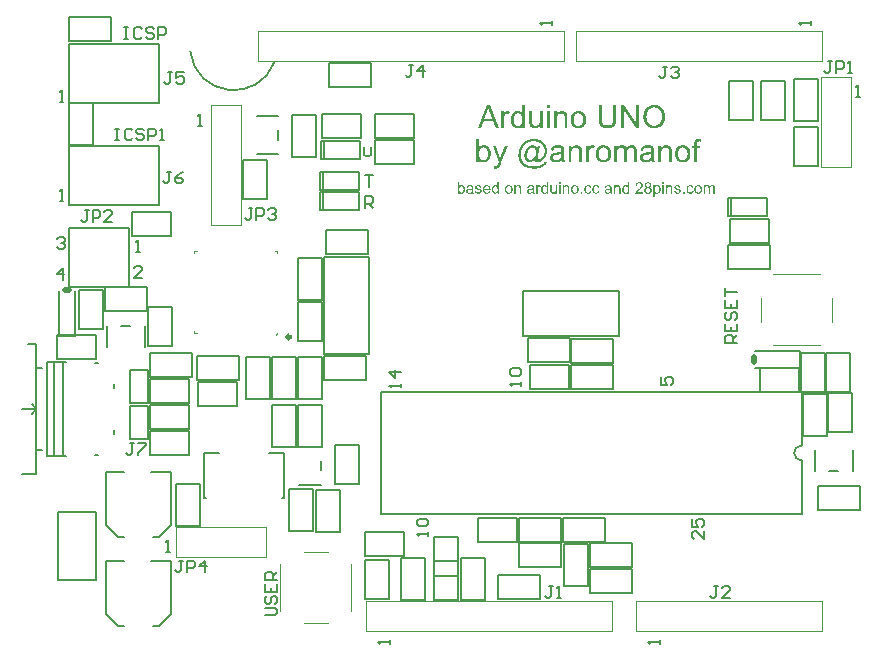
<source format=gto>
G04*
G04 #@! TF.GenerationSoftware,Altium Limited,Altium Designer,20.1.10 (176)*
G04*
G04 Layer_Color=65535*
%FSLAX44Y44*%
%MOMM*%
G71*
G04*
G04 #@! TF.SameCoordinates,B75F8173-0FE2-46D9-B41C-7FCB152435E8*
G04*
G04*
G04 #@! TF.FilePolarity,Positive*
G04*
G01*
G75*
%ADD10C,0.2000*%
%ADD11C,0.3500*%
%ADD12C,0.5000*%
%ADD13C,0.1000*%
%ADD14C,0.1600*%
G36*
X516505Y391669D02*
X515324D01*
Y393028D01*
X516505D01*
Y391669D01*
D02*
G37*
G36*
X429228D02*
X428047D01*
Y393028D01*
X429228D01*
Y391669D01*
D02*
G37*
G36*
X487347Y383421D02*
X486251D01*
Y384283D01*
X486241Y384274D01*
X486222Y384237D01*
X486185Y384190D01*
X486129Y384124D01*
X486054Y384049D01*
X485969Y383965D01*
X485876Y383871D01*
X485754Y383777D01*
X485632Y383674D01*
X485482Y383590D01*
X485323Y383496D01*
X485145Y383421D01*
X484957Y383356D01*
X484751Y383309D01*
X484535Y383271D01*
X484301Y383262D01*
X484217D01*
X484160Y383271D01*
X484086Y383281D01*
X484001Y383290D01*
X483908Y383299D01*
X483795Y383318D01*
X483561Y383374D01*
X483298Y383459D01*
X483167Y383506D01*
X483036Y383571D01*
X482895Y383637D01*
X482764Y383721D01*
X482755Y383731D01*
X482736Y383740D01*
X482698Y383768D01*
X482651Y383806D01*
X482595Y383852D01*
X482520Y383909D01*
X482445Y383974D01*
X482370Y384049D01*
X482286Y384143D01*
X482192Y384237D01*
X482014Y384452D01*
X481846Y384705D01*
X481686Y384996D01*
Y385005D01*
X481667Y385033D01*
X481649Y385080D01*
X481630Y385146D01*
X481602Y385221D01*
X481564Y385314D01*
X481536Y385418D01*
X481499Y385539D01*
X481461Y385680D01*
X481433Y385821D01*
X481396Y385980D01*
X481367Y386139D01*
X481330Y386505D01*
X481311Y386889D01*
Y386898D01*
Y386936D01*
Y386992D01*
X481321Y387067D01*
Y387161D01*
X481330Y387264D01*
X481339Y387386D01*
X481358Y387517D01*
X481377Y387658D01*
X481396Y387817D01*
X481461Y388136D01*
X481546Y388464D01*
X481658Y388782D01*
Y388792D01*
X481677Y388820D01*
X481696Y388867D01*
X481724Y388923D01*
X481761Y388998D01*
X481808Y389073D01*
X481921Y389270D01*
X482061Y389476D01*
X482239Y389692D01*
X482455Y389898D01*
X482577Y390001D01*
X482698Y390085D01*
X482708Y390094D01*
X482727Y390104D01*
X482764Y390132D01*
X482820Y390160D01*
X482886Y390188D01*
X482961Y390235D01*
X483055Y390273D01*
X483148Y390319D01*
X483261Y390357D01*
X483383Y390404D01*
X483645Y390469D01*
X483936Y390526D01*
X484086Y390535D01*
X484245Y390544D01*
X484348D01*
X484404Y390535D01*
X484470D01*
X484620Y390507D01*
X484798Y390479D01*
X484985Y390432D01*
X485173Y390366D01*
X485360Y390273D01*
X485370D01*
X485379Y390263D01*
X485407Y390244D01*
X485445Y390226D01*
X485538Y390169D01*
X485651Y390085D01*
X485773Y389991D01*
X485913Y389870D01*
X486044Y389738D01*
X486166Y389588D01*
Y393028D01*
X487347D01*
Y383421D01*
D02*
G37*
G36*
X418721D02*
X417624D01*
Y384283D01*
X417615Y384274D01*
X417596Y384237D01*
X417559Y384190D01*
X417503Y384124D01*
X417428Y384049D01*
X417343Y383965D01*
X417249Y383871D01*
X417128Y383777D01*
X417006Y383674D01*
X416856Y383590D01*
X416697Y383496D01*
X416519Y383421D01*
X416331Y383356D01*
X416125Y383309D01*
X415909Y383271D01*
X415675Y383262D01*
X415591D01*
X415534Y383271D01*
X415459Y383281D01*
X415375Y383290D01*
X415281Y383299D01*
X415169Y383318D01*
X414935Y383374D01*
X414672Y383459D01*
X414541Y383506D01*
X414410Y383571D01*
X414269Y383637D01*
X414138Y383721D01*
X414128Y383731D01*
X414110Y383740D01*
X414072Y383768D01*
X414025Y383806D01*
X413969Y383852D01*
X413894Y383909D01*
X413819Y383974D01*
X413744Y384049D01*
X413660Y384143D01*
X413566Y384237D01*
X413388Y384452D01*
X413219Y384705D01*
X413060Y384996D01*
Y385005D01*
X413041Y385033D01*
X413022Y385080D01*
X413004Y385146D01*
X412976Y385221D01*
X412938Y385314D01*
X412910Y385418D01*
X412873Y385539D01*
X412835Y385680D01*
X412807Y385821D01*
X412769Y385980D01*
X412741Y386139D01*
X412704Y386505D01*
X412685Y386889D01*
Y386898D01*
Y386936D01*
Y386992D01*
X412695Y387067D01*
Y387161D01*
X412704Y387264D01*
X412713Y387386D01*
X412732Y387517D01*
X412751Y387658D01*
X412769Y387817D01*
X412835Y388136D01*
X412919Y388464D01*
X413032Y388782D01*
Y388792D01*
X413051Y388820D01*
X413069Y388867D01*
X413097Y388923D01*
X413135Y388998D01*
X413182Y389073D01*
X413294Y389270D01*
X413435Y389476D01*
X413613Y389691D01*
X413829Y389898D01*
X413950Y390001D01*
X414072Y390085D01*
X414082Y390094D01*
X414100Y390104D01*
X414138Y390132D01*
X414194Y390160D01*
X414260Y390188D01*
X414335Y390235D01*
X414428Y390272D01*
X414522Y390319D01*
X414635Y390357D01*
X414756Y390404D01*
X415019Y390469D01*
X415309Y390526D01*
X415459Y390535D01*
X415619Y390544D01*
X415722D01*
X415778Y390535D01*
X415844D01*
X415994Y390507D01*
X416172Y390479D01*
X416359Y390432D01*
X416547Y390366D01*
X416734Y390273D01*
X416743D01*
X416753Y390263D01*
X416781Y390244D01*
X416818Y390226D01*
X416912Y390169D01*
X417025Y390085D01*
X417146Y389991D01*
X417287Y389870D01*
X417418Y389738D01*
X417540Y389588D01*
Y393028D01*
X418721D01*
Y383421D01*
D02*
G37*
G36*
X376947Y383421D02*
X375851D01*
Y384283D01*
X375841Y384274D01*
X375823Y384237D01*
X375785Y384190D01*
X375729Y384124D01*
X375654Y384049D01*
X375570Y383965D01*
X375476Y383871D01*
X375354Y383777D01*
X375232Y383674D01*
X375082Y383590D01*
X374923Y383496D01*
X374745Y383421D01*
X374557Y383356D01*
X374351Y383309D01*
X374136Y383271D01*
X373901Y383262D01*
X373817D01*
X373761Y383271D01*
X373686Y383281D01*
X373601Y383290D01*
X373508Y383299D01*
X373395Y383318D01*
X373161Y383374D01*
X372898Y383459D01*
X372767Y383506D01*
X372636Y383571D01*
X372495Y383637D01*
X372364Y383721D01*
X372355Y383731D01*
X372336Y383740D01*
X372299Y383768D01*
X372252Y383806D01*
X372195Y383852D01*
X372121Y383909D01*
X372046Y383974D01*
X371970Y384049D01*
X371886Y384143D01*
X371792Y384237D01*
X371614Y384452D01*
X371446Y384705D01*
X371286Y384996D01*
Y385005D01*
X371268Y385033D01*
X371249Y385080D01*
X371230Y385146D01*
X371202Y385221D01*
X371165Y385314D01*
X371136Y385418D01*
X371099Y385539D01*
X371061Y385680D01*
X371033Y385821D01*
X370996Y385980D01*
X370968Y386139D01*
X370930Y386505D01*
X370911Y386889D01*
Y386898D01*
Y386936D01*
Y386992D01*
X370921Y387067D01*
Y387161D01*
X370930Y387264D01*
X370939Y387386D01*
X370958Y387517D01*
X370977Y387658D01*
X370996Y387817D01*
X371061Y388136D01*
X371146Y388464D01*
X371258Y388782D01*
Y388792D01*
X371277Y388820D01*
X371296Y388867D01*
X371324Y388923D01*
X371361Y388998D01*
X371408Y389073D01*
X371521Y389270D01*
X371661Y389476D01*
X371839Y389691D01*
X372055Y389898D01*
X372177Y390001D01*
X372299Y390085D01*
X372308Y390094D01*
X372327Y390104D01*
X372364Y390132D01*
X372420Y390160D01*
X372486Y390188D01*
X372561Y390235D01*
X372655Y390272D01*
X372748Y390319D01*
X372861Y390357D01*
X372983Y390404D01*
X373245Y390469D01*
X373536Y390526D01*
X373686Y390535D01*
X373845Y390544D01*
X373948D01*
X374004Y390535D01*
X374070D01*
X374220Y390507D01*
X374398Y390479D01*
X374585Y390432D01*
X374773Y390366D01*
X374960Y390272D01*
X374970D01*
X374979Y390263D01*
X375007Y390244D01*
X375045Y390226D01*
X375138Y390169D01*
X375251Y390085D01*
X375373Y389991D01*
X375513Y389869D01*
X375645Y389738D01*
X375766Y389588D01*
Y393028D01*
X376947D01*
Y383421D01*
D02*
G37*
G36*
X511097Y390535D02*
X511172D01*
X511266Y390516D01*
X511369Y390507D01*
X511482Y390488D01*
X511725Y390432D01*
X511988Y390348D01*
X512119Y390301D01*
X512250Y390235D01*
X512381Y390169D01*
X512513Y390085D01*
X512522Y390076D01*
X512541Y390066D01*
X512578Y390038D01*
X512625Y390001D01*
X512681Y389954D01*
X512747Y389898D01*
X512822Y389832D01*
X512897Y389748D01*
X512981Y389663D01*
X513066Y389570D01*
X513150Y389457D01*
X513234Y389345D01*
X513319Y389213D01*
X513403Y389082D01*
X513544Y388782D01*
Y388773D01*
X513562Y388745D01*
X513581Y388698D01*
X513600Y388632D01*
X513628Y388557D01*
X513656Y388464D01*
X513684Y388361D01*
X513722Y388239D01*
X513759Y388107D01*
X513787Y387967D01*
X513815Y387817D01*
X513843Y387658D01*
X513881Y387320D01*
X513900Y386955D01*
Y386945D01*
Y386908D01*
Y386852D01*
X513890Y386777D01*
Y386683D01*
X513881Y386570D01*
X513872Y386449D01*
X513853Y386317D01*
X513834Y386167D01*
X513806Y386017D01*
X513741Y385689D01*
X513647Y385352D01*
X513516Y385024D01*
Y385014D01*
X513497Y384986D01*
X513478Y384940D01*
X513441Y384883D01*
X513403Y384808D01*
X513356Y384733D01*
X513234Y384537D01*
X513075Y384330D01*
X512887Y384115D01*
X512663Y383899D01*
X512400Y383712D01*
X512391Y383702D01*
X512372Y383693D01*
X512325Y383674D01*
X512278Y383646D01*
X512203Y383609D01*
X512128Y383571D01*
X512035Y383534D01*
X511931Y383487D01*
X511819Y383449D01*
X511707Y383402D01*
X511444Y383337D01*
X511163Y383281D01*
X511013Y383271D01*
X510863Y383262D01*
X510760D01*
X510713Y383271D01*
X510648D01*
X510507Y383290D01*
X510348Y383318D01*
X510169Y383365D01*
X509982Y383421D01*
X509804Y383506D01*
X509795D01*
X509785Y383515D01*
X509729Y383552D01*
X509645Y383599D01*
X509532Y383674D01*
X509410Y383768D01*
X509279Y383871D01*
X509157Y383993D01*
X509035Y384133D01*
Y380750D01*
X507854D01*
Y390385D01*
X508932D01*
Y389485D01*
X508951Y389504D01*
X508970Y389523D01*
X508998Y389560D01*
X509073Y389663D01*
X509176Y389776D01*
X509307Y389907D01*
X509448Y390038D01*
X509607Y390160D01*
X509785Y390273D01*
X509795D01*
X509804Y390282D01*
X509832Y390301D01*
X509870Y390319D01*
X509916Y390338D01*
X509973Y390357D01*
X510113Y390413D01*
X510282Y390460D01*
X510479Y390507D01*
X510704Y390535D01*
X510947Y390544D01*
X511032D01*
X511097Y390535D01*
D02*
G37*
G36*
X521726D02*
X521791D01*
X521951Y390516D01*
X522129Y390488D01*
X522316Y390441D01*
X522523Y390385D01*
X522719Y390310D01*
X522729D01*
X522738Y390301D01*
X522766Y390291D01*
X522804Y390273D01*
X522897Y390216D01*
X523019Y390151D01*
X523141Y390066D01*
X523272Y389963D01*
X523394Y389851D01*
X523507Y389720D01*
X523516Y389701D01*
X523554Y389654D01*
X523600Y389579D01*
X523657Y389476D01*
X523713Y389345D01*
X523778Y389195D01*
X523835Y389035D01*
X523882Y388848D01*
Y388829D01*
X523891Y388782D01*
X523900Y388698D01*
X523910Y388642D01*
X523919Y388586D01*
Y388511D01*
X523928Y388426D01*
Y388332D01*
X523938Y388220D01*
Y388107D01*
X523947Y387986D01*
Y387845D01*
Y387695D01*
Y383421D01*
X522766D01*
Y387658D01*
Y387667D01*
Y387686D01*
Y387723D01*
Y387780D01*
Y387836D01*
X522757Y387901D01*
X522747Y388061D01*
X522729Y388239D01*
X522710Y388417D01*
X522673Y388586D01*
X522626Y388736D01*
X522616Y388754D01*
X522598Y388792D01*
X522560Y388857D01*
X522513Y388942D01*
X522448Y389035D01*
X522363Y389129D01*
X522260Y389223D01*
X522138Y389307D01*
X522120Y389317D01*
X522073Y389345D01*
X522007Y389373D01*
X521904Y389420D01*
X521782Y389457D01*
X521642Y389485D01*
X521482Y389513D01*
X521314Y389523D01*
X521239D01*
X521192Y389513D01*
X521126Y389504D01*
X521051Y389495D01*
X520873Y389467D01*
X520667Y389401D01*
X520451Y389317D01*
X520339Y389260D01*
X520236Y389195D01*
X520123Y389120D01*
X520020Y389035D01*
X520011Y389026D01*
X520001Y389017D01*
X519973Y388979D01*
X519936Y388942D01*
X519898Y388885D01*
X519851Y388810D01*
X519795Y388726D01*
X519748Y388632D01*
X519701Y388520D01*
X519645Y388389D01*
X519598Y388239D01*
X519561Y388070D01*
X519523Y387892D01*
X519505Y387686D01*
X519486Y387470D01*
X519477Y387226D01*
Y383421D01*
X518296D01*
Y390385D01*
X519355D01*
Y389392D01*
X519364Y389401D01*
X519392Y389438D01*
X519439Y389495D01*
X519495Y389570D01*
X519580Y389663D01*
X519673Y389757D01*
X519786Y389860D01*
X519917Y389973D01*
X520067Y390076D01*
X520226Y390179D01*
X520414Y390282D01*
X520611Y390366D01*
X520826Y390441D01*
X521051Y390498D01*
X521304Y390535D01*
X521567Y390544D01*
X521670D01*
X521726Y390535D01*
D02*
G37*
G36*
X477712D02*
X477778D01*
X477937Y390516D01*
X478115Y390488D01*
X478303Y390441D01*
X478509Y390385D01*
X478706Y390310D01*
X478715D01*
X478724Y390301D01*
X478753Y390291D01*
X478790Y390273D01*
X478884Y390216D01*
X479006Y390151D01*
X479127Y390066D01*
X479259Y389963D01*
X479380Y389851D01*
X479493Y389720D01*
X479502Y389701D01*
X479540Y389654D01*
X479587Y389579D01*
X479643Y389476D01*
X479699Y389345D01*
X479765Y389195D01*
X479821Y389035D01*
X479868Y388848D01*
Y388829D01*
X479877Y388782D01*
X479887Y388698D01*
X479896Y388642D01*
X479905Y388586D01*
Y388511D01*
X479915Y388426D01*
Y388332D01*
X479924Y388220D01*
Y388107D01*
X479934Y387986D01*
Y387845D01*
Y387695D01*
Y383421D01*
X478753D01*
Y387658D01*
Y387667D01*
Y387686D01*
Y387723D01*
Y387780D01*
Y387836D01*
X478743Y387901D01*
X478734Y388061D01*
X478715Y388239D01*
X478696Y388417D01*
X478659Y388586D01*
X478612Y388736D01*
X478603Y388754D01*
X478584Y388792D01*
X478546Y388857D01*
X478499Y388942D01*
X478434Y389035D01*
X478349Y389129D01*
X478246Y389223D01*
X478125Y389307D01*
X478106Y389317D01*
X478059Y389345D01*
X477993Y389373D01*
X477890Y389420D01*
X477768Y389457D01*
X477628Y389485D01*
X477468Y389513D01*
X477300Y389523D01*
X477225D01*
X477178Y389513D01*
X477112Y389504D01*
X477037Y389495D01*
X476859Y389467D01*
X476653Y389401D01*
X476437Y389317D01*
X476325Y389260D01*
X476222Y389195D01*
X476110Y389120D01*
X476006Y389035D01*
X475997Y389026D01*
X475988Y389017D01*
X475960Y388979D01*
X475922Y388942D01*
X475885Y388885D01*
X475838Y388810D01*
X475781Y388726D01*
X475735Y388632D01*
X475688Y388520D01*
X475631Y388389D01*
X475585Y388239D01*
X475547Y388070D01*
X475510Y387892D01*
X475491Y387686D01*
X475472Y387470D01*
X475463Y387226D01*
Y383421D01*
X474282D01*
Y390385D01*
X475341D01*
Y389392D01*
X475350Y389401D01*
X475378Y389438D01*
X475425Y389495D01*
X475481Y389570D01*
X475566Y389663D01*
X475660Y389757D01*
X475772Y389860D01*
X475903Y389973D01*
X476053Y390076D01*
X476213Y390179D01*
X476400Y390282D01*
X476597Y390366D01*
X476812Y390441D01*
X477037Y390498D01*
X477290Y390535D01*
X477553Y390544D01*
X477656D01*
X477712Y390535D01*
D02*
G37*
G36*
X434448D02*
X434514D01*
X434673Y390516D01*
X434851Y390488D01*
X435039Y390441D01*
X435245Y390385D01*
X435442Y390310D01*
X435451D01*
X435461Y390301D01*
X435489Y390291D01*
X435526Y390273D01*
X435620Y390216D01*
X435742Y390151D01*
X435863Y390066D01*
X435995Y389963D01*
X436117Y389851D01*
X436229Y389720D01*
X436238Y389701D01*
X436276Y389654D01*
X436323Y389579D01*
X436379Y389476D01*
X436435Y389345D01*
X436501Y389195D01*
X436557Y389035D01*
X436604Y388848D01*
Y388829D01*
X436613Y388782D01*
X436623Y388698D01*
X436632Y388642D01*
X436641Y388586D01*
Y388511D01*
X436651Y388426D01*
Y388332D01*
X436660Y388220D01*
Y388107D01*
X436670Y387986D01*
Y387845D01*
Y387695D01*
Y383421D01*
X435489D01*
Y387658D01*
Y387667D01*
Y387686D01*
Y387723D01*
Y387780D01*
Y387836D01*
X435479Y387901D01*
X435470Y388061D01*
X435451Y388239D01*
X435432Y388417D01*
X435395Y388586D01*
X435348Y388736D01*
X435339Y388754D01*
X435320Y388792D01*
X435282Y388857D01*
X435236Y388942D01*
X435170Y389035D01*
X435086Y389129D01*
X434982Y389223D01*
X434861Y389307D01*
X434842Y389317D01*
X434795Y389345D01*
X434729Y389373D01*
X434626Y389420D01*
X434505Y389457D01*
X434364Y389485D01*
X434205Y389513D01*
X434036Y389523D01*
X433961D01*
X433914Y389513D01*
X433848Y389504D01*
X433773Y389495D01*
X433595Y389467D01*
X433389Y389401D01*
X433174Y389317D01*
X433061Y389260D01*
X432958Y389195D01*
X432845Y389120D01*
X432742Y389035D01*
X432733Y389026D01*
X432724Y389017D01*
X432696Y388979D01*
X432658Y388942D01*
X432621Y388885D01*
X432574Y388810D01*
X432518Y388726D01*
X432471Y388632D01*
X432424Y388520D01*
X432368Y388389D01*
X432321Y388239D01*
X432283Y388070D01*
X432246Y387892D01*
X432227Y387686D01*
X432208Y387470D01*
X432199Y387226D01*
Y383421D01*
X431018D01*
Y390385D01*
X432077D01*
Y389392D01*
X432086Y389401D01*
X432114Y389438D01*
X432161Y389495D01*
X432218Y389570D01*
X432302Y389663D01*
X432396Y389757D01*
X432508Y389860D01*
X432639Y389973D01*
X432789Y390076D01*
X432949Y390179D01*
X433136Y390282D01*
X433333Y390366D01*
X433549Y390441D01*
X433773Y390498D01*
X434026Y390535D01*
X434289Y390544D01*
X434392D01*
X434448Y390535D01*
D02*
G37*
G36*
X393424Y390535D02*
X393490D01*
X393649Y390516D01*
X393827Y390488D01*
X394015Y390441D01*
X394221Y390385D01*
X394418Y390310D01*
X394427D01*
X394437Y390301D01*
X394465Y390291D01*
X394502Y390272D01*
X394596Y390216D01*
X394718Y390151D01*
X394840Y390066D01*
X394971Y389963D01*
X395093Y389851D01*
X395205Y389720D01*
X395215Y389701D01*
X395252Y389654D01*
X395299Y389579D01*
X395355Y389476D01*
X395411Y389345D01*
X395477Y389195D01*
X395533Y389035D01*
X395580Y388848D01*
Y388829D01*
X395589Y388782D01*
X395599Y388698D01*
X395608Y388642D01*
X395618Y388586D01*
Y388511D01*
X395627Y388426D01*
Y388332D01*
X395636Y388220D01*
Y388107D01*
X395646Y387986D01*
Y387845D01*
Y387695D01*
Y383421D01*
X394465D01*
Y387658D01*
Y387667D01*
Y387686D01*
Y387723D01*
Y387779D01*
Y387836D01*
X394455Y387901D01*
X394446Y388061D01*
X394427Y388239D01*
X394408Y388417D01*
X394371Y388586D01*
X394324Y388735D01*
X394315Y388754D01*
X394296Y388792D01*
X394258Y388857D01*
X394212Y388942D01*
X394146Y389035D01*
X394062Y389129D01*
X393959Y389223D01*
X393837Y389307D01*
X393818Y389316D01*
X393771Y389345D01*
X393706Y389373D01*
X393602Y389420D01*
X393481Y389457D01*
X393340Y389485D01*
X393181Y389513D01*
X393012Y389523D01*
X392937D01*
X392890Y389513D01*
X392825Y389504D01*
X392750Y389495D01*
X392571Y389467D01*
X392365Y389401D01*
X392150Y389316D01*
X392037Y389260D01*
X391934Y389195D01*
X391822Y389120D01*
X391719Y389035D01*
X391709Y389026D01*
X391700Y389017D01*
X391672Y388979D01*
X391634Y388942D01*
X391597Y388885D01*
X391550Y388810D01*
X391494Y388726D01*
X391447Y388632D01*
X391400Y388520D01*
X391344Y388389D01*
X391297Y388239D01*
X391259Y388070D01*
X391222Y387892D01*
X391203Y387686D01*
X391184Y387470D01*
X391175Y387226D01*
Y383421D01*
X389994D01*
Y390385D01*
X391053D01*
Y389392D01*
X391063Y389401D01*
X391091Y389438D01*
X391138Y389495D01*
X391194Y389570D01*
X391278Y389663D01*
X391372Y389757D01*
X391484Y389860D01*
X391615Y389973D01*
X391765Y390076D01*
X391925Y390179D01*
X392112Y390282D01*
X392309Y390366D01*
X392525Y390441D01*
X392750Y390498D01*
X393003Y390535D01*
X393265Y390544D01*
X393368D01*
X393424Y390535D01*
D02*
G37*
G36*
X557820Y390535D02*
X557914Y390526D01*
X558007Y390516D01*
X558120Y390498D01*
X558242Y390469D01*
X558495Y390404D01*
X558626Y390357D01*
X558766Y390301D01*
X558888Y390235D01*
X559020Y390151D01*
X559132Y390066D01*
X559244Y389963D01*
X559254Y389954D01*
X559272Y389935D01*
X559301Y389907D01*
X559329Y389860D01*
X559376Y389795D01*
X559422Y389720D01*
X559469Y389635D01*
X559526Y389532D01*
X559582Y389410D01*
X559629Y389279D01*
X559676Y389138D01*
X559722Y388979D01*
X559751Y388810D01*
X559779Y388623D01*
X559797Y388417D01*
X559807Y388201D01*
Y383421D01*
X558626D01*
Y387808D01*
Y387817D01*
Y387836D01*
Y387873D01*
Y387920D01*
Y387976D01*
X558616Y388051D01*
X558607Y388201D01*
X558598Y388361D01*
X558579Y388529D01*
X558541Y388689D01*
X558504Y388820D01*
X558495Y388839D01*
X558485Y388876D01*
X558457Y388932D01*
X558410Y389007D01*
X558354Y389082D01*
X558279Y389167D01*
X558195Y389251D01*
X558092Y389326D01*
X558082Y389335D01*
X558035Y389354D01*
X557979Y389392D01*
X557895Y389429D01*
X557792Y389457D01*
X557670Y389495D01*
X557539Y389513D01*
X557389Y389523D01*
X557314D01*
X557267Y389513D01*
X557201Y389504D01*
X557126Y389495D01*
X556958Y389457D01*
X556761Y389401D01*
X556554Y389317D01*
X556451Y389260D01*
X556358Y389195D01*
X556255Y389110D01*
X556161Y389026D01*
X556152Y389017D01*
X556142Y389007D01*
X556114Y388970D01*
X556086Y388932D01*
X556048Y388876D01*
X556011Y388820D01*
X555964Y388736D01*
X555927Y388651D01*
X555880Y388548D01*
X555833Y388426D01*
X555795Y388304D01*
X555758Y388164D01*
X555730Y388004D01*
X555702Y387836D01*
X555692Y387658D01*
X555683Y387461D01*
Y383421D01*
X554502D01*
Y387948D01*
Y387957D01*
Y387986D01*
Y388023D01*
Y388079D01*
X554492Y388145D01*
X554483Y388220D01*
X554464Y388389D01*
X554427Y388586D01*
X554380Y388782D01*
X554305Y388970D01*
X554211Y389129D01*
X554202Y389148D01*
X554155Y389195D01*
X554090Y389251D01*
X553986Y389326D01*
X553855Y389401D01*
X553696Y389457D01*
X553499Y389504D01*
X553274Y389523D01*
X553190D01*
X553096Y389513D01*
X552974Y389495D01*
X552834Y389457D01*
X552674Y389410D01*
X552505Y389345D01*
X552346Y389260D01*
X552327Y389251D01*
X552281Y389213D01*
X552206Y389148D01*
X552112Y389063D01*
X552009Y388960D01*
X551915Y388829D01*
X551821Y388670D01*
X551737Y388492D01*
Y388482D01*
X551728Y388473D01*
X551718Y388436D01*
X551709Y388398D01*
X551690Y388342D01*
X551681Y388286D01*
X551662Y388211D01*
X551643Y388117D01*
X551624Y388023D01*
X551606Y387911D01*
X551596Y387789D01*
X551578Y387658D01*
X551568Y387517D01*
X551559Y387367D01*
X551549Y387208D01*
Y387030D01*
Y383421D01*
X550369D01*
Y390385D01*
X551428D01*
Y389420D01*
X551446Y389429D01*
X551465Y389457D01*
X551484Y389495D01*
X551559Y389588D01*
X551662Y389701D01*
X551784Y389832D01*
X551934Y389973D01*
X552103Y390104D01*
X552299Y390226D01*
X552309D01*
X552327Y390235D01*
X552356Y390254D01*
X552393Y390273D01*
X552449Y390301D01*
X552505Y390329D01*
X552655Y390385D01*
X552843Y390441D01*
X553049Y390498D01*
X553284Y390535D01*
X553536Y390544D01*
X553611D01*
X553668Y390535D01*
X553733D01*
X553808Y390526D01*
X553986Y390507D01*
X554183Y390460D01*
X554399Y390404D01*
X554605Y390329D01*
X554802Y390216D01*
X554811D01*
X554821Y390198D01*
X554886Y390160D01*
X554971Y390085D01*
X555074Y389982D01*
X555186Y389860D01*
X555308Y389710D01*
X555411Y389532D01*
X555495Y389326D01*
X555505Y389335D01*
X555533Y389382D01*
X555580Y389438D01*
X555645Y389513D01*
X555730Y389607D01*
X555833Y389710D01*
X555945Y389823D01*
X556077Y389935D01*
X556226Y390048D01*
X556386Y390160D01*
X556564Y390263D01*
X556761Y390357D01*
X556958Y390432D01*
X557183Y390488D01*
X557407Y390535D01*
X557651Y390544D01*
X557754D01*
X557820Y390535D01*
D02*
G37*
G36*
X411307Y390535D02*
X411363D01*
X411429Y390526D01*
X411579Y390498D01*
X411767Y390451D01*
X411973Y390385D01*
X412188Y390291D01*
X412423Y390160D01*
X412001Y389063D01*
X411982Y389073D01*
X411926Y389101D01*
X411842Y389148D01*
X411729Y389195D01*
X411598Y389242D01*
X411457Y389288D01*
X411298Y389316D01*
X411139Y389326D01*
X411073D01*
X410998Y389316D01*
X410904Y389298D01*
X410801Y389270D01*
X410689Y389223D01*
X410567Y389167D01*
X410445Y389092D01*
X410436Y389082D01*
X410398Y389045D01*
X410342Y388998D01*
X410276Y388923D01*
X410201Y388829D01*
X410126Y388717D01*
X410061Y388595D01*
X410005Y388445D01*
Y388436D01*
X409995Y388417D01*
X409986Y388379D01*
X409976Y388332D01*
X409958Y388276D01*
X409948Y388211D01*
X409930Y388126D01*
X409911Y388042D01*
X409873Y387836D01*
X409845Y387601D01*
X409826Y387339D01*
X409817Y387067D01*
Y383421D01*
X408636D01*
Y390385D01*
X409695D01*
Y389326D01*
X409705Y389335D01*
X409714Y389354D01*
X409733Y389392D01*
X409761Y389448D01*
X409798Y389504D01*
X409845Y389570D01*
X409939Y389729D01*
X410051Y389888D01*
X410183Y390048D01*
X410314Y390188D01*
X410379Y390254D01*
X410445Y390301D01*
X410464Y390310D01*
X410511Y390338D01*
X410576Y390376D01*
X410670Y390423D01*
X410782Y390469D01*
X410914Y390507D01*
X411054Y390535D01*
X411204Y390544D01*
X411260D01*
X411307Y390535D01*
D02*
G37*
G36*
X528249Y390535D02*
X528334D01*
X528427Y390526D01*
X528530Y390516D01*
X528755Y390488D01*
X528990Y390441D01*
X529243Y390385D01*
X529477Y390301D01*
X529486D01*
X529505Y390291D01*
X529533Y390273D01*
X529580Y390254D01*
X529693Y390207D01*
X529824Y390132D01*
X529974Y390038D01*
X530133Y389935D01*
X530274Y389804D01*
X530396Y389663D01*
X530405Y389645D01*
X530442Y389588D01*
X530499Y389504D01*
X530564Y389382D01*
X530630Y389223D01*
X530695Y389045D01*
X530761Y388829D01*
X530808Y388595D01*
X529655Y388436D01*
Y388445D01*
Y388464D01*
X529646Y388492D01*
X529636Y388520D01*
X529608Y388623D01*
X529571Y388745D01*
X529505Y388876D01*
X529430Y389017D01*
X529327Y389148D01*
X529196Y389270D01*
X529177Y389279D01*
X529130Y389317D01*
X529036Y389363D01*
X528924Y389429D01*
X528774Y389485D01*
X528587Y389532D01*
X528371Y389570D01*
X528127Y389579D01*
X527996D01*
X527931Y389570D01*
X527856D01*
X527677Y389542D01*
X527490Y389513D01*
X527303Y389467D01*
X527124Y389401D01*
X527049Y389354D01*
X526975Y389307D01*
X526956Y389298D01*
X526918Y389260D01*
X526862Y389204D01*
X526806Y389129D01*
X526740Y389035D01*
X526684Y388923D01*
X526646Y388801D01*
X526628Y388670D01*
Y388661D01*
Y388632D01*
X526637Y388586D01*
X526646Y388539D01*
X526665Y388473D01*
X526684Y388398D01*
X526721Y388332D01*
X526768Y388257D01*
X526778Y388248D01*
X526796Y388229D01*
X526834Y388192D01*
X526881Y388145D01*
X526937Y388098D01*
X527021Y388042D01*
X527106Y387995D01*
X527218Y387939D01*
X527228D01*
X527256Y387929D01*
X527321Y387901D01*
X527359Y387892D01*
X527415Y387873D01*
X527481Y387854D01*
X527546Y387836D01*
X527640Y387817D01*
X527734Y387789D01*
X527846Y387751D01*
X527968Y387723D01*
X528109Y387686D01*
X528259Y387639D01*
X528277D01*
X528315Y387620D01*
X528381Y387611D01*
X528465Y387583D01*
X528568Y387555D01*
X528680Y387517D01*
X528812Y387480D01*
X528952Y387442D01*
X529233Y387358D01*
X529524Y387264D01*
X529664Y387217D01*
X529786Y387170D01*
X529899Y387123D01*
X530002Y387086D01*
X530011D01*
X530021Y387076D01*
X530049Y387067D01*
X530086Y387048D01*
X530171Y387001D01*
X530283Y386936D01*
X530414Y386842D01*
X530536Y386739D01*
X530667Y386617D01*
X530780Y386467D01*
X530789Y386449D01*
X530827Y386392D01*
X530874Y386308D01*
X530930Y386195D01*
X530977Y386045D01*
X531023Y385877D01*
X531061Y385680D01*
X531070Y385464D01*
Y385455D01*
Y385436D01*
Y385408D01*
X531061Y385361D01*
Y385314D01*
X531052Y385249D01*
X531023Y385108D01*
X530986Y384930D01*
X530920Y384743D01*
X530836Y384546D01*
X530724Y384349D01*
Y384340D01*
X530705Y384330D01*
X530686Y384302D01*
X530658Y384265D01*
X530583Y384171D01*
X530471Y384049D01*
X530330Y383918D01*
X530161Y383787D01*
X529955Y383656D01*
X529730Y383543D01*
X529721D01*
X529702Y383534D01*
X529664Y383515D01*
X529618Y383496D01*
X529552Y383477D01*
X529486Y383459D01*
X529402Y383431D01*
X529308Y383402D01*
X529196Y383374D01*
X529083Y383356D01*
X528840Y383309D01*
X528559Y383271D01*
X528259Y383262D01*
X528127D01*
X528034Y383271D01*
X527921Y383281D01*
X527790Y383290D01*
X527649Y383309D01*
X527490Y383337D01*
X527153Y383402D01*
X526984Y383449D01*
X526815Y383496D01*
X526646Y383562D01*
X526478Y383637D01*
X526328Y383721D01*
X526187Y383824D01*
X526178Y383834D01*
X526159Y383852D01*
X526122Y383881D01*
X526075Y383927D01*
X526019Y383993D01*
X525953Y384058D01*
X525878Y384143D01*
X525812Y384246D01*
X525728Y384358D01*
X525653Y384480D01*
X525578Y384612D01*
X525503Y384762D01*
X525438Y384930D01*
X525381Y385108D01*
X525325Y385296D01*
X525288Y385493D01*
X526450Y385680D01*
Y385671D01*
X526459Y385652D01*
Y385614D01*
X526468Y385568D01*
X526487Y385502D01*
X526506Y385436D01*
X526553Y385277D01*
X526628Y385099D01*
X526721Y384921D01*
X526843Y384752D01*
X526993Y384593D01*
X527003D01*
X527012Y384574D01*
X527040Y384555D01*
X527078Y384537D01*
X527124Y384508D01*
X527181Y384480D01*
X527246Y384443D01*
X527321Y384415D01*
X527406Y384377D01*
X527499Y384340D01*
X527715Y384283D01*
X527968Y384246D01*
X528249Y384227D01*
X528324D01*
X528381Y384237D01*
X528446D01*
X528530Y384246D01*
X528708Y384265D01*
X528905Y384312D01*
X529102Y384368D01*
X529290Y384443D01*
X529383Y384499D01*
X529458Y384555D01*
X529468D01*
X529477Y384574D01*
X529524Y384612D01*
X529590Y384687D01*
X529664Y384780D01*
X529730Y384893D01*
X529796Y385024D01*
X529843Y385174D01*
X529861Y385249D01*
Y385333D01*
Y385343D01*
Y385352D01*
X529852Y385399D01*
X529843Y385474D01*
X529814Y385568D01*
X529777Y385671D01*
X529711Y385774D01*
X529627Y385877D01*
X529505Y385971D01*
X529496Y385980D01*
X529449Y385999D01*
X529421Y386017D01*
X529374Y386036D01*
X529327Y386055D01*
X529262Y386083D01*
X529187Y386111D01*
X529102Y386139D01*
X529008Y386177D01*
X528896Y386205D01*
X528765Y386242D01*
X528624Y386289D01*
X528465Y386327D01*
X528296Y386374D01*
X528277D01*
X528240Y386392D01*
X528174Y386402D01*
X528090Y386430D01*
X527977Y386458D01*
X527865Y386486D01*
X527724Y386524D01*
X527584Y386570D01*
X527293Y386655D01*
X526993Y386749D01*
X526853Y386795D01*
X526721Y386842D01*
X526600Y386889D01*
X526497Y386936D01*
X526487D01*
X526478Y386945D01*
X526450Y386964D01*
X526412Y386983D01*
X526328Y387039D01*
X526215Y387114D01*
X526093Y387208D01*
X525972Y387320D01*
X525850Y387451D01*
X525737Y387601D01*
Y387611D01*
X525728Y387620D01*
X525700Y387676D01*
X525653Y387761D01*
X525616Y387873D01*
X525569Y388014D01*
X525522Y388173D01*
X525494Y388342D01*
X525484Y388529D01*
Y388539D01*
Y388548D01*
Y388576D01*
Y388614D01*
X525494Y388698D01*
X525512Y388810D01*
X525531Y388942D01*
X525569Y389092D01*
X525625Y389242D01*
X525690Y389392D01*
Y389401D01*
X525700Y389410D01*
X525728Y389457D01*
X525775Y389532D01*
X525840Y389626D01*
X525925Y389729D01*
X526028Y389841D01*
X526140Y389954D01*
X526272Y390057D01*
X526281Y390066D01*
X526328Y390094D01*
X526384Y390123D01*
X526468Y390169D01*
X526581Y390226D01*
X526703Y390282D01*
X526853Y390338D01*
X527021Y390394D01*
X527031D01*
X527040Y390404D01*
X527068Y390413D01*
X527106Y390423D01*
X527200Y390441D01*
X527331Y390469D01*
X527481Y390498D01*
X527659Y390526D01*
X527846Y390535D01*
X528043Y390544D01*
X528184D01*
X528249Y390535D01*
D02*
G37*
G36*
X359664Y390535D02*
X359749D01*
X359842Y390526D01*
X359945Y390516D01*
X360170Y390488D01*
X360405Y390441D01*
X360658Y390385D01*
X360892Y390301D01*
X360901D01*
X360920Y390291D01*
X360948Y390272D01*
X360995Y390254D01*
X361108Y390207D01*
X361239Y390132D01*
X361389Y390038D01*
X361548Y389935D01*
X361689Y389804D01*
X361811Y389663D01*
X361820Y389645D01*
X361857Y389588D01*
X361914Y389504D01*
X361979Y389382D01*
X362045Y389223D01*
X362110Y389045D01*
X362176Y388829D01*
X362223Y388595D01*
X361070Y388436D01*
Y388445D01*
Y388464D01*
X361061Y388492D01*
X361051Y388520D01*
X361023Y388623D01*
X360986Y388745D01*
X360920Y388876D01*
X360845Y389017D01*
X360742Y389148D01*
X360611Y389270D01*
X360592Y389279D01*
X360545Y389316D01*
X360452Y389363D01*
X360339Y389429D01*
X360189Y389485D01*
X360002Y389532D01*
X359786Y389570D01*
X359542Y389579D01*
X359411D01*
X359346Y389570D01*
X359271D01*
X359093Y389542D01*
X358905Y389513D01*
X358718Y389467D01*
X358540Y389401D01*
X358465Y389354D01*
X358390Y389307D01*
X358371Y389298D01*
X358333Y389260D01*
X358277Y389204D01*
X358221Y389129D01*
X358155Y389035D01*
X358099Y388923D01*
X358062Y388801D01*
X358043Y388670D01*
Y388661D01*
Y388632D01*
X358052Y388586D01*
X358062Y388539D01*
X358080Y388473D01*
X358099Y388398D01*
X358136Y388332D01*
X358183Y388257D01*
X358193Y388248D01*
X358212Y388229D01*
X358249Y388192D01*
X358296Y388145D01*
X358352Y388098D01*
X358437Y388042D01*
X358521Y387995D01*
X358633Y387939D01*
X358643D01*
X358671Y387929D01*
X358736Y387901D01*
X358774Y387892D01*
X358830Y387873D01*
X358896Y387854D01*
X358961Y387836D01*
X359055Y387817D01*
X359149Y387789D01*
X359261Y387751D01*
X359383Y387723D01*
X359524Y387686D01*
X359674Y387639D01*
X359692D01*
X359730Y387620D01*
X359795Y387611D01*
X359880Y387583D01*
X359983Y387555D01*
X360095Y387517D01*
X360227Y387480D01*
X360367Y387442D01*
X360648Y387358D01*
X360939Y387264D01*
X361079Y387217D01*
X361201Y387170D01*
X361314Y387123D01*
X361417Y387086D01*
X361426D01*
X361436Y387076D01*
X361464Y387067D01*
X361501Y387048D01*
X361586Y387001D01*
X361698Y386936D01*
X361829Y386842D01*
X361951Y386739D01*
X362082Y386617D01*
X362195Y386467D01*
X362204Y386449D01*
X362242Y386392D01*
X362289Y386308D01*
X362345Y386195D01*
X362392Y386045D01*
X362439Y385877D01*
X362476Y385680D01*
X362485Y385464D01*
Y385455D01*
Y385436D01*
Y385408D01*
X362476Y385361D01*
Y385314D01*
X362467Y385249D01*
X362439Y385108D01*
X362401Y384930D01*
X362336Y384743D01*
X362251Y384546D01*
X362139Y384349D01*
Y384340D01*
X362120Y384330D01*
X362101Y384302D01*
X362073Y384265D01*
X361998Y384171D01*
X361886Y384049D01*
X361745Y383918D01*
X361576Y383787D01*
X361370Y383656D01*
X361145Y383543D01*
X361136D01*
X361117Y383534D01*
X361079Y383515D01*
X361033Y383496D01*
X360967Y383477D01*
X360901Y383459D01*
X360817Y383431D01*
X360723Y383402D01*
X360611Y383374D01*
X360498Y383356D01*
X360255Y383309D01*
X359974Y383271D01*
X359674Y383262D01*
X359542D01*
X359449Y383271D01*
X359336Y383281D01*
X359205Y383290D01*
X359064Y383309D01*
X358905Y383337D01*
X358568Y383402D01*
X358399Y383449D01*
X358230Y383496D01*
X358062Y383562D01*
X357893Y383637D01*
X357743Y383721D01*
X357602Y383824D01*
X357593Y383834D01*
X357574Y383852D01*
X357537Y383880D01*
X357490Y383927D01*
X357434Y383993D01*
X357368Y384058D01*
X357293Y384143D01*
X357227Y384246D01*
X357143Y384358D01*
X357068Y384480D01*
X356993Y384612D01*
X356918Y384762D01*
X356852Y384930D01*
X356796Y385108D01*
X356740Y385296D01*
X356702Y385493D01*
X357865Y385680D01*
Y385671D01*
X357874Y385652D01*
Y385614D01*
X357883Y385568D01*
X357902Y385502D01*
X357921Y385436D01*
X357968Y385277D01*
X358043Y385099D01*
X358136Y384921D01*
X358258Y384752D01*
X358408Y384593D01*
X358418D01*
X358427Y384574D01*
X358455Y384555D01*
X358493Y384537D01*
X358540Y384508D01*
X358596Y384480D01*
X358661Y384443D01*
X358736Y384415D01*
X358821Y384377D01*
X358914Y384340D01*
X359130Y384283D01*
X359383Y384246D01*
X359664Y384227D01*
X359739D01*
X359795Y384237D01*
X359861D01*
X359945Y384246D01*
X360123Y384265D01*
X360320Y384312D01*
X360517Y384368D01*
X360705Y384443D01*
X360798Y384499D01*
X360873Y384555D01*
X360883D01*
X360892Y384574D01*
X360939Y384612D01*
X361005Y384687D01*
X361079Y384780D01*
X361145Y384893D01*
X361211Y385024D01*
X361258Y385174D01*
X361276Y385249D01*
Y385333D01*
Y385343D01*
Y385352D01*
X361267Y385399D01*
X361258Y385474D01*
X361230Y385568D01*
X361192Y385671D01*
X361126Y385774D01*
X361042Y385877D01*
X360920Y385970D01*
X360911Y385980D01*
X360864Y385999D01*
X360836Y386017D01*
X360789Y386036D01*
X360742Y386055D01*
X360676Y386083D01*
X360602Y386111D01*
X360517Y386139D01*
X360424Y386177D01*
X360311Y386205D01*
X360180Y386242D01*
X360039Y386289D01*
X359880Y386327D01*
X359711Y386373D01*
X359692D01*
X359655Y386392D01*
X359589Y386402D01*
X359505Y386430D01*
X359393Y386458D01*
X359280Y386486D01*
X359139Y386524D01*
X358999Y386570D01*
X358708Y386655D01*
X358408Y386749D01*
X358268Y386795D01*
X358136Y386842D01*
X358015Y386889D01*
X357912Y386936D01*
X357902D01*
X357893Y386945D01*
X357865Y386964D01*
X357827Y386983D01*
X357743Y387039D01*
X357630Y387114D01*
X357509Y387208D01*
X357387Y387320D01*
X357265Y387451D01*
X357152Y387601D01*
Y387611D01*
X357143Y387620D01*
X357115Y387676D01*
X357068Y387761D01*
X357031Y387873D01*
X356984Y388014D01*
X356937Y388173D01*
X356909Y388342D01*
X356899Y388529D01*
Y388539D01*
Y388548D01*
Y388576D01*
Y388614D01*
X356909Y388698D01*
X356927Y388810D01*
X356946Y388942D01*
X356984Y389092D01*
X357040Y389242D01*
X357106Y389392D01*
Y389401D01*
X357115Y389410D01*
X357143Y389457D01*
X357190Y389532D01*
X357256Y389626D01*
X357340Y389729D01*
X357443Y389841D01*
X357555Y389954D01*
X357687Y390057D01*
X357696Y390066D01*
X357743Y390094D01*
X357799Y390123D01*
X357883Y390169D01*
X357996Y390226D01*
X358118Y390282D01*
X358268Y390338D01*
X358437Y390394D01*
X358446D01*
X358455Y390404D01*
X358483Y390413D01*
X358521Y390423D01*
X358615Y390441D01*
X358746Y390469D01*
X358896Y390498D01*
X359074Y390526D01*
X359261Y390535D01*
X359458Y390544D01*
X359599D01*
X359664Y390535D01*
D02*
G37*
G36*
X539196Y390535D02*
X539290Y390526D01*
X539403Y390516D01*
X539534Y390498D01*
X539665Y390469D01*
X539965Y390404D01*
X540115Y390357D01*
X540274Y390301D01*
X540424Y390235D01*
X540574Y390151D01*
X540724Y390066D01*
X540865Y389963D01*
X540874Y389954D01*
X540893Y389935D01*
X540930Y389907D01*
X540977Y389860D01*
X541043Y389795D01*
X541108Y389729D01*
X541174Y389645D01*
X541249Y389551D01*
X541333Y389438D01*
X541408Y389317D01*
X541483Y389185D01*
X541558Y389035D01*
X541633Y388885D01*
X541689Y388717D01*
X541746Y388529D01*
X541793Y388342D01*
X540649Y388164D01*
Y388173D01*
X540640Y388192D01*
X540630Y388229D01*
X540621Y388276D01*
X540593Y388342D01*
X540574Y388407D01*
X540509Y388557D01*
X540434Y388736D01*
X540331Y388904D01*
X540209Y389073D01*
X540059Y389223D01*
X540040Y389242D01*
X539984Y389279D01*
X539899Y389335D01*
X539777Y389401D01*
X539637Y389467D01*
X539459Y389523D01*
X539271Y389560D01*
X539056Y389579D01*
X538971D01*
X538906Y389570D01*
X538831Y389560D01*
X538746Y389542D01*
X538643Y389523D01*
X538540Y389495D01*
X538428Y389467D01*
X538306Y389420D01*
X538194Y389373D01*
X538072Y389307D01*
X537950Y389232D01*
X537828Y389148D01*
X537716Y389045D01*
X537603Y388932D01*
X537594Y388923D01*
X537575Y388904D01*
X537556Y388867D01*
X537519Y388810D01*
X537472Y388745D01*
X537425Y388661D01*
X537378Y388557D01*
X537331Y388445D01*
X537275Y388304D01*
X537228Y388154D01*
X537181Y387995D01*
X537135Y387808D01*
X537097Y387611D01*
X537078Y387395D01*
X537060Y387161D01*
X537050Y386908D01*
Y386889D01*
Y386842D01*
Y386777D01*
X537060Y386683D01*
X537069Y386561D01*
X537078Y386430D01*
X537097Y386280D01*
X537116Y386130D01*
X537181Y385793D01*
X537228Y385624D01*
X537275Y385455D01*
X537341Y385286D01*
X537406Y385136D01*
X537491Y384996D01*
X537584Y384865D01*
X537594Y384855D01*
X537612Y384837D01*
X537641Y384808D01*
X537678Y384762D01*
X537734Y384715D01*
X537800Y384668D01*
X537875Y384602D01*
X537959Y384546D01*
X538053Y384490D01*
X538165Y384433D01*
X538278Y384377D01*
X538400Y384330D01*
X538540Y384283D01*
X538681Y384255D01*
X538831Y384237D01*
X538990Y384227D01*
X539056D01*
X539103Y384237D01*
X539168D01*
X539234Y384246D01*
X539393Y384283D01*
X539581Y384330D01*
X539768Y384405D01*
X539965Y384508D01*
X540059Y384574D01*
X540143Y384649D01*
X540152Y384658D01*
X540162Y384668D01*
X540190Y384696D01*
X540218Y384733D01*
X540256Y384780D01*
X540302Y384837D01*
X540349Y384902D01*
X540396Y384977D01*
X540443Y385061D01*
X540499Y385164D01*
X540546Y385268D01*
X540593Y385390D01*
X540640Y385521D01*
X540677Y385661D01*
X540715Y385811D01*
X540743Y385971D01*
X541905Y385811D01*
Y385802D01*
X541896Y385755D01*
X541886Y385699D01*
X541858Y385614D01*
X541839Y385511D01*
X541802Y385399D01*
X541755Y385268D01*
X541708Y385127D01*
X541652Y384977D01*
X541577Y384827D01*
X541502Y384668D01*
X541408Y384518D01*
X541305Y384358D01*
X541193Y384208D01*
X541062Y384068D01*
X540921Y383937D01*
X540912Y383927D01*
X540883Y383909D01*
X540846Y383871D01*
X540780Y383834D01*
X540705Y383777D01*
X540612Y383721D01*
X540509Y383665D01*
X540387Y383599D01*
X540256Y383534D01*
X540115Y383477D01*
X539956Y383421D01*
X539787Y383365D01*
X539599Y383327D01*
X539412Y383290D01*
X539206Y383271D01*
X539000Y383262D01*
X538934D01*
X538859Y383271D01*
X538765Y383281D01*
X538643Y383290D01*
X538503Y383309D01*
X538344Y383337D01*
X538175Y383374D01*
X537997Y383431D01*
X537809Y383487D01*
X537622Y383562D01*
X537434Y383656D01*
X537238Y383759D01*
X537050Y383881D01*
X536872Y384030D01*
X536703Y384190D01*
X536694Y384199D01*
X536666Y384237D01*
X536628Y384283D01*
X536572Y384368D01*
X536507Y384462D01*
X536432Y384574D01*
X536357Y384715D01*
X536272Y384874D01*
X536188Y385052D01*
X536113Y385258D01*
X536038Y385474D01*
X535972Y385718D01*
X535925Y385980D01*
X535878Y386252D01*
X535850Y386552D01*
X535841Y386870D01*
Y386880D01*
Y386917D01*
Y386983D01*
X535850Y387058D01*
Y387161D01*
X535860Y387273D01*
X535869Y387405D01*
X535888Y387545D01*
X535907Y387695D01*
X535935Y387854D01*
X535991Y388182D01*
X536085Y388520D01*
X536207Y388848D01*
X536216Y388857D01*
X536225Y388885D01*
X536244Y388932D01*
X536282Y388988D01*
X536319Y389054D01*
X536366Y389138D01*
X536488Y389326D01*
X536647Y389532D01*
X536844Y389738D01*
X537078Y389935D01*
X537200Y390029D01*
X537341Y390113D01*
X537350Y390123D01*
X537378Y390132D01*
X537416Y390151D01*
X537472Y390179D01*
X537547Y390216D01*
X537631Y390254D01*
X537725Y390291D01*
X537837Y390329D01*
X537959Y390366D01*
X538091Y390404D01*
X538372Y390479D01*
X538681Y390526D01*
X538840Y390544D01*
X539122D01*
X539196Y390535D01*
D02*
G37*
G36*
X459379D02*
X459473Y390526D01*
X459586Y390516D01*
X459717Y390498D01*
X459848Y390469D01*
X460148Y390404D01*
X460298Y390357D01*
X460457Y390301D01*
X460607Y390235D01*
X460757Y390151D01*
X460907Y390066D01*
X461048Y389963D01*
X461057Y389954D01*
X461076Y389935D01*
X461113Y389907D01*
X461160Y389860D01*
X461226Y389795D01*
X461291Y389729D01*
X461357Y389645D01*
X461432Y389551D01*
X461516Y389438D01*
X461591Y389317D01*
X461666Y389185D01*
X461741Y389035D01*
X461816Y388885D01*
X461872Y388717D01*
X461929Y388529D01*
X461976Y388342D01*
X460832Y388164D01*
Y388173D01*
X460823Y388192D01*
X460813Y388229D01*
X460804Y388276D01*
X460776Y388342D01*
X460757Y388407D01*
X460691Y388557D01*
X460617Y388736D01*
X460513Y388904D01*
X460392Y389073D01*
X460242Y389223D01*
X460223Y389242D01*
X460167Y389279D01*
X460082Y389335D01*
X459961Y389401D01*
X459820Y389467D01*
X459642Y389523D01*
X459454Y389560D01*
X459239Y389579D01*
X459154D01*
X459089Y389570D01*
X459014Y389560D01*
X458929Y389542D01*
X458826Y389523D01*
X458723Y389495D01*
X458611Y389467D01*
X458489Y389420D01*
X458377Y389373D01*
X458255Y389307D01*
X458133Y389232D01*
X458011Y389148D01*
X457898Y389045D01*
X457786Y388932D01*
X457777Y388923D01*
X457758Y388904D01*
X457739Y388867D01*
X457702Y388810D01*
X457655Y388745D01*
X457608Y388661D01*
X457561Y388557D01*
X457514Y388445D01*
X457458Y388304D01*
X457411Y388154D01*
X457364Y387995D01*
X457317Y387808D01*
X457280Y387611D01*
X457261Y387395D01*
X457242Y387161D01*
X457233Y386908D01*
Y386889D01*
Y386842D01*
Y386777D01*
X457242Y386683D01*
X457252Y386561D01*
X457261Y386430D01*
X457280Y386280D01*
X457299Y386130D01*
X457364Y385793D01*
X457411Y385624D01*
X457458Y385455D01*
X457524Y385286D01*
X457589Y385136D01*
X457674Y384996D01*
X457767Y384865D01*
X457777Y384855D01*
X457795Y384837D01*
X457823Y384808D01*
X457861Y384762D01*
X457917Y384715D01*
X457983Y384668D01*
X458058Y384602D01*
X458142Y384546D01*
X458236Y384490D01*
X458348Y384433D01*
X458461Y384377D01*
X458583Y384330D01*
X458723Y384283D01*
X458864Y384255D01*
X459014Y384237D01*
X459173Y384227D01*
X459239D01*
X459286Y384237D01*
X459351D01*
X459417Y384246D01*
X459576Y384283D01*
X459764Y384330D01*
X459951Y384405D01*
X460148Y384508D01*
X460242Y384574D01*
X460326Y384649D01*
X460335Y384658D01*
X460345Y384668D01*
X460373Y384696D01*
X460401Y384733D01*
X460438Y384780D01*
X460485Y384837D01*
X460532Y384902D01*
X460579Y384977D01*
X460626Y385061D01*
X460682Y385164D01*
X460729Y385268D01*
X460776Y385390D01*
X460823Y385521D01*
X460860Y385661D01*
X460898Y385811D01*
X460926Y385971D01*
X462088Y385811D01*
Y385802D01*
X462079Y385755D01*
X462069Y385699D01*
X462041Y385614D01*
X462022Y385511D01*
X461985Y385399D01*
X461938Y385268D01*
X461891Y385127D01*
X461835Y384977D01*
X461760Y384827D01*
X461685Y384668D01*
X461591Y384518D01*
X461488Y384358D01*
X461376Y384208D01*
X461245Y384068D01*
X461104Y383937D01*
X461095Y383927D01*
X461066Y383909D01*
X461029Y383871D01*
X460963Y383834D01*
X460888Y383777D01*
X460795Y383721D01*
X460691Y383665D01*
X460570Y383599D01*
X460438Y383534D01*
X460298Y383477D01*
X460139Y383421D01*
X459970Y383365D01*
X459782Y383327D01*
X459595Y383290D01*
X459389Y383271D01*
X459183Y383262D01*
X459117D01*
X459042Y383271D01*
X458948Y383281D01*
X458826Y383290D01*
X458686Y383309D01*
X458526Y383337D01*
X458358Y383374D01*
X458180Y383431D01*
X457992Y383487D01*
X457805Y383562D01*
X457617Y383656D01*
X457421Y383759D01*
X457233Y383881D01*
X457055Y384030D01*
X456886Y384190D01*
X456877Y384199D01*
X456849Y384237D01*
X456811Y384283D01*
X456755Y384368D01*
X456689Y384462D01*
X456614Y384574D01*
X456539Y384715D01*
X456455Y384874D01*
X456371Y385052D01*
X456296Y385258D01*
X456221Y385474D01*
X456155Y385718D01*
X456108Y385980D01*
X456062Y386252D01*
X456033Y386552D01*
X456024Y386870D01*
Y386880D01*
Y386917D01*
Y386983D01*
X456033Y387058D01*
Y387161D01*
X456043Y387273D01*
X456052Y387405D01*
X456071Y387545D01*
X456090Y387695D01*
X456118Y387854D01*
X456174Y388182D01*
X456268Y388520D01*
X456390Y388848D01*
X456399Y388857D01*
X456408Y388885D01*
X456427Y388932D01*
X456465Y388988D01*
X456502Y389054D01*
X456549Y389138D01*
X456671Y389326D01*
X456830Y389532D01*
X457027Y389738D01*
X457261Y389935D01*
X457383Y390029D01*
X457524Y390113D01*
X457533Y390123D01*
X457561Y390132D01*
X457599Y390151D01*
X457655Y390179D01*
X457730Y390216D01*
X457814Y390254D01*
X457908Y390291D01*
X458020Y390329D01*
X458142Y390366D01*
X458273Y390404D01*
X458555Y390479D01*
X458864Y390526D01*
X459023Y390544D01*
X459304D01*
X459379Y390535D01*
D02*
G37*
G36*
X452669D02*
X452762Y390526D01*
X452875Y390516D01*
X453006Y390498D01*
X453137Y390469D01*
X453437Y390404D01*
X453587Y390357D01*
X453746Y390301D01*
X453896Y390235D01*
X454046Y390151D01*
X454196Y390066D01*
X454337Y389963D01*
X454346Y389954D01*
X454365Y389935D01*
X454403Y389907D01*
X454449Y389860D01*
X454515Y389795D01*
X454581Y389729D01*
X454646Y389645D01*
X454721Y389551D01*
X454805Y389438D01*
X454880Y389317D01*
X454955Y389185D01*
X455031Y389035D01*
X455106Y388885D01*
X455162Y388717D01*
X455218Y388529D01*
X455265Y388342D01*
X454121Y388164D01*
Y388173D01*
X454112Y388192D01*
X454103Y388229D01*
X454093Y388276D01*
X454065Y388342D01*
X454046Y388407D01*
X453981Y388557D01*
X453906Y388736D01*
X453803Y388904D01*
X453681Y389073D01*
X453531Y389223D01*
X453512Y389242D01*
X453456Y389279D01*
X453372Y389335D01*
X453250Y389401D01*
X453109Y389467D01*
X452931Y389523D01*
X452744Y389560D01*
X452528Y389579D01*
X452444D01*
X452378Y389570D01*
X452303Y389560D01*
X452219Y389542D01*
X452116Y389523D01*
X452012Y389495D01*
X451900Y389467D01*
X451778Y389420D01*
X451666Y389373D01*
X451544Y389307D01*
X451422Y389232D01*
X451300Y389148D01*
X451188Y389045D01*
X451075Y388932D01*
X451066Y388923D01*
X451047Y388904D01*
X451028Y388867D01*
X450991Y388810D01*
X450944Y388745D01*
X450897Y388661D01*
X450850Y388557D01*
X450803Y388445D01*
X450747Y388304D01*
X450700Y388154D01*
X450653Y387995D01*
X450607Y387808D01*
X450569Y387611D01*
X450550Y387395D01*
X450532Y387161D01*
X450522Y386908D01*
Y386889D01*
Y386842D01*
Y386777D01*
X450532Y386683D01*
X450541Y386561D01*
X450550Y386430D01*
X450569Y386280D01*
X450588Y386130D01*
X450653Y385793D01*
X450700Y385624D01*
X450747Y385455D01*
X450813Y385286D01*
X450878Y385136D01*
X450963Y384996D01*
X451057Y384865D01*
X451066Y384855D01*
X451085Y384837D01*
X451113Y384808D01*
X451150Y384762D01*
X451207Y384715D01*
X451272Y384668D01*
X451347Y384602D01*
X451431Y384546D01*
X451525Y384490D01*
X451638Y384433D01*
X451750Y384377D01*
X451872Y384330D01*
X452012Y384283D01*
X452153Y384255D01*
X452303Y384237D01*
X452462Y384227D01*
X452528D01*
X452575Y384237D01*
X452640D01*
X452706Y384246D01*
X452865Y384283D01*
X453053Y384330D01*
X453240Y384405D01*
X453437Y384508D01*
X453531Y384574D01*
X453615Y384649D01*
X453625Y384658D01*
X453634Y384668D01*
X453662Y384696D01*
X453690Y384733D01*
X453728Y384780D01*
X453775Y384837D01*
X453821Y384902D01*
X453868Y384977D01*
X453915Y385061D01*
X453971Y385164D01*
X454018Y385268D01*
X454065Y385390D01*
X454112Y385521D01*
X454150Y385661D01*
X454187Y385811D01*
X454215Y385971D01*
X455377Y385811D01*
Y385802D01*
X455368Y385755D01*
X455359Y385699D01*
X455330Y385614D01*
X455312Y385511D01*
X455274Y385399D01*
X455227Y385268D01*
X455180Y385127D01*
X455124Y384977D01*
X455049Y384827D01*
X454974Y384668D01*
X454880Y384518D01*
X454777Y384358D01*
X454665Y384208D01*
X454534Y384068D01*
X454393Y383937D01*
X454384Y383927D01*
X454356Y383909D01*
X454318Y383871D01*
X454253Y383834D01*
X454178Y383777D01*
X454084Y383721D01*
X453981Y383665D01*
X453859Y383599D01*
X453728Y383534D01*
X453587Y383477D01*
X453428Y383421D01*
X453259Y383365D01*
X453072Y383327D01*
X452884Y383290D01*
X452678Y383271D01*
X452472Y383262D01*
X452406D01*
X452331Y383271D01*
X452237Y383281D01*
X452116Y383290D01*
X451975Y383309D01*
X451816Y383337D01*
X451647Y383374D01*
X451469Y383431D01*
X451281Y383487D01*
X451094Y383562D01*
X450906Y383656D01*
X450710Y383759D01*
X450522Y383881D01*
X450344Y384030D01*
X450176Y384190D01*
X450166Y384199D01*
X450138Y384237D01*
X450101Y384283D01*
X450044Y384368D01*
X449979Y384462D01*
X449904Y384574D01*
X449829Y384715D01*
X449744Y384874D01*
X449660Y385052D01*
X449585Y385258D01*
X449510Y385474D01*
X449444Y385718D01*
X449398Y385980D01*
X449351Y386252D01*
X449323Y386552D01*
X449313Y386870D01*
Y386880D01*
Y386917D01*
Y386983D01*
X449323Y387058D01*
Y387161D01*
X449332Y387273D01*
X449341Y387405D01*
X449360Y387545D01*
X449379Y387695D01*
X449407Y387854D01*
X449463Y388182D01*
X449557Y388520D01*
X449679Y388848D01*
X449688Y388857D01*
X449697Y388885D01*
X449716Y388932D01*
X449754Y388988D01*
X449791Y389054D01*
X449838Y389138D01*
X449960Y389326D01*
X450119Y389532D01*
X450316Y389738D01*
X450550Y389935D01*
X450672Y390029D01*
X450813Y390113D01*
X450822Y390123D01*
X450850Y390132D01*
X450888Y390151D01*
X450944Y390179D01*
X451019Y390216D01*
X451103Y390254D01*
X451197Y390291D01*
X451310Y390329D01*
X451431Y390366D01*
X451563Y390404D01*
X451844Y390479D01*
X452153Y390526D01*
X452312Y390544D01*
X452594D01*
X452669Y390535D01*
D02*
G37*
G36*
X426191Y383421D02*
X425132D01*
Y384433D01*
X425122Y384424D01*
X425094Y384387D01*
X425047Y384321D01*
X424982Y384255D01*
X424898Y384162D01*
X424804Y384058D01*
X424682Y383955D01*
X424551Y383852D01*
X424401Y383740D01*
X424232Y383637D01*
X424054Y383534D01*
X423857Y383449D01*
X423651Y383374D01*
X423426Y383309D01*
X423182Y383271D01*
X422929Y383262D01*
X422826D01*
X422770Y383271D01*
X422704D01*
X422554Y383290D01*
X422376Y383318D01*
X422179Y383365D01*
X421983Y383421D01*
X421777Y383496D01*
X421767D01*
X421758Y383506D01*
X421730Y383524D01*
X421692Y383543D01*
X421598Y383590D01*
X421477Y383656D01*
X421345Y383740D01*
X421214Y383843D01*
X421092Y383955D01*
X420980Y384087D01*
X420970Y384105D01*
X420942Y384152D01*
X420896Y384227D01*
X420839Y384330D01*
X420783Y384452D01*
X420727Y384602D01*
X420671Y384771D01*
X420624Y384958D01*
Y384977D01*
X420614Y385024D01*
X420605Y385108D01*
X420596Y385230D01*
X420577Y385390D01*
X420567Y385577D01*
X420558Y385802D01*
Y386064D01*
Y390385D01*
X421739D01*
Y386514D01*
Y386505D01*
Y386477D01*
Y386430D01*
Y386364D01*
Y386289D01*
Y386205D01*
X421748Y386008D01*
X421758Y385802D01*
X421767Y385596D01*
X421777Y385502D01*
X421786Y385418D01*
X421795Y385333D01*
X421805Y385268D01*
Y385258D01*
X421814Y385249D01*
X421833Y385193D01*
X421861Y385108D01*
X421908Y385005D01*
X421973Y384883D01*
X422048Y384762D01*
X422151Y384640D01*
X422273Y384537D01*
X422292Y384527D01*
X422339Y384499D01*
X422414Y384452D01*
X422526Y384405D01*
X422648Y384358D01*
X422808Y384312D01*
X422976Y384283D01*
X423164Y384274D01*
X423257D01*
X423351Y384293D01*
X423482Y384312D01*
X423632Y384340D01*
X423801Y384387D01*
X423970Y384452D01*
X424148Y384546D01*
X424157D01*
X424166Y384555D01*
X424223Y384593D01*
X424307Y384658D01*
X424410Y384743D01*
X424513Y384846D01*
X424626Y384977D01*
X424729Y385118D01*
X424813Y385286D01*
Y385296D01*
X424823Y385305D01*
X424832Y385333D01*
X424841Y385371D01*
X424860Y385427D01*
X424879Y385483D01*
X424898Y385549D01*
X424916Y385633D01*
X424926Y385727D01*
X424944Y385821D01*
X424963Y385933D01*
X424982Y386055D01*
X424991Y386186D01*
X425001Y386336D01*
X425010Y386486D01*
Y386645D01*
Y390385D01*
X426191D01*
Y383421D01*
D02*
G37*
G36*
X534145D02*
X532804D01*
Y384762D01*
X534145D01*
Y383421D01*
D02*
G37*
G36*
X516505D02*
X515324D01*
Y390385D01*
X516505D01*
Y383421D01*
D02*
G37*
G36*
X495923Y393056D02*
X496026D01*
X496139Y393047D01*
X496270Y393028D01*
X496420Y393000D01*
X496589Y392972D01*
X496757Y392925D01*
X496935Y392878D01*
X497123Y392812D01*
X497301Y392738D01*
X497488Y392653D01*
X497657Y392550D01*
X497826Y392428D01*
X497985Y392297D01*
X497994Y392288D01*
X498023Y392260D01*
X498060Y392222D01*
X498107Y392156D01*
X498173Y392081D01*
X498238Y391997D01*
X498313Y391894D01*
X498388Y391772D01*
X498463Y391641D01*
X498538Y391491D01*
X498604Y391341D01*
X498669Y391172D01*
X498716Y390994D01*
X498754Y390797D01*
X498782Y390601D01*
X498791Y390394D01*
Y390385D01*
Y390366D01*
Y390338D01*
Y390301D01*
X498782Y390244D01*
Y390188D01*
X498763Y390038D01*
X498735Y389870D01*
X498688Y389673D01*
X498632Y389467D01*
X498548Y389260D01*
Y389251D01*
X498538Y389232D01*
X498519Y389204D01*
X498501Y389167D01*
X498473Y389110D01*
X498444Y389054D01*
X498360Y388904D01*
X498257Y388736D01*
X498116Y388529D01*
X497957Y388314D01*
X497760Y388089D01*
X497751Y388079D01*
X497732Y388061D01*
X497704Y388023D01*
X497657Y387976D01*
X497592Y387911D01*
X497526Y387836D01*
X497432Y387751D01*
X497329Y387648D01*
X497217Y387536D01*
X497076Y387405D01*
X496935Y387264D01*
X496767Y387114D01*
X496589Y386955D01*
X496392Y386777D01*
X496176Y386599D01*
X495951Y386402D01*
X495942Y386392D01*
X495904Y386364D01*
X495848Y386317D01*
X495783Y386261D01*
X495698Y386186D01*
X495605Y386102D01*
X495379Y385914D01*
X495155Y385718D01*
X494930Y385521D01*
X494827Y385427D01*
X494733Y385333D01*
X494649Y385258D01*
X494583Y385193D01*
X494574Y385183D01*
X494536Y385136D01*
X494480Y385071D01*
X494405Y384996D01*
X494330Y384893D01*
X494245Y384790D01*
X494161Y384677D01*
X494086Y384555D01*
X498801D01*
Y383421D01*
X492455D01*
Y383431D01*
Y383440D01*
Y383496D01*
Y383571D01*
X492465Y383684D01*
X492483Y383806D01*
X492502Y383946D01*
X492540Y384087D01*
X492587Y384237D01*
Y384246D01*
X492596Y384265D01*
X492615Y384302D01*
X492633Y384349D01*
X492662Y384405D01*
X492690Y384471D01*
X492774Y384640D01*
X492886Y384837D01*
X493018Y385052D01*
X493177Y385277D01*
X493364Y385511D01*
X493374Y385521D01*
X493392Y385539D01*
X493421Y385577D01*
X493467Y385624D01*
X493524Y385680D01*
X493589Y385755D01*
X493664Y385839D01*
X493758Y385933D01*
X493861Y386027D01*
X493974Y386139D01*
X494105Y386261D01*
X494236Y386392D01*
X494386Y386524D01*
X494545Y386664D01*
X494723Y386814D01*
X494902Y386964D01*
X494920Y386983D01*
X494967Y387020D01*
X495051Y387086D01*
X495155Y387180D01*
X495286Y387283D01*
X495426Y387414D01*
X495586Y387555D01*
X495754Y387705D01*
X496111Y388032D01*
X496457Y388370D01*
X496617Y388539D01*
X496767Y388707D01*
X496907Y388857D01*
X497020Y389007D01*
X497029Y389017D01*
X497048Y389045D01*
X497076Y389082D01*
X497104Y389138D01*
X497151Y389204D01*
X497198Y389279D01*
X497245Y389373D01*
X497301Y389467D01*
X497404Y389682D01*
X497498Y389916D01*
X497526Y390048D01*
X497554Y390169D01*
X497573Y390301D01*
X497582Y390423D01*
Y390432D01*
Y390451D01*
Y390488D01*
X497573Y390544D01*
X497563Y390601D01*
X497554Y390666D01*
X497517Y390835D01*
X497460Y391022D01*
X497366Y391219D01*
X497310Y391313D01*
X497245Y391416D01*
X497170Y391510D01*
X497076Y391604D01*
X497067Y391613D01*
X497057Y391622D01*
X497020Y391650D01*
X496982Y391679D01*
X496935Y391716D01*
X496870Y391753D01*
X496804Y391800D01*
X496720Y391847D01*
X496636Y391894D01*
X496532Y391941D01*
X496307Y392016D01*
X496054Y392072D01*
X495914Y392081D01*
X495764Y392091D01*
X495680D01*
X495623Y392081D01*
X495548Y392072D01*
X495464Y392063D01*
X495370Y392044D01*
X495276Y392025D01*
X495051Y391969D01*
X494827Y391875D01*
X494714Y391819D01*
X494602Y391744D01*
X494498Y391669D01*
X494395Y391575D01*
X494386Y391566D01*
X494377Y391557D01*
X494348Y391519D01*
X494320Y391482D01*
X494283Y391435D01*
X494236Y391369D01*
X494189Y391294D01*
X494142Y391210D01*
X494095Y391116D01*
X494049Y391013D01*
X494011Y390891D01*
X493964Y390769D01*
X493936Y390638D01*
X493908Y390488D01*
X493899Y390338D01*
X493889Y390169D01*
X492680Y390291D01*
Y390310D01*
X492690Y390348D01*
X492699Y390423D01*
X492708Y390516D01*
X492737Y390629D01*
X492765Y390760D01*
X492802Y390900D01*
X492840Y391060D01*
X492896Y391219D01*
X492961Y391388D01*
X493036Y391557D01*
X493121Y391735D01*
X493224Y391903D01*
X493336Y392063D01*
X493467Y392213D01*
X493608Y392353D01*
X493618Y392363D01*
X493646Y392381D01*
X493693Y392419D01*
X493758Y392466D01*
X493842Y392522D01*
X493936Y392578D01*
X494058Y392644D01*
X494189Y392710D01*
X494339Y392775D01*
X494498Y392841D01*
X494677Y392897D01*
X494873Y392953D01*
X495080Y393000D01*
X495304Y393037D01*
X495539Y393056D01*
X495792Y393066D01*
X495858D01*
X495923Y393056D01*
D02*
G37*
G36*
X469989Y390535D02*
X470074D01*
X470177Y390526D01*
X470280Y390516D01*
X470505Y390488D01*
X470748Y390451D01*
X470983Y390404D01*
X471208Y390329D01*
X471217D01*
X471236Y390319D01*
X471264Y390310D01*
X471301Y390291D01*
X471395Y390244D01*
X471517Y390188D01*
X471648Y390113D01*
X471789Y390019D01*
X471911Y389916D01*
X472023Y389804D01*
X472032Y389785D01*
X472070Y389748D01*
X472107Y389682D01*
X472164Y389588D01*
X472229Y389467D01*
X472285Y389326D01*
X472342Y389176D01*
X472388Y388998D01*
Y388979D01*
X472398Y388942D01*
X472407Y388857D01*
X472426Y388754D01*
Y388679D01*
X472435Y388604D01*
Y388511D01*
X472445Y388417D01*
Y388304D01*
X472454Y388182D01*
Y388051D01*
Y387911D01*
Y386336D01*
Y386317D01*
Y386261D01*
Y386177D01*
Y386074D01*
Y385942D01*
Y385793D01*
X472463Y385633D01*
Y385455D01*
X472473Y385099D01*
X472482Y384930D01*
Y384762D01*
X472492Y384602D01*
X472501Y384462D01*
X472520Y384340D01*
X472529Y384246D01*
Y384227D01*
X472548Y384171D01*
X472567Y384087D01*
X472595Y383984D01*
X472632Y383852D01*
X472688Y383721D01*
X472754Y383571D01*
X472829Y383421D01*
X471601D01*
X471592Y383440D01*
X471573Y383487D01*
X471536Y383562D01*
X471498Y383665D01*
X471451Y383796D01*
X471414Y383937D01*
X471386Y384105D01*
X471358Y384283D01*
X471348Y384274D01*
X471329Y384255D01*
X471292Y384227D01*
X471245Y384190D01*
X471189Y384143D01*
X471114Y384096D01*
X470955Y383974D01*
X470758Y383843D01*
X470551Y383712D01*
X470317Y383590D01*
X470092Y383487D01*
X470083D01*
X470064Y383477D01*
X470036Y383468D01*
X469989Y383449D01*
X469933Y383431D01*
X469867Y383412D01*
X469792Y383393D01*
X469708Y383374D01*
X469511Y383337D01*
X469296Y383299D01*
X469052Y383271D01*
X468799Y383262D01*
X468686D01*
X468611Y383271D01*
X468518Y383281D01*
X468405Y383290D01*
X468283Y383309D01*
X468152Y383327D01*
X467871Y383393D01*
X467721Y383440D01*
X467571Y383496D01*
X467430Y383562D01*
X467290Y383637D01*
X467159Y383721D01*
X467037Y383815D01*
X467027Y383824D01*
X467009Y383843D01*
X466981Y383871D01*
X466943Y383918D01*
X466896Y383974D01*
X466840Y384040D01*
X466793Y384115D01*
X466737Y384208D01*
X466671Y384302D01*
X466624Y384415D01*
X466568Y384527D01*
X466521Y384658D01*
X466484Y384790D01*
X466456Y384940D01*
X466437Y385089D01*
X466428Y385249D01*
Y385258D01*
Y385268D01*
Y385296D01*
Y385333D01*
X466437Y385436D01*
X466456Y385558D01*
X466484Y385708D01*
X466521Y385858D01*
X466577Y386027D01*
X466652Y386186D01*
Y386195D01*
X466662Y386205D01*
X466699Y386261D01*
X466746Y386336D01*
X466821Y386430D01*
X466906Y386542D01*
X467009Y386655D01*
X467131Y386767D01*
X467262Y386870D01*
X467281Y386880D01*
X467327Y386908D01*
X467402Y386955D01*
X467505Y387011D01*
X467637Y387076D01*
X467777Y387142D01*
X467937Y387198D01*
X468105Y387255D01*
X468124D01*
X468171Y387273D01*
X468255Y387292D01*
X468368Y387311D01*
X468518Y387339D01*
X468696Y387367D01*
X468911Y387405D01*
X469155Y387433D01*
X469174D01*
X469221Y387442D01*
X469296Y387451D01*
X469389Y387461D01*
X469502Y387480D01*
X469642Y387498D01*
X469792Y387526D01*
X469952Y387545D01*
X470298Y387611D01*
X470645Y387676D01*
X470814Y387714D01*
X470973Y387761D01*
X471123Y387798D01*
X471255Y387845D01*
Y387854D01*
Y387883D01*
Y387920D01*
X471264Y387967D01*
Y388070D01*
Y388117D01*
Y388145D01*
Y388154D01*
Y388173D01*
Y388211D01*
X471255Y388267D01*
Y388323D01*
X471245Y388389D01*
X471226Y388548D01*
X471180Y388707D01*
X471123Y388885D01*
X471039Y389035D01*
X470983Y389110D01*
X470926Y389167D01*
X470917Y389176D01*
X470908Y389185D01*
X470880Y389204D01*
X470842Y389232D01*
X470795Y389260D01*
X470739Y389298D01*
X470673Y389335D01*
X470589Y389373D01*
X470505Y389410D01*
X470401Y389438D01*
X470289Y389476D01*
X470167Y389504D01*
X470045Y389532D01*
X469895Y389551D01*
X469745Y389570D01*
X469455D01*
X469380Y389560D01*
X469305Y389551D01*
X469127Y389532D01*
X468930Y389495D01*
X468724Y389448D01*
X468536Y389373D01*
X468443Y389326D01*
X468368Y389270D01*
X468349Y389260D01*
X468302Y389213D01*
X468237Y389138D01*
X468152Y389035D01*
X468049Y388895D01*
X468002Y388810D01*
X467955Y388717D01*
X467908Y388614D01*
X467862Y388492D01*
X467824Y388370D01*
X467787Y388239D01*
X466634Y388398D01*
Y388407D01*
X466643Y388436D01*
X466652Y388473D01*
X466662Y388520D01*
X466681Y388586D01*
X466699Y388661D01*
X466756Y388829D01*
X466821Y389017D01*
X466915Y389213D01*
X467018Y389410D01*
X467140Y389588D01*
Y389598D01*
X467159Y389607D01*
X467206Y389663D01*
X467290Y389748D01*
X467412Y389851D01*
X467552Y389963D01*
X467730Y390076D01*
X467946Y390188D01*
X468180Y390291D01*
X468190D01*
X468208Y390301D01*
X468246Y390319D01*
X468302Y390329D01*
X468368Y390348D01*
X468443Y390376D01*
X468536Y390394D01*
X468639Y390423D01*
X468743Y390441D01*
X468864Y390460D01*
X469136Y390507D01*
X469436Y390535D01*
X469764Y390544D01*
X469914D01*
X469989Y390535D01*
D02*
G37*
G36*
X447617Y383421D02*
X446277D01*
Y384762D01*
X447617D01*
Y383421D01*
D02*
G37*
G36*
X429228D02*
X428047D01*
Y390385D01*
X429228D01*
Y383421D01*
D02*
G37*
G36*
X404353Y390535D02*
X404437D01*
X404540Y390526D01*
X404643Y390516D01*
X404868Y390488D01*
X405112Y390451D01*
X405346Y390404D01*
X405571Y390329D01*
X405581D01*
X405599Y390319D01*
X405628Y390310D01*
X405665Y390291D01*
X405759Y390244D01*
X405881Y390188D01*
X406012Y390113D01*
X406152Y390019D01*
X406274Y389916D01*
X406387Y389804D01*
X406396Y389785D01*
X406434Y389748D01*
X406471Y389682D01*
X406527Y389588D01*
X406593Y389467D01*
X406649Y389326D01*
X406705Y389176D01*
X406752Y388998D01*
Y388979D01*
X406762Y388942D01*
X406771Y388857D01*
X406790Y388754D01*
Y388679D01*
X406799Y388604D01*
Y388511D01*
X406809Y388417D01*
Y388304D01*
X406818Y388182D01*
Y388051D01*
Y387911D01*
Y386336D01*
Y386317D01*
Y386261D01*
Y386177D01*
Y386074D01*
Y385942D01*
Y385792D01*
X406827Y385633D01*
Y385455D01*
X406837Y385099D01*
X406846Y384930D01*
Y384762D01*
X406855Y384602D01*
X406865Y384462D01*
X406883Y384340D01*
X406893Y384246D01*
Y384227D01*
X406912Y384171D01*
X406930Y384087D01*
X406958Y383983D01*
X406996Y383852D01*
X407052Y383721D01*
X407118Y383571D01*
X407193Y383421D01*
X405965D01*
X405956Y383440D01*
X405937Y383487D01*
X405899Y383562D01*
X405862Y383665D01*
X405815Y383796D01*
X405778Y383937D01*
X405749Y384105D01*
X405721Y384283D01*
X405712Y384274D01*
X405693Y384255D01*
X405656Y384227D01*
X405609Y384190D01*
X405552Y384143D01*
X405477Y384096D01*
X405318Y383974D01*
X405121Y383843D01*
X404915Y383712D01*
X404681Y383590D01*
X404456Y383487D01*
X404447D01*
X404428Y383477D01*
X404400Y383468D01*
X404353Y383449D01*
X404297Y383431D01*
X404231Y383412D01*
X404156Y383393D01*
X404072Y383374D01*
X403875Y383337D01*
X403659Y383299D01*
X403416Y383271D01*
X403162Y383262D01*
X403050D01*
X402975Y383271D01*
X402881Y383281D01*
X402769Y383290D01*
X402647Y383309D01*
X402516Y383327D01*
X402235Y383393D01*
X402085Y383440D01*
X401935Y383496D01*
X401794Y383562D01*
X401654Y383637D01*
X401522Y383721D01*
X401400Y383815D01*
X401391Y383824D01*
X401372Y383843D01*
X401344Y383871D01*
X401307Y383918D01*
X401260Y383974D01*
X401204Y384040D01*
X401157Y384115D01*
X401101Y384208D01*
X401035Y384302D01*
X400988Y384415D01*
X400932Y384527D01*
X400885Y384658D01*
X400848Y384790D01*
X400819Y384939D01*
X400801Y385089D01*
X400791Y385249D01*
Y385258D01*
Y385268D01*
Y385296D01*
Y385333D01*
X400801Y385436D01*
X400819Y385558D01*
X400848Y385708D01*
X400885Y385858D01*
X400941Y386027D01*
X401016Y386186D01*
Y386195D01*
X401026Y386205D01*
X401063Y386261D01*
X401110Y386336D01*
X401185Y386430D01*
X401269Y386542D01*
X401372Y386655D01*
X401494Y386767D01*
X401625Y386870D01*
X401644Y386880D01*
X401691Y386908D01*
X401766Y386955D01*
X401869Y387011D01*
X402000Y387076D01*
X402141Y387142D01*
X402300Y387198D01*
X402469Y387255D01*
X402488D01*
X402535Y387273D01*
X402619Y387292D01*
X402731Y387311D01*
X402881Y387339D01*
X403059Y387367D01*
X403275Y387405D01*
X403519Y387433D01*
X403537D01*
X403584Y387442D01*
X403659Y387451D01*
X403753Y387461D01*
X403866Y387480D01*
X404006Y387498D01*
X404156Y387526D01*
X404315Y387545D01*
X404662Y387611D01*
X405009Y387676D01*
X405178Y387714D01*
X405337Y387761D01*
X405487Y387798D01*
X405618Y387845D01*
Y387854D01*
Y387882D01*
Y387920D01*
X405628Y387967D01*
Y388070D01*
Y388117D01*
Y388145D01*
Y388154D01*
Y388173D01*
Y388211D01*
X405618Y388267D01*
Y388323D01*
X405609Y388389D01*
X405590Y388548D01*
X405543Y388707D01*
X405487Y388885D01*
X405403Y389035D01*
X405346Y389110D01*
X405290Y389167D01*
X405281Y389176D01*
X405271Y389185D01*
X405243Y389204D01*
X405206Y389232D01*
X405159Y389260D01*
X405103Y389298D01*
X405037Y389335D01*
X404953Y389373D01*
X404868Y389410D01*
X404765Y389438D01*
X404653Y389476D01*
X404531Y389504D01*
X404409Y389532D01*
X404259Y389551D01*
X404109Y389570D01*
X403819D01*
X403744Y389560D01*
X403669Y389551D01*
X403491Y389532D01*
X403294Y389495D01*
X403088Y389448D01*
X402900Y389373D01*
X402806Y389326D01*
X402731Y389270D01*
X402713Y389260D01*
X402666Y389213D01*
X402600Y389138D01*
X402516Y389035D01*
X402413Y388895D01*
X402366Y388810D01*
X402319Y388717D01*
X402272Y388614D01*
X402225Y388492D01*
X402188Y388370D01*
X402150Y388239D01*
X400997Y388398D01*
Y388407D01*
X401007Y388436D01*
X401016Y388473D01*
X401026Y388520D01*
X401044Y388586D01*
X401063Y388661D01*
X401119Y388829D01*
X401185Y389017D01*
X401279Y389213D01*
X401382Y389410D01*
X401504Y389588D01*
Y389598D01*
X401522Y389607D01*
X401569Y389663D01*
X401654Y389748D01*
X401775Y389851D01*
X401916Y389963D01*
X402094Y390076D01*
X402310Y390188D01*
X402544Y390291D01*
X402553D01*
X402572Y390301D01*
X402609Y390319D01*
X402666Y390329D01*
X402731Y390348D01*
X402806Y390376D01*
X402900Y390394D01*
X403003Y390423D01*
X403106Y390441D01*
X403228Y390460D01*
X403500Y390507D01*
X403800Y390535D01*
X404128Y390544D01*
X404278D01*
X404353Y390535D01*
D02*
G37*
G36*
X352878D02*
X352963D01*
X353066Y390526D01*
X353169Y390516D01*
X353394Y390488D01*
X353638Y390451D01*
X353872Y390404D01*
X354097Y390329D01*
X354106D01*
X354125Y390319D01*
X354153Y390310D01*
X354191Y390291D01*
X354284Y390244D01*
X354406Y390188D01*
X354538Y390113D01*
X354678Y390019D01*
X354800Y389916D01*
X354912Y389804D01*
X354922Y389785D01*
X354959Y389748D01*
X354997Y389682D01*
X355053Y389588D01*
X355119Y389467D01*
X355175Y389326D01*
X355231Y389176D01*
X355278Y388998D01*
Y388979D01*
X355287Y388942D01*
X355297Y388857D01*
X355315Y388754D01*
Y388679D01*
X355325Y388604D01*
Y388511D01*
X355334Y388417D01*
Y388304D01*
X355344Y388182D01*
Y388051D01*
Y387911D01*
Y386336D01*
Y386317D01*
Y386261D01*
Y386177D01*
Y386074D01*
Y385942D01*
Y385792D01*
X355353Y385633D01*
Y385455D01*
X355362Y385099D01*
X355372Y384930D01*
Y384762D01*
X355381Y384602D01*
X355390Y384462D01*
X355409Y384340D01*
X355419Y384246D01*
Y384227D01*
X355437Y384171D01*
X355456Y384087D01*
X355484Y383983D01*
X355522Y383852D01*
X355578Y383721D01*
X355643Y383571D01*
X355718Y383421D01*
X354491D01*
X354481Y383440D01*
X354463Y383487D01*
X354425Y383562D01*
X354388Y383665D01*
X354341Y383796D01*
X354303Y383937D01*
X354275Y384105D01*
X354247Y384283D01*
X354238Y384274D01*
X354219Y384255D01*
X354181Y384227D01*
X354134Y384190D01*
X354078Y384143D01*
X354003Y384096D01*
X353844Y383974D01*
X353647Y383843D01*
X353441Y383712D01*
X353207Y383590D01*
X352982Y383487D01*
X352972D01*
X352953Y383477D01*
X352925Y383468D01*
X352878Y383449D01*
X352822Y383431D01*
X352757Y383412D01*
X352682Y383393D01*
X352597Y383374D01*
X352401Y383337D01*
X352185Y383299D01*
X351941Y383271D01*
X351688Y383262D01*
X351576D01*
X351501Y383271D01*
X351407Y383281D01*
X351295Y383290D01*
X351173Y383309D01*
X351041Y383327D01*
X350760Y383393D01*
X350610Y383440D01*
X350460Y383496D01*
X350320Y383562D01*
X350179Y383637D01*
X350048Y383721D01*
X349926Y383815D01*
X349917Y383824D01*
X349898Y383843D01*
X349870Y383871D01*
X349832Y383918D01*
X349786Y383974D01*
X349729Y384040D01*
X349683Y384115D01*
X349626Y384208D01*
X349561Y384302D01*
X349514Y384415D01*
X349458Y384527D01*
X349411Y384658D01*
X349373Y384790D01*
X349345Y384939D01*
X349326Y385089D01*
X349317Y385249D01*
Y385258D01*
Y385268D01*
Y385296D01*
Y385333D01*
X349326Y385436D01*
X349345Y385558D01*
X349373Y385708D01*
X349411Y385858D01*
X349467Y386027D01*
X349542Y386186D01*
Y386195D01*
X349551Y386205D01*
X349589Y386261D01*
X349636Y386336D01*
X349711Y386430D01*
X349795Y386542D01*
X349898Y386655D01*
X350020Y386767D01*
X350151Y386870D01*
X350170Y386880D01*
X350217Y386908D01*
X350292Y386955D01*
X350395Y387011D01*
X350526Y387076D01*
X350667Y387142D01*
X350826Y387198D01*
X350995Y387255D01*
X351013D01*
X351060Y387273D01*
X351145Y387292D01*
X351257Y387311D01*
X351407Y387339D01*
X351585Y387367D01*
X351801Y387405D01*
X352044Y387433D01*
X352063D01*
X352110Y387442D01*
X352185Y387451D01*
X352279Y387461D01*
X352391Y387480D01*
X352532Y387498D01*
X352682Y387526D01*
X352841Y387545D01*
X353188Y387611D01*
X353535Y387676D01*
X353703Y387714D01*
X353863Y387761D01*
X354013Y387798D01*
X354144Y387845D01*
Y387854D01*
Y387882D01*
Y387920D01*
X354153Y387967D01*
Y388070D01*
Y388117D01*
Y388145D01*
Y388154D01*
Y388173D01*
Y388211D01*
X354144Y388267D01*
Y388323D01*
X354134Y388389D01*
X354116Y388548D01*
X354069Y388707D01*
X354013Y388885D01*
X353928Y389035D01*
X353872Y389110D01*
X353816Y389167D01*
X353806Y389176D01*
X353797Y389185D01*
X353769Y389204D01*
X353731Y389232D01*
X353685Y389260D01*
X353628Y389298D01*
X353563Y389335D01*
X353478Y389373D01*
X353394Y389410D01*
X353291Y389438D01*
X353178Y389476D01*
X353057Y389504D01*
X352935Y389532D01*
X352785Y389551D01*
X352635Y389570D01*
X352344D01*
X352269Y389560D01*
X352194Y389551D01*
X352016Y389532D01*
X351819Y389495D01*
X351613Y389448D01*
X351426Y389373D01*
X351332Y389326D01*
X351257Y389270D01*
X351238Y389260D01*
X351191Y389213D01*
X351126Y389138D01*
X351041Y389035D01*
X350938Y388895D01*
X350891Y388810D01*
X350845Y388717D01*
X350798Y388614D01*
X350751Y388492D01*
X350713Y388370D01*
X350676Y388239D01*
X349523Y388398D01*
Y388407D01*
X349533Y388436D01*
X349542Y388473D01*
X349551Y388520D01*
X349570Y388586D01*
X349589Y388661D01*
X349645Y388829D01*
X349711Y389017D01*
X349804Y389213D01*
X349907Y389410D01*
X350029Y389588D01*
Y389598D01*
X350048Y389607D01*
X350095Y389663D01*
X350179Y389748D01*
X350301Y389851D01*
X350442Y389963D01*
X350620Y390076D01*
X350835Y390188D01*
X351070Y390291D01*
X351079D01*
X351098Y390301D01*
X351135Y390319D01*
X351191Y390329D01*
X351257Y390348D01*
X351332Y390376D01*
X351426Y390394D01*
X351529Y390423D01*
X351632Y390441D01*
X351754Y390460D01*
X352026Y390507D01*
X352326Y390535D01*
X352654Y390544D01*
X352803D01*
X352878Y390535D01*
D02*
G37*
G36*
X545870Y390535D02*
X545963Y390526D01*
X546085Y390516D01*
X546235Y390498D01*
X546385Y390469D01*
X546563Y390423D01*
X546741Y390376D01*
X546929Y390310D01*
X547126Y390235D01*
X547323Y390141D01*
X547519Y390038D01*
X547707Y389907D01*
X547894Y389767D01*
X548072Y389598D01*
X548082Y389588D01*
X548110Y389551D01*
X548157Y389504D01*
X548213Y389429D01*
X548288Y389326D01*
X548363Y389213D01*
X548447Y389082D01*
X548531Y388923D01*
X548616Y388745D01*
X548700Y388548D01*
X548775Y388342D01*
X548850Y388107D01*
X548906Y387854D01*
X548953Y387592D01*
X548981Y387301D01*
X548991Y387001D01*
Y386983D01*
Y386945D01*
Y386870D01*
X548981Y386777D01*
Y386664D01*
X548972Y386533D01*
X548953Y386392D01*
X548944Y386233D01*
X548897Y385896D01*
X548822Y385539D01*
X548719Y385193D01*
X548663Y385033D01*
X548588Y384883D01*
Y384874D01*
X548569Y384846D01*
X548550Y384808D01*
X548513Y384762D01*
X548475Y384696D01*
X548419Y384621D01*
X548288Y384443D01*
X548119Y384255D01*
X547922Y384049D01*
X547679Y383862D01*
X547407Y383684D01*
X547397D01*
X547369Y383665D01*
X547332Y383646D01*
X547276Y383618D01*
X547201Y383590D01*
X547116Y383552D01*
X547023Y383515D01*
X546910Y383477D01*
X546788Y383431D01*
X546657Y383393D01*
X546376Y383327D01*
X546067Y383281D01*
X545898Y383271D01*
X545729Y383262D01*
X545663D01*
X545588Y383271D01*
X545485Y383281D01*
X545364Y383290D01*
X545223Y383309D01*
X545064Y383337D01*
X544895Y383384D01*
X544707Y383431D01*
X544520Y383487D01*
X544323Y383571D01*
X544126Y383656D01*
X543930Y383768D01*
X543733Y383890D01*
X543555Y384030D01*
X543377Y384199D01*
X543367Y384208D01*
X543339Y384246D01*
X543292Y384293D01*
X543236Y384377D01*
X543170Y384471D01*
X543095Y384593D01*
X543011Y384724D01*
X542927Y384893D01*
X542842Y385071D01*
X542758Y385268D01*
X542683Y385493D01*
X542617Y385736D01*
X542561Y385999D01*
X542514Y386280D01*
X542486Y386580D01*
X542477Y386898D01*
Y386908D01*
Y386917D01*
Y386945D01*
Y386983D01*
X542486Y387086D01*
X542496Y387217D01*
X542514Y387376D01*
X542533Y387564D01*
X542571Y387770D01*
X542608Y387986D01*
X542664Y388211D01*
X542739Y388454D01*
X542824Y388689D01*
X542927Y388923D01*
X543049Y389157D01*
X543189Y389373D01*
X543358Y389579D01*
X543545Y389767D01*
X543555Y389776D01*
X543583Y389804D01*
X543639Y389841D01*
X543705Y389888D01*
X543789Y389944D01*
X543901Y390010D01*
X544023Y390085D01*
X544155Y390160D01*
X544305Y390226D01*
X544473Y390301D01*
X544651Y390366D01*
X544848Y390423D01*
X545054Y390469D01*
X545270Y390507D01*
X545495Y390535D01*
X545729Y390544D01*
X545795D01*
X545870Y390535D01*
D02*
G37*
G36*
X503402Y393056D02*
X503515Y393047D01*
X503637Y393028D01*
X503768Y393000D01*
X503918Y392972D01*
X504077Y392934D01*
X504246Y392887D01*
X504415Y392831D01*
X504583Y392756D01*
X504752Y392672D01*
X504911Y392578D01*
X505071Y392466D01*
X505221Y392335D01*
X505230Y392325D01*
X505258Y392297D01*
X505296Y392260D01*
X505343Y392203D01*
X505399Y392138D01*
X505464Y392044D01*
X505530Y391950D01*
X505605Y391838D01*
X505680Y391716D01*
X505746Y391575D01*
X505811Y391435D01*
X505868Y391275D01*
X505914Y391107D01*
X505961Y390929D01*
X505980Y390751D01*
X505989Y390554D01*
Y390544D01*
Y390526D01*
Y390488D01*
X505980Y390441D01*
Y390385D01*
X505971Y390310D01*
X505942Y390151D01*
X505905Y389973D01*
X505839Y389776D01*
X505755Y389579D01*
X505633Y389382D01*
Y389373D01*
X505614Y389363D01*
X505568Y389298D01*
X505483Y389213D01*
X505371Y389101D01*
X505221Y388979D01*
X505043Y388857D01*
X504827Y388736D01*
X504574Y388623D01*
X504583D01*
X504612Y388614D01*
X504658Y388595D01*
X504715Y388567D01*
X504790Y388539D01*
X504874Y388501D01*
X505071Y388398D01*
X505286Y388267D01*
X505511Y388107D01*
X505727Y387920D01*
X505821Y387808D01*
X505914Y387695D01*
X505924Y387686D01*
X505933Y387667D01*
X505961Y387630D01*
X505989Y387583D01*
X506027Y387517D01*
X506064Y387451D01*
X506102Y387358D01*
X506149Y387264D01*
X506195Y387161D01*
X506233Y387039D01*
X506308Y386786D01*
X506364Y386486D01*
X506374Y386336D01*
X506383Y386167D01*
Y386158D01*
Y386111D01*
X506374Y386045D01*
Y385961D01*
X506355Y385858D01*
X506336Y385736D01*
X506308Y385596D01*
X506270Y385446D01*
X506224Y385286D01*
X506167Y385118D01*
X506102Y384949D01*
X506017Y384771D01*
X505914Y384593D01*
X505802Y384424D01*
X505661Y384255D01*
X505511Y384096D01*
X505502Y384087D01*
X505474Y384058D01*
X505418Y384021D01*
X505352Y383965D01*
X505268Y383899D01*
X505164Y383834D01*
X505033Y383759D01*
X504902Y383684D01*
X504743Y383599D01*
X504565Y383524D01*
X504377Y383459D01*
X504171Y383393D01*
X503955Y383337D01*
X503721Y383299D01*
X503478Y383271D01*
X503215Y383262D01*
X503149D01*
X503074Y383271D01*
X502981D01*
X502859Y383290D01*
X502718Y383309D01*
X502559Y383327D01*
X502390Y383365D01*
X502212Y383412D01*
X502025Y383468D01*
X501837Y383534D01*
X501650Y383618D01*
X501453Y383712D01*
X501265Y383824D01*
X501087Y383946D01*
X500919Y384096D01*
X500909Y384105D01*
X500881Y384133D01*
X500844Y384180D01*
X500788Y384246D01*
X500722Y384330D01*
X500647Y384433D01*
X500572Y384546D01*
X500488Y384677D01*
X500403Y384818D01*
X500328Y384977D01*
X500253Y385155D01*
X500188Y385343D01*
X500141Y385539D01*
X500094Y385746D01*
X500066Y385961D01*
X500056Y386195D01*
Y386205D01*
Y386233D01*
Y386289D01*
X500066Y386355D01*
X500075Y386430D01*
X500085Y386524D01*
X500094Y386627D01*
X500113Y386739D01*
X500169Y386992D01*
X500253Y387255D01*
X500309Y387386D01*
X500375Y387517D01*
X500441Y387639D01*
X500525Y387761D01*
X500535Y387770D01*
X500544Y387789D01*
X500572Y387817D01*
X500609Y387864D01*
X500666Y387920D01*
X500722Y387976D01*
X500797Y388042D01*
X500872Y388107D01*
X500966Y388182D01*
X501069Y388248D01*
X501181Y388323D01*
X501303Y388398D01*
X501434Y388464D01*
X501575Y388520D01*
X501725Y388576D01*
X501884Y388623D01*
X501875D01*
X501856Y388632D01*
X501809Y388651D01*
X501762Y388670D01*
X501706Y388698D01*
X501631Y388736D01*
X501472Y388820D01*
X501294Y388932D01*
X501106Y389063D01*
X500938Y389213D01*
X500788Y389392D01*
Y389401D01*
X500769Y389410D01*
X500759Y389438D01*
X500731Y389476D01*
X500703Y389532D01*
X500675Y389588D01*
X500619Y389729D01*
X500553Y389898D01*
X500497Y390104D01*
X500460Y390329D01*
X500441Y390582D01*
Y390591D01*
Y390629D01*
X500450Y390685D01*
Y390760D01*
X500460Y390844D01*
X500478Y390947D01*
X500506Y391069D01*
X500535Y391200D01*
X500572Y391332D01*
X500628Y391472D01*
X500684Y391622D01*
X500759Y391772D01*
X500844Y391913D01*
X500947Y392063D01*
X501059Y392203D01*
X501190Y392344D01*
X501200Y392353D01*
X501228Y392372D01*
X501265Y392410D01*
X501331Y392456D01*
X501406Y392513D01*
X501491Y392569D01*
X501603Y392635D01*
X501725Y392710D01*
X501856Y392775D01*
X502006Y392841D01*
X502175Y392897D01*
X502353Y392953D01*
X502550Y393000D01*
X502746Y393037D01*
X502971Y393056D01*
X503196Y393066D01*
X503318D01*
X503402Y393056D01*
D02*
G37*
G36*
X441440Y390535D02*
X441534Y390526D01*
X441656Y390516D01*
X441806Y390498D01*
X441956Y390469D01*
X442134Y390423D01*
X442312Y390376D01*
X442499Y390310D01*
X442696Y390235D01*
X442893Y390141D01*
X443090Y390038D01*
X443277Y389907D01*
X443465Y389767D01*
X443643Y389598D01*
X443652Y389588D01*
X443680Y389551D01*
X443727Y389504D01*
X443783Y389429D01*
X443858Y389326D01*
X443933Y389213D01*
X444018Y389082D01*
X444102Y388923D01*
X444186Y388745D01*
X444271Y388548D01*
X444346Y388342D01*
X444421Y388107D01*
X444477Y387854D01*
X444524Y387592D01*
X444552Y387301D01*
X444561Y387001D01*
Y386983D01*
Y386945D01*
Y386870D01*
X444552Y386777D01*
Y386664D01*
X444543Y386533D01*
X444524Y386392D01*
X444514Y386233D01*
X444468Y385896D01*
X444393Y385539D01*
X444290Y385193D01*
X444233Y385033D01*
X444158Y384883D01*
Y384874D01*
X444140Y384846D01*
X444121Y384808D01*
X444083Y384762D01*
X444046Y384696D01*
X443990Y384621D01*
X443858Y384443D01*
X443690Y384255D01*
X443493Y384049D01*
X443249Y383862D01*
X442977Y383684D01*
X442968D01*
X442940Y383665D01*
X442902Y383646D01*
X442846Y383618D01*
X442771Y383590D01*
X442687Y383552D01*
X442593Y383515D01*
X442481Y383477D01*
X442359Y383431D01*
X442228Y383393D01*
X441946Y383327D01*
X441637Y383281D01*
X441468Y383271D01*
X441300Y383262D01*
X441234D01*
X441159Y383271D01*
X441056Y383281D01*
X440934Y383290D01*
X440793Y383309D01*
X440634Y383337D01*
X440466Y383384D01*
X440278Y383431D01*
X440091Y383487D01*
X439894Y383571D01*
X439697Y383656D01*
X439500Y383768D01*
X439303Y383890D01*
X439125Y384030D01*
X438947Y384199D01*
X438938Y384208D01*
X438910Y384246D01*
X438863Y384293D01*
X438806Y384377D01*
X438741Y384471D01*
X438666Y384593D01*
X438582Y384724D01*
X438497Y384893D01*
X438413Y385071D01*
X438329Y385268D01*
X438254Y385493D01*
X438188Y385736D01*
X438132Y385999D01*
X438085Y386280D01*
X438057Y386580D01*
X438047Y386898D01*
Y386908D01*
Y386917D01*
Y386945D01*
Y386983D01*
X438057Y387086D01*
X438066Y387217D01*
X438085Y387376D01*
X438104Y387564D01*
X438141Y387770D01*
X438178Y387986D01*
X438235Y388211D01*
X438310Y388454D01*
X438394Y388689D01*
X438497Y388923D01*
X438619Y389157D01*
X438760Y389373D01*
X438928Y389579D01*
X439116Y389767D01*
X439125Y389776D01*
X439153Y389804D01*
X439210Y389841D01*
X439275Y389888D01*
X439360Y389944D01*
X439472Y390010D01*
X439594Y390085D01*
X439725Y390160D01*
X439875Y390226D01*
X440044Y390301D01*
X440222Y390366D01*
X440419Y390423D01*
X440625Y390469D01*
X440840Y390507D01*
X441065Y390535D01*
X441300Y390544D01*
X441365D01*
X441440Y390535D01*
D02*
G37*
G36*
X385495Y390535D02*
X385589Y390526D01*
X385711Y390516D01*
X385861Y390498D01*
X386011Y390469D01*
X386189Y390423D01*
X386367Y390376D01*
X386554Y390310D01*
X386751Y390235D01*
X386948Y390141D01*
X387145Y390038D01*
X387332Y389907D01*
X387520Y389766D01*
X387698Y389598D01*
X387707Y389588D01*
X387735Y389551D01*
X387782Y389504D01*
X387838Y389429D01*
X387913Y389326D01*
X387988Y389213D01*
X388073Y389082D01*
X388157Y388923D01*
X388241Y388745D01*
X388326Y388548D01*
X388401Y388342D01*
X388476Y388107D01*
X388532Y387854D01*
X388579Y387592D01*
X388607Y387301D01*
X388616Y387001D01*
Y386983D01*
Y386945D01*
Y386870D01*
X388607Y386777D01*
Y386664D01*
X388597Y386533D01*
X388579Y386392D01*
X388569Y386233D01*
X388522Y385896D01*
X388447Y385539D01*
X388344Y385193D01*
X388288Y385033D01*
X388213Y384883D01*
Y384874D01*
X388195Y384846D01*
X388176Y384808D01*
X388138Y384762D01*
X388101Y384696D01*
X388045Y384621D01*
X387913Y384443D01*
X387745Y384255D01*
X387548Y384049D01*
X387304Y383862D01*
X387032Y383684D01*
X387023D01*
X386995Y383665D01*
X386957Y383646D01*
X386901Y383618D01*
X386826Y383590D01*
X386742Y383552D01*
X386648Y383515D01*
X386535Y383477D01*
X386414Y383431D01*
X386283Y383393D01*
X386001Y383327D01*
X385692Y383281D01*
X385523Y383271D01*
X385355Y383262D01*
X385289D01*
X385214Y383271D01*
X385111Y383281D01*
X384989Y383290D01*
X384849Y383309D01*
X384689Y383337D01*
X384520Y383384D01*
X384333Y383431D01*
X384146Y383487D01*
X383949Y383571D01*
X383752Y383656D01*
X383555Y383768D01*
X383358Y383890D01*
X383180Y384030D01*
X383002Y384199D01*
X382993Y384208D01*
X382965Y384246D01*
X382918Y384293D01*
X382862Y384377D01*
X382796Y384471D01*
X382721Y384593D01*
X382636Y384724D01*
X382552Y384893D01*
X382468Y385071D01*
X382383Y385268D01*
X382309Y385493D01*
X382243Y385736D01*
X382187Y385999D01*
X382140Y386280D01*
X382112Y386580D01*
X382102Y386898D01*
Y386908D01*
Y386917D01*
Y386945D01*
Y386983D01*
X382112Y387086D01*
X382121Y387217D01*
X382140Y387376D01*
X382159Y387564D01*
X382196Y387770D01*
X382234Y387986D01*
X382290Y388211D01*
X382365Y388454D01*
X382449Y388689D01*
X382552Y388923D01*
X382674Y389157D01*
X382815Y389373D01*
X382983Y389579D01*
X383171Y389766D01*
X383180Y389776D01*
X383208Y389804D01*
X383265Y389841D01*
X383330Y389888D01*
X383414Y389944D01*
X383527Y390010D01*
X383649Y390085D01*
X383780Y390160D01*
X383930Y390226D01*
X384099Y390301D01*
X384277Y390366D01*
X384474Y390423D01*
X384680Y390469D01*
X384895Y390507D01*
X385120Y390535D01*
X385355Y390544D01*
X385420D01*
X385495Y390535D01*
D02*
G37*
G36*
X366872D02*
X366975Y390526D01*
X367087Y390516D01*
X367228Y390498D01*
X367387Y390460D01*
X367547Y390423D01*
X367725Y390376D01*
X367912Y390310D01*
X368100Y390235D01*
X368287Y390141D01*
X368484Y390029D01*
X368671Y389907D01*
X368849Y389757D01*
X369018Y389588D01*
X369027Y389579D01*
X369056Y389542D01*
X369103Y389485D01*
X369159Y389410D01*
X369224Y389316D01*
X369299Y389195D01*
X369384Y389054D01*
X369468Y388895D01*
X369543Y388717D01*
X369627Y388511D01*
X369702Y388295D01*
X369768Y388051D01*
X369824Y387798D01*
X369871Y387517D01*
X369899Y387226D01*
X369908Y386908D01*
Y386889D01*
Y386861D01*
Y386833D01*
Y386786D01*
Y386730D01*
X369899Y386674D01*
Y386599D01*
X364697D01*
Y386589D01*
Y386552D01*
X364707Y386486D01*
X364716Y386411D01*
X364735Y386317D01*
X364754Y386205D01*
X364772Y386083D01*
X364800Y385942D01*
X364885Y385661D01*
X364941Y385511D01*
X364997Y385371D01*
X365072Y385230D01*
X365147Y385089D01*
X365241Y384958D01*
X365344Y384836D01*
X365353Y384827D01*
X365372Y384808D01*
X365400Y384780D01*
X365447Y384743D01*
X365503Y384696D01*
X365578Y384640D01*
X365653Y384593D01*
X365747Y384537D01*
X365850Y384471D01*
X365953Y384424D01*
X366075Y384368D01*
X366206Y384321D01*
X366347Y384283D01*
X366488Y384255D01*
X366647Y384237D01*
X366806Y384227D01*
X366872D01*
X366919Y384237D01*
X366975D01*
X367031Y384246D01*
X367191Y384274D01*
X367359Y384312D01*
X367547Y384368D01*
X367734Y384452D01*
X367912Y384565D01*
X367921D01*
X367931Y384583D01*
X367987Y384630D01*
X368072Y384715D01*
X368175Y384836D01*
X368296Y384986D01*
X368418Y385174D01*
X368475Y385286D01*
X368531Y385408D01*
X368587Y385530D01*
X368643Y385671D01*
X369862Y385511D01*
Y385502D01*
X369852Y385464D01*
X369834Y385408D01*
X369805Y385333D01*
X369777Y385239D01*
X369730Y385136D01*
X369684Y385024D01*
X369627Y384902D01*
X369552Y384771D01*
X369477Y384630D01*
X369393Y384490D01*
X369290Y384349D01*
X369187Y384218D01*
X369065Y384087D01*
X368934Y383955D01*
X368793Y383843D01*
X368784Y383834D01*
X368756Y383815D01*
X368718Y383787D01*
X368653Y383749D01*
X368578Y383712D01*
X368484Y383656D01*
X368371Y383609D01*
X368250Y383552D01*
X368118Y383496D01*
X367968Y383449D01*
X367800Y383393D01*
X367631Y383356D01*
X367434Y383318D01*
X367237Y383290D01*
X367031Y383271D01*
X366806Y383262D01*
X366741D01*
X366656Y383271D01*
X366553Y383281D01*
X366422Y383290D01*
X366272Y383309D01*
X366113Y383337D01*
X365934Y383384D01*
X365738Y383431D01*
X365541Y383487D01*
X365344Y383571D01*
X365138Y383656D01*
X364941Y383768D01*
X364744Y383890D01*
X364557Y384030D01*
X364379Y384199D01*
X364369Y384208D01*
X364341Y384246D01*
X364294Y384293D01*
X364238Y384377D01*
X364173Y384471D01*
X364098Y384583D01*
X364013Y384724D01*
X363938Y384883D01*
X363854Y385061D01*
X363769Y385258D01*
X363694Y385474D01*
X363629Y385708D01*
X363573Y385961D01*
X363526Y386242D01*
X363498Y386533D01*
X363488Y386842D01*
Y386852D01*
Y386861D01*
Y386917D01*
X363498Y387011D01*
X363507Y387133D01*
X363516Y387283D01*
X363535Y387451D01*
X363563Y387639D01*
X363601Y387845D01*
X363648Y388051D01*
X363704Y388276D01*
X363779Y388501D01*
X363873Y388735D01*
X363976Y388960D01*
X364088Y389176D01*
X364229Y389382D01*
X364388Y389570D01*
X364397Y389579D01*
X364435Y389617D01*
X364482Y389663D01*
X364557Y389720D01*
X364641Y389795D01*
X364754Y389879D01*
X364875Y389963D01*
X365025Y390057D01*
X365185Y390151D01*
X365363Y390235D01*
X365560Y390319D01*
X365766Y390394D01*
X365991Y390451D01*
X366225Y390507D01*
X366478Y390535D01*
X366741Y390544D01*
X366806D01*
X366872Y390535D01*
D02*
G37*
G36*
X343431Y389607D02*
X343440Y389617D01*
X343468Y389645D01*
X343506Y389691D01*
X343562Y389757D01*
X343637Y389823D01*
X343731Y389907D01*
X343834Y389991D01*
X343946Y390076D01*
X344078Y390160D01*
X344218Y390244D01*
X344378Y390329D01*
X344546Y390394D01*
X344724Y390460D01*
X344921Y390507D01*
X345118Y390535D01*
X345334Y390544D01*
X345446D01*
X345502Y390535D01*
X345568D01*
X345727Y390516D01*
X345905Y390479D01*
X346111Y390432D01*
X346327Y390366D01*
X346543Y390282D01*
X346552D01*
X346571Y390272D01*
X346599Y390254D01*
X346636Y390235D01*
X346749Y390179D01*
X346880Y390094D01*
X347030Y389991D01*
X347189Y389860D01*
X347339Y389720D01*
X347489Y389551D01*
Y389542D01*
X347508Y389532D01*
X347527Y389504D01*
X347555Y389467D01*
X347583Y389420D01*
X347621Y389363D01*
X347705Y389232D01*
X347799Y389073D01*
X347892Y388876D01*
X347986Y388661D01*
X348070Y388417D01*
Y388407D01*
X348080Y388389D01*
X348089Y388351D01*
X348108Y388304D01*
X348117Y388239D01*
X348136Y388173D01*
X348155Y388089D01*
X348183Y387995D01*
X348220Y387779D01*
X348248Y387545D01*
X348277Y387283D01*
X348286Y387001D01*
Y386992D01*
Y386983D01*
Y386955D01*
Y386926D01*
X348277Y386833D01*
Y386711D01*
X348258Y386561D01*
X348239Y386383D01*
X348211Y386195D01*
X348173Y385989D01*
X348127Y385764D01*
X348070Y385539D01*
X347995Y385314D01*
X347911Y385080D01*
X347808Y384855D01*
X347686Y384640D01*
X347555Y384424D01*
X347396Y384237D01*
X347386Y384227D01*
X347358Y384199D01*
X347302Y384143D01*
X347236Y384087D01*
X347152Y384012D01*
X347049Y383927D01*
X346936Y383843D01*
X346805Y383749D01*
X346655Y383656D01*
X346496Y383571D01*
X346318Y383487D01*
X346130Y383412D01*
X345933Y383356D01*
X345727Y383309D01*
X345502Y383271D01*
X345277Y383262D01*
X345221D01*
X345155Y383271D01*
X345071Y383281D01*
X344968Y383290D01*
X344846Y383318D01*
X344715Y383346D01*
X344574Y383393D01*
X344424Y383440D01*
X344265Y383515D01*
X344106Y383590D01*
X343937Y383693D01*
X343787Y383806D01*
X343628Y383946D01*
X343487Y384105D01*
X343347Y384283D01*
Y383421D01*
X342250D01*
Y393028D01*
X343431D01*
Y389607D01*
D02*
G37*
G36*
X546670Y429675D02*
X546952Y429656D01*
X547289Y429637D01*
X547664Y429600D01*
X548076Y429525D01*
X548507Y429450D01*
X548151Y427407D01*
X548114D01*
X548020Y427425D01*
X547889Y427444D01*
X547701Y427482D01*
X547495Y427500D01*
X547252Y427519D01*
X546764Y427538D01*
X546595D01*
X546408Y427519D01*
X546183Y427482D01*
X545921Y427425D01*
X545677Y427332D01*
X545433Y427219D01*
X545246Y427069D01*
X545227Y427051D01*
X545171Y426976D01*
X545096Y426863D01*
X545021Y426694D01*
X544946Y426451D01*
X544871Y426170D01*
X544815Y425795D01*
X544796Y425588D01*
Y425363D01*
Y424089D01*
X547514D01*
Y422252D01*
X544815D01*
Y410161D01*
X542453D01*
Y422252D01*
X540372D01*
Y424089D01*
X542453D01*
Y425551D01*
Y425570D01*
Y425607D01*
Y425682D01*
Y425776D01*
Y425907D01*
X542472Y426038D01*
X542490Y426338D01*
X542509Y426676D01*
X542565Y427032D01*
X542621Y427350D01*
X542696Y427632D01*
Y427650D01*
X542715Y427669D01*
X542771Y427782D01*
X542846Y427950D01*
X542978Y428157D01*
X543146Y428400D01*
X543353Y428644D01*
X543596Y428887D01*
X543896Y429113D01*
X543915D01*
X543934Y429131D01*
X543990Y429169D01*
X544065Y429206D01*
X544140Y429244D01*
X544252Y429300D01*
X544515Y429412D01*
X544852Y429506D01*
X545265Y429600D01*
X545752Y429675D01*
X546296Y429694D01*
X546577D01*
X546670Y429675D01*
D02*
G37*
G36*
X518909Y424389D02*
X519040D01*
X519359Y424351D01*
X519715Y424295D01*
X520090Y424201D01*
X520502Y424089D01*
X520896Y423939D01*
X520914D01*
X520933Y423920D01*
X520989Y423901D01*
X521064Y423864D01*
X521252Y423751D01*
X521496Y423620D01*
X521739Y423451D01*
X522002Y423245D01*
X522245Y423020D01*
X522470Y422758D01*
X522489Y422720D01*
X522564Y422627D01*
X522658Y422477D01*
X522770Y422271D01*
X522883Y422008D01*
X523014Y421708D01*
X523126Y421390D01*
X523220Y421015D01*
Y420977D01*
X523239Y420883D01*
X523258Y420715D01*
X523276Y420602D01*
X523295Y420490D01*
Y420340D01*
X523314Y420171D01*
Y419984D01*
X523333Y419759D01*
Y419534D01*
X523351Y419290D01*
Y419009D01*
Y418709D01*
Y410161D01*
X520989D01*
Y418634D01*
Y418653D01*
Y418690D01*
Y418765D01*
Y418878D01*
Y418990D01*
X520971Y419121D01*
X520952Y419440D01*
X520914Y419796D01*
X520877Y420152D01*
X520802Y420490D01*
X520708Y420790D01*
X520690Y420827D01*
X520652Y420902D01*
X520577Y421033D01*
X520483Y421202D01*
X520352Y421390D01*
X520183Y421577D01*
X519977Y421764D01*
X519734Y421933D01*
X519696Y421952D01*
X519602Y422008D01*
X519471Y422064D01*
X519265Y422158D01*
X519021Y422233D01*
X518740Y422289D01*
X518421Y422346D01*
X518084Y422364D01*
X517934D01*
X517840Y422346D01*
X517709Y422327D01*
X517559Y422308D01*
X517203Y422252D01*
X516791Y422121D01*
X516359Y421952D01*
X516134Y421839D01*
X515928Y421708D01*
X515703Y421558D01*
X515497Y421390D01*
X515478Y421371D01*
X515460Y421352D01*
X515403Y421277D01*
X515328Y421202D01*
X515253Y421090D01*
X515160Y420940D01*
X515047Y420771D01*
X514954Y420583D01*
X514860Y420359D01*
X514747Y420096D01*
X514654Y419796D01*
X514579Y419459D01*
X514504Y419103D01*
X514466Y418690D01*
X514429Y418259D01*
X514410Y417772D01*
Y410161D01*
X512048D01*
Y424089D01*
X514166D01*
Y422102D01*
X514185Y422121D01*
X514241Y422196D01*
X514335Y422308D01*
X514447Y422458D01*
X514616Y422645D01*
X514804Y422833D01*
X515028Y423039D01*
X515291Y423264D01*
X515591Y423470D01*
X515910Y423676D01*
X516284Y423883D01*
X516678Y424051D01*
X517109Y424201D01*
X517559Y424314D01*
X518065Y424389D01*
X518590Y424407D01*
X518796D01*
X518909Y424389D01*
D02*
G37*
G36*
X442841D02*
X442972D01*
X443291Y424351D01*
X443647Y424295D01*
X444022Y424201D01*
X444434Y424089D01*
X444828Y423939D01*
X444846D01*
X444865Y423920D01*
X444921Y423901D01*
X444996Y423864D01*
X445184Y423751D01*
X445428Y423620D01*
X445671Y423451D01*
X445934Y423245D01*
X446177Y423020D01*
X446402Y422758D01*
X446421Y422720D01*
X446496Y422627D01*
X446590Y422477D01*
X446702Y422271D01*
X446815Y422008D01*
X446946Y421708D01*
X447058Y421390D01*
X447152Y421015D01*
Y420977D01*
X447171Y420883D01*
X447190Y420715D01*
X447208Y420602D01*
X447227Y420490D01*
Y420340D01*
X447246Y420171D01*
Y419984D01*
X447265Y419759D01*
Y419534D01*
X447283Y419290D01*
Y419009D01*
Y418709D01*
Y410161D01*
X444921D01*
Y418634D01*
Y418653D01*
Y418690D01*
Y418765D01*
Y418878D01*
Y418990D01*
X444903Y419121D01*
X444884Y419440D01*
X444846Y419796D01*
X444809Y420152D01*
X444734Y420490D01*
X444640Y420790D01*
X444622Y420827D01*
X444584Y420902D01*
X444509Y421033D01*
X444415Y421202D01*
X444284Y421390D01*
X444115Y421577D01*
X443909Y421764D01*
X443666Y421933D01*
X443628Y421952D01*
X443534Y422008D01*
X443403Y422064D01*
X443197Y422158D01*
X442953Y422233D01*
X442672Y422289D01*
X442353Y422346D01*
X442016Y422364D01*
X441866D01*
X441772Y422346D01*
X441641Y422327D01*
X441491Y422308D01*
X441135Y422252D01*
X440723Y422121D01*
X440291Y421952D01*
X440066Y421839D01*
X439860Y421708D01*
X439635Y421558D01*
X439429Y421390D01*
X439410Y421371D01*
X439392Y421352D01*
X439335Y421277D01*
X439260Y421202D01*
X439185Y421090D01*
X439092Y420940D01*
X438979Y420771D01*
X438885Y420583D01*
X438792Y420359D01*
X438679Y420096D01*
X438586Y419796D01*
X438511Y419459D01*
X438436Y419103D01*
X438398Y418690D01*
X438361Y418259D01*
X438342Y417772D01*
Y410161D01*
X435980D01*
Y424089D01*
X438098D01*
Y422102D01*
X438117Y422121D01*
X438173Y422196D01*
X438267Y422308D01*
X438379Y422458D01*
X438548Y422645D01*
X438736Y422833D01*
X438960Y423039D01*
X439223Y423264D01*
X439523Y423470D01*
X439841Y423676D01*
X440216Y423883D01*
X440610Y424051D01*
X441041Y424201D01*
X441491Y424314D01*
X441997Y424389D01*
X442522Y424407D01*
X442728D01*
X442841Y424389D01*
D02*
G37*
G36*
X489666D02*
X489854Y424370D01*
X490041Y424351D01*
X490266Y424314D01*
X490510Y424258D01*
X491016Y424126D01*
X491278Y424033D01*
X491559Y423920D01*
X491803Y423789D01*
X492066Y423620D01*
X492291Y423451D01*
X492516Y423245D01*
X492534Y423227D01*
X492572Y423189D01*
X492628Y423133D01*
X492684Y423039D01*
X492778Y422908D01*
X492872Y422758D01*
X492965Y422589D01*
X493078Y422383D01*
X493190Y422139D01*
X493284Y421877D01*
X493378Y421596D01*
X493472Y421277D01*
X493528Y420940D01*
X493584Y420565D01*
X493621Y420152D01*
X493640Y419721D01*
Y410161D01*
X491278D01*
Y418934D01*
Y418953D01*
Y418990D01*
Y419065D01*
Y419159D01*
Y419271D01*
X491260Y419421D01*
X491241Y419721D01*
X491222Y420040D01*
X491185Y420377D01*
X491110Y420696D01*
X491035Y420958D01*
X491016Y420996D01*
X490997Y421071D01*
X490941Y421183D01*
X490847Y421333D01*
X490735Y421483D01*
X490585Y421652D01*
X490416Y421821D01*
X490210Y421971D01*
X490191Y421989D01*
X490097Y422027D01*
X489985Y422102D01*
X489816Y422177D01*
X489610Y422233D01*
X489366Y422308D01*
X489104Y422346D01*
X488804Y422364D01*
X488654D01*
X488560Y422346D01*
X488429Y422327D01*
X488279Y422308D01*
X487942Y422233D01*
X487548Y422121D01*
X487136Y421952D01*
X486930Y421839D01*
X486742Y421708D01*
X486536Y421539D01*
X486348Y421371D01*
X486330Y421352D01*
X486311Y421333D01*
X486255Y421258D01*
X486198Y421183D01*
X486123Y421071D01*
X486049Y420958D01*
X485955Y420790D01*
X485880Y420621D01*
X485786Y420415D01*
X485692Y420171D01*
X485617Y419927D01*
X485542Y419646D01*
X485486Y419328D01*
X485430Y418990D01*
X485411Y418634D01*
X485392Y418240D01*
Y410161D01*
X483031D01*
Y419215D01*
Y419234D01*
Y419290D01*
Y419365D01*
Y419477D01*
X483012Y419609D01*
X482993Y419759D01*
X482956Y420096D01*
X482881Y420490D01*
X482787Y420883D01*
X482637Y421258D01*
X482449Y421577D01*
X482431Y421614D01*
X482337Y421708D01*
X482206Y421821D01*
X482000Y421971D01*
X481737Y422121D01*
X481418Y422233D01*
X481025Y422327D01*
X480575Y422364D01*
X480406D01*
X480219Y422346D01*
X479975Y422308D01*
X479694Y422233D01*
X479375Y422139D01*
X479038Y422008D01*
X478719Y421839D01*
X478682Y421821D01*
X478588Y421746D01*
X478438Y421614D01*
X478251Y421446D01*
X478044Y421240D01*
X477857Y420977D01*
X477669Y420658D01*
X477501Y420302D01*
Y420284D01*
X477482Y420265D01*
X477463Y420190D01*
X477444Y420115D01*
X477407Y420002D01*
X477388Y419890D01*
X477351Y419740D01*
X477313Y419552D01*
X477276Y419365D01*
X477238Y419140D01*
X477220Y418896D01*
X477182Y418634D01*
X477163Y418353D01*
X477145Y418053D01*
X477126Y417734D01*
Y417378D01*
Y410161D01*
X474764D01*
Y424089D01*
X476882D01*
Y422158D01*
X476920Y422177D01*
X476957Y422233D01*
X476995Y422308D01*
X477145Y422495D01*
X477351Y422720D01*
X477594Y422983D01*
X477894Y423264D01*
X478232Y423526D01*
X478625Y423770D01*
X478644D01*
X478682Y423789D01*
X478738Y423826D01*
X478813Y423864D01*
X478925Y423920D01*
X479038Y423976D01*
X479338Y424089D01*
X479713Y424201D01*
X480125Y424314D01*
X480594Y424389D01*
X481100Y424407D01*
X481250D01*
X481362Y424389D01*
X481493D01*
X481643Y424370D01*
X482000Y424333D01*
X482393Y424239D01*
X482824Y424126D01*
X483237Y423976D01*
X483630Y423751D01*
X483649D01*
X483668Y423714D01*
X483799Y423639D01*
X483968Y423489D01*
X484174Y423283D01*
X484399Y423039D01*
X484643Y422739D01*
X484849Y422383D01*
X485018Y421971D01*
X485036Y421989D01*
X485093Y422083D01*
X485186Y422196D01*
X485317Y422346D01*
X485486Y422533D01*
X485692Y422739D01*
X485917Y422964D01*
X486180Y423189D01*
X486480Y423414D01*
X486798Y423639D01*
X487154Y423845D01*
X487548Y424033D01*
X487942Y424183D01*
X488392Y424295D01*
X488842Y424389D01*
X489329Y424407D01*
X489535D01*
X489666Y424389D01*
D02*
G37*
G36*
X456225D02*
X456337D01*
X456469Y424370D01*
X456768Y424314D01*
X457143Y424220D01*
X457556Y424089D01*
X457987Y423901D01*
X458456Y423639D01*
X457612Y421446D01*
X457575Y421464D01*
X457462Y421521D01*
X457293Y421614D01*
X457068Y421708D01*
X456806Y421802D01*
X456525Y421896D01*
X456206Y421952D01*
X455887Y421971D01*
X455756D01*
X455606Y421952D01*
X455419Y421914D01*
X455213Y421858D01*
X454988Y421764D01*
X454744Y421652D01*
X454500Y421502D01*
X454482Y421483D01*
X454407Y421408D01*
X454294Y421315D01*
X454163Y421165D01*
X454013Y420977D01*
X453863Y420752D01*
X453732Y420508D01*
X453619Y420209D01*
Y420190D01*
X453601Y420152D01*
X453582Y420077D01*
X453563Y419984D01*
X453526Y419871D01*
X453507Y419740D01*
X453469Y419571D01*
X453432Y419403D01*
X453357Y418990D01*
X453301Y418521D01*
X453263Y417997D01*
X453244Y417453D01*
Y410161D01*
X450882D01*
Y424089D01*
X453001D01*
Y421971D01*
X453019Y421989D01*
X453038Y422027D01*
X453076Y422102D01*
X453132Y422214D01*
X453207Y422327D01*
X453301Y422458D01*
X453488Y422777D01*
X453713Y423095D01*
X453975Y423414D01*
X454238Y423695D01*
X454369Y423826D01*
X454500Y423920D01*
X454538Y423939D01*
X454632Y423995D01*
X454763Y424070D01*
X454950Y424164D01*
X455175Y424258D01*
X455438Y424333D01*
X455719Y424389D01*
X456019Y424407D01*
X456131D01*
X456225Y424389D01*
D02*
G37*
G36*
X379070Y409917D02*
Y409899D01*
X379032Y409824D01*
X378995Y409692D01*
X378920Y409543D01*
X378863Y409355D01*
X378770Y409149D01*
X378676Y408924D01*
X378582Y408661D01*
X378357Y408137D01*
X378151Y407631D01*
X378039Y407387D01*
X377926Y407143D01*
X377832Y406937D01*
X377739Y406768D01*
Y406749D01*
X377701Y406712D01*
X377682Y406656D01*
X377626Y406581D01*
X377495Y406375D01*
X377326Y406112D01*
X377101Y405850D01*
X376858Y405550D01*
X376576Y405287D01*
X376277Y405062D01*
X376239Y405044D01*
X376127Y404969D01*
X375958Y404894D01*
X375733Y404781D01*
X375452Y404688D01*
X375114Y404594D01*
X374758Y404519D01*
X374346Y404500D01*
X374233D01*
X374083Y404519D01*
X373896Y404538D01*
X373671Y404575D01*
X373409Y404631D01*
X373127Y404706D01*
X372827Y404800D01*
X372565Y407012D01*
X372603D01*
X372696Y406974D01*
X372846Y406937D01*
X373015Y406899D01*
X373240Y406862D01*
X373465Y406824D01*
X373690Y406806D01*
X373915Y406787D01*
X374046D01*
X374177Y406806D01*
X374365Y406824D01*
X374552Y406862D01*
X374758Y406899D01*
X374964Y406974D01*
X375152Y407068D01*
X375171Y407087D01*
X375227Y407124D01*
X375321Y407181D01*
X375433Y407256D01*
X375564Y407368D01*
X375695Y407481D01*
X375827Y407631D01*
X375939Y407799D01*
X375958Y407818D01*
X375977Y407874D01*
X376033Y407987D01*
X376108Y408155D01*
X376220Y408380D01*
X376277Y408530D01*
X376333Y408699D01*
X376408Y408886D01*
X376483Y409074D01*
X376558Y409318D01*
X376651Y409561D01*
X376670Y409599D01*
X376708Y409711D01*
X376783Y409880D01*
X376876Y410124D01*
X371590Y424089D01*
X374102D01*
X377008Y416010D01*
Y415991D01*
X377026Y415935D01*
X377064Y415860D01*
X377101Y415747D01*
X377158Y415597D01*
X377214Y415429D01*
X377270Y415241D01*
X377345Y415035D01*
X377420Y414791D01*
X377495Y414547D01*
X377664Y414004D01*
X377851Y413404D01*
X378020Y412785D01*
Y412804D01*
X378039Y412860D01*
X378057Y412954D01*
X378095Y413067D01*
X378132Y413217D01*
X378189Y413385D01*
X378245Y413573D01*
X378301Y413798D01*
X378451Y414285D01*
X378620Y414810D01*
X378807Y415372D01*
X379013Y415953D01*
X381994Y424089D01*
X384337D01*
X379070Y409917D01*
D02*
G37*
G36*
X407019Y429712D02*
X407319Y429694D01*
X407637Y429656D01*
X408012Y429619D01*
X408425Y429562D01*
X408875Y429487D01*
X409343Y429412D01*
X409831Y429300D01*
X410318Y429169D01*
X410824Y429019D01*
X411330Y428831D01*
X411836Y428644D01*
X412324Y428400D01*
X412361Y428381D01*
X412436Y428344D01*
X412567Y428269D01*
X412755Y428156D01*
X412961Y428007D01*
X413223Y427838D01*
X413504Y427632D01*
X413805Y427407D01*
X414123Y427144D01*
X414460Y426844D01*
X414798Y426526D01*
X415135Y426170D01*
X415473Y425776D01*
X415810Y425363D01*
X416110Y424913D01*
X416410Y424426D01*
X416429Y424407D01*
X416466Y424332D01*
X416522Y424201D01*
X416616Y424033D01*
X416710Y423826D01*
X416822Y423564D01*
X416935Y423283D01*
X417047Y422964D01*
X417160Y422608D01*
X417291Y422233D01*
X417385Y421821D01*
X417478Y421389D01*
X417572Y420939D01*
X417629Y420471D01*
X417666Y419983D01*
X417685Y419496D01*
Y419477D01*
Y419459D01*
Y419402D01*
Y419328D01*
X417666Y419234D01*
Y419121D01*
X417647Y418859D01*
X417610Y418521D01*
X417535Y418147D01*
X417460Y417697D01*
X417347Y417228D01*
X417216Y416722D01*
X417029Y416178D01*
X416822Y415616D01*
X416560Y415054D01*
X416241Y414473D01*
X415885Y413891D01*
X415473Y413310D01*
X415004Y412748D01*
X414985Y412710D01*
X414892Y412635D01*
X414761Y412504D01*
X414592Y412336D01*
X414367Y412129D01*
X414104Y411904D01*
X413786Y411679D01*
X413448Y411436D01*
X413073Y411173D01*
X412680Y410948D01*
X412249Y410723D01*
X411780Y410517D01*
X411311Y410349D01*
X410805Y410217D01*
X410299Y410142D01*
X409774Y410105D01*
X409624D01*
X409456Y410124D01*
X409249Y410142D01*
X409006Y410161D01*
X408762Y410217D01*
X408518Y410274D01*
X408293Y410367D01*
X408275Y410386D01*
X408200Y410424D01*
X408106Y410480D01*
X407993Y410573D01*
X407862Y410686D01*
X407731Y410817D01*
X407600Y410967D01*
X407487Y411155D01*
Y411173D01*
X407469Y411230D01*
X407431Y411305D01*
X407394Y411417D01*
X407356Y411586D01*
X407319Y411773D01*
X407281Y412017D01*
X407244Y412298D01*
Y412279D01*
X407206Y412261D01*
X407150Y412204D01*
X407094Y412129D01*
X406925Y411961D01*
X406681Y411736D01*
X406400Y411473D01*
X406081Y411211D01*
X405706Y410948D01*
X405332Y410705D01*
X405313D01*
X405294Y410686D01*
X405219Y410648D01*
X405144Y410611D01*
X404938Y410517D01*
X404675Y410424D01*
X404357Y410311D01*
X404001Y410217D01*
X403607Y410142D01*
X403213Y410124D01*
X403101D01*
X403007Y410142D01*
X402914D01*
X402782Y410161D01*
X402501Y410217D01*
X402145Y410292D01*
X401770Y410405D01*
X401358Y410573D01*
X400945Y410798D01*
X400927D01*
X400889Y410836D01*
X400833Y410873D01*
X400758Y410930D01*
X400570Y411080D01*
X400308Y411305D01*
X400027Y411604D01*
X399727Y411961D01*
X399446Y412392D01*
X399165Y412879D01*
Y412898D01*
X399127Y412935D01*
X399108Y413029D01*
X399052Y413123D01*
X399015Y413254D01*
X398958Y413423D01*
X398883Y413591D01*
X398827Y413798D01*
X398771Y414023D01*
X398696Y414266D01*
X398602Y414791D01*
X398527Y415372D01*
X398490Y415991D01*
Y416010D01*
Y416085D01*
Y416197D01*
X398508Y416347D01*
X398527Y416534D01*
X398546Y416759D01*
X398583Y417022D01*
X398621Y417303D01*
X398677Y417603D01*
X398752Y417940D01*
X398940Y418634D01*
X399052Y419009D01*
X399202Y419402D01*
X399352Y419777D01*
X399539Y420171D01*
X399558Y420190D01*
X399596Y420265D01*
X399652Y420377D01*
X399727Y420508D01*
X399839Y420696D01*
X399952Y420883D01*
X400102Y421108D01*
X400270Y421352D01*
X400664Y421858D01*
X401114Y422383D01*
X401620Y422889D01*
X401901Y423114D01*
X402182Y423320D01*
X402201Y423339D01*
X402257Y423358D01*
X402332Y423414D01*
X402464Y423489D01*
X402595Y423564D01*
X402763Y423658D01*
X402951Y423751D01*
X403176Y423845D01*
X403645Y424033D01*
X404169Y424201D01*
X404713Y424332D01*
X404994Y424351D01*
X405275Y424370D01*
X405463D01*
X405575Y424351D01*
X405688Y424332D01*
X405969Y424295D01*
X406306Y424220D01*
X406681Y424126D01*
X407056Y423976D01*
X407450Y423770D01*
X407469D01*
X407487Y423751D01*
X407544Y423714D01*
X407618Y423658D01*
X407825Y423508D01*
X408068Y423320D01*
X408331Y423058D01*
X408631Y422758D01*
X408931Y422383D01*
X409231Y421952D01*
X409699Y423995D01*
X412042D01*
X410149Y415185D01*
Y415166D01*
X410130Y415110D01*
X410112Y415016D01*
X410093Y414904D01*
X410055Y414754D01*
X410018Y414585D01*
X409962Y414248D01*
X409887Y413891D01*
X409812Y413554D01*
X409793Y413423D01*
X409774Y413310D01*
X409756Y413217D01*
Y413160D01*
Y413142D01*
Y413104D01*
X409774Y413029D01*
X409793Y412954D01*
X409868Y412748D01*
X409924Y412635D01*
X410018Y412542D01*
X410037Y412523D01*
X410074Y412504D01*
X410130Y412467D01*
X410205Y412429D01*
X410412Y412336D01*
X410524Y412317D01*
X410674Y412298D01*
X410712D01*
X410805Y412317D01*
X410955Y412336D01*
X411161Y412392D01*
X411424Y412486D01*
X411743Y412635D01*
X412099Y412823D01*
X412492Y413085D01*
X412511Y413104D01*
X412567Y413142D01*
X412642Y413198D01*
X412736Y413273D01*
X412867Y413385D01*
X413017Y413516D01*
X413186Y413666D01*
X413355Y413835D01*
X413542Y414023D01*
X413730Y414229D01*
X413936Y414473D01*
X414123Y414716D01*
X414517Y415279D01*
X414873Y415897D01*
X414892Y415916D01*
X414910Y415972D01*
X414948Y416066D01*
X415004Y416197D01*
X415079Y416366D01*
X415154Y416553D01*
X415229Y416778D01*
X415323Y417022D01*
X415398Y417284D01*
X415473Y417565D01*
X415623Y418184D01*
X415717Y418840D01*
X415754Y419178D01*
Y419534D01*
Y419552D01*
Y419627D01*
Y419740D01*
X415735Y419909D01*
X415717Y420096D01*
X415698Y420321D01*
X415660Y420583D01*
X415623Y420865D01*
X415548Y421165D01*
X415473Y421502D01*
X415398Y421839D01*
X415285Y422177D01*
X415154Y422533D01*
X415004Y422908D01*
X414835Y423264D01*
X414629Y423620D01*
X414610Y423639D01*
X414573Y423714D01*
X414517Y423808D01*
X414423Y423939D01*
X414292Y424108D01*
X414161Y424295D01*
X413992Y424501D01*
X413786Y424726D01*
X413561Y424951D01*
X413317Y425213D01*
X413036Y425457D01*
X412736Y425720D01*
X412417Y425963D01*
X412061Y426226D01*
X411686Y426451D01*
X411274Y426676D01*
X411255Y426694D01*
X411180Y426732D01*
X411049Y426788D01*
X410880Y426863D01*
X410674Y426938D01*
X410430Y427032D01*
X410149Y427144D01*
X409831Y427257D01*
X409474Y427350D01*
X409099Y427463D01*
X408706Y427557D01*
X408275Y427650D01*
X407825Y427707D01*
X407356Y427763D01*
X406869Y427800D01*
X406363Y427819D01*
X406063D01*
X405838Y427800D01*
X405575Y427781D01*
X405257Y427744D01*
X404901Y427707D01*
X404507Y427632D01*
X404094Y427557D01*
X403645Y427463D01*
X403176Y427350D01*
X402707Y427219D01*
X402220Y427051D01*
X401732Y426844D01*
X401245Y426638D01*
X400758Y426376D01*
X400720Y426357D01*
X400645Y426301D01*
X400514Y426226D01*
X400345Y426113D01*
X400121Y425963D01*
X399877Y425776D01*
X399614Y425570D01*
X399314Y425326D01*
X399015Y425045D01*
X398677Y424726D01*
X398358Y424389D01*
X398021Y424033D01*
X397702Y423620D01*
X397402Y423208D01*
X397103Y422739D01*
X396821Y422252D01*
X396803Y422214D01*
X396765Y422139D01*
X396690Y421989D01*
X396596Y421783D01*
X396503Y421539D01*
X396390Y421240D01*
X396259Y420902D01*
X396128Y420527D01*
X395997Y420115D01*
X395865Y419665D01*
X395753Y419196D01*
X395659Y418709D01*
X395565Y418184D01*
X395490Y417640D01*
X395453Y417078D01*
X395434Y416516D01*
Y416478D01*
Y416366D01*
X395453Y416197D01*
Y415972D01*
X395472Y415691D01*
X395509Y415372D01*
X395547Y415016D01*
X395603Y414622D01*
X395678Y414191D01*
X395772Y413741D01*
X395884Y413292D01*
X396015Y412823D01*
X396184Y412354D01*
X396371Y411886D01*
X396578Y411436D01*
X396821Y410986D01*
X396840Y410967D01*
X396878Y410892D01*
X396971Y410761D01*
X397084Y410611D01*
X397215Y410424D01*
X397402Y410199D01*
X397609Y409955D01*
X397852Y409692D01*
X398115Y409430D01*
X398415Y409149D01*
X398752Y408849D01*
X399108Y408568D01*
X399502Y408305D01*
X399914Y408043D01*
X400364Y407799D01*
X400852Y407574D01*
X400889Y407556D01*
X400964Y407518D01*
X401114Y407462D01*
X401320Y407406D01*
X401564Y407312D01*
X401864Y407218D01*
X402201Y407124D01*
X402576Y407012D01*
X402989Y406899D01*
X403438Y406806D01*
X403926Y406712D01*
X404432Y406618D01*
X404976Y406562D01*
X405538Y406506D01*
X406100Y406468D01*
X406700Y406450D01*
X407037D01*
X407281Y406468D01*
X407562Y406487D01*
X407919Y406506D01*
X408293Y406543D01*
X408706Y406600D01*
X409156Y406656D01*
X409624Y406731D01*
X410093Y406824D01*
X410580Y406937D01*
X411068Y407068D01*
X411555Y407237D01*
X412005Y407406D01*
X412455Y407612D01*
X412473Y407631D01*
X412548Y407668D01*
X412680Y407724D01*
X412830Y407818D01*
X413036Y407930D01*
X413261Y408062D01*
X413504Y408230D01*
X413767Y408399D01*
X414048Y408587D01*
X414329Y408811D01*
X414910Y409280D01*
X415454Y409824D01*
X415717Y410124D01*
X415941Y410424D01*
X418322D01*
Y410405D01*
X418285Y410367D01*
X418247Y410292D01*
X418191Y410180D01*
X418116Y410067D01*
X418022Y409917D01*
X417910Y409749D01*
X417778Y409561D01*
X417629Y409355D01*
X417460Y409149D01*
X417272Y408905D01*
X417066Y408661D01*
X416841Y408418D01*
X416579Y408155D01*
X416316Y407893D01*
X416016Y407631D01*
X415998Y407612D01*
X415941Y407574D01*
X415848Y407499D01*
X415735Y407387D01*
X415566Y407274D01*
X415379Y407124D01*
X415173Y406974D01*
X414929Y406806D01*
X414648Y406637D01*
X414348Y406450D01*
X414029Y406262D01*
X413692Y406075D01*
X413336Y405887D01*
X412942Y405700D01*
X412136Y405362D01*
X412117D01*
X412042Y405325D01*
X411911Y405287D01*
X411743Y405231D01*
X411517Y405175D01*
X411274Y405100D01*
X410974Y405025D01*
X410636Y404950D01*
X410262Y404856D01*
X409849Y404781D01*
X409399Y404706D01*
X408931Y404650D01*
X408425Y404594D01*
X407900Y404556D01*
X407337Y404538D01*
X406756Y404519D01*
X406475D01*
X406269Y404538D01*
X406007D01*
X405706Y404556D01*
X405369Y404575D01*
X404994Y404613D01*
X404601Y404650D01*
X404169Y404706D01*
X403719Y404762D01*
X403270Y404837D01*
X402332Y405025D01*
X401395Y405269D01*
X401376Y405287D01*
X401283Y405306D01*
X401151Y405344D01*
X400983Y405419D01*
X400776Y405494D01*
X400533Y405587D01*
X400252Y405700D01*
X399952Y405831D01*
X399633Y405981D01*
X399296Y406150D01*
X398583Y406543D01*
X397871Y406993D01*
X397196Y407518D01*
X397178Y407537D01*
X397121Y407593D01*
X397028Y407668D01*
X396915Y407780D01*
X396765Y407930D01*
X396596Y408099D01*
X396428Y408287D01*
X396222Y408512D01*
X396015Y408755D01*
X395809Y409018D01*
X395584Y409299D01*
X395378Y409599D01*
X394947Y410255D01*
X394759Y410592D01*
X394591Y410948D01*
X394572Y410986D01*
X394553Y411061D01*
X394497Y411192D01*
X394422Y411380D01*
X394347Y411623D01*
X394253Y411886D01*
X394141Y412204D01*
X394047Y412560D01*
X393953Y412935D01*
X393841Y413348D01*
X393747Y413798D01*
X393672Y414266D01*
X393597Y414754D01*
X393560Y415260D01*
X393522Y415785D01*
X393503Y416310D01*
Y416347D01*
Y416459D01*
Y416628D01*
X393522Y416853D01*
X393541Y417134D01*
X393578Y417472D01*
X393616Y417847D01*
X393672Y418259D01*
X393728Y418709D01*
X393822Y419196D01*
X393916Y419702D01*
X394047Y420227D01*
X394197Y420752D01*
X394366Y421314D01*
X394572Y421858D01*
X394797Y422402D01*
Y422420D01*
X394816Y422439D01*
X394834Y422495D01*
X394872Y422552D01*
X394966Y422739D01*
X395097Y422983D01*
X395266Y423283D01*
X395472Y423620D01*
X395697Y423995D01*
X395978Y424407D01*
X396278Y424838D01*
X396615Y425288D01*
X396990Y425738D01*
X397402Y426188D01*
X397834Y426638D01*
X398321Y427069D01*
X398808Y427463D01*
X399352Y427838D01*
X399389Y427856D01*
X399483Y427913D01*
X399652Y428007D01*
X399877Y428138D01*
X400158Y428269D01*
X400495Y428438D01*
X400908Y428606D01*
X401339Y428794D01*
X401845Y428963D01*
X402389Y429131D01*
X402970Y429300D01*
X403607Y429431D01*
X404263Y429562D01*
X404976Y429656D01*
X405706Y429712D01*
X406475Y429731D01*
X406794D01*
X407019Y429712D01*
D02*
G37*
G36*
X503463Y424389D02*
X503632D01*
X503838Y424370D01*
X504044Y424351D01*
X504494Y424295D01*
X504981Y424220D01*
X505450Y424126D01*
X505900Y423976D01*
X505918D01*
X505956Y423957D01*
X506012Y423939D01*
X506087Y423901D01*
X506274Y423808D01*
X506518Y423695D01*
X506781Y423545D01*
X507062Y423358D01*
X507305Y423152D01*
X507531Y422927D01*
X507549Y422889D01*
X507624Y422814D01*
X507699Y422683D01*
X507812Y422495D01*
X507943Y422252D01*
X508055Y421971D01*
X508168Y421671D01*
X508261Y421315D01*
Y421277D01*
X508280Y421202D01*
X508299Y421033D01*
X508336Y420827D01*
Y420677D01*
X508355Y420527D01*
Y420340D01*
X508374Y420152D01*
Y419927D01*
X508393Y419684D01*
Y419421D01*
Y419140D01*
Y415991D01*
Y415953D01*
Y415841D01*
Y415672D01*
Y415466D01*
Y415204D01*
Y414904D01*
X508411Y414585D01*
Y414229D01*
X508430Y413517D01*
X508449Y413179D01*
Y412842D01*
X508468Y412523D01*
X508487Y412242D01*
X508524Y411998D01*
X508543Y411811D01*
Y411773D01*
X508580Y411661D01*
X508618Y411492D01*
X508674Y411286D01*
X508749Y411023D01*
X508861Y410761D01*
X508993Y410461D01*
X509142Y410161D01*
X506687D01*
X506668Y410199D01*
X506631Y410292D01*
X506556Y410442D01*
X506481Y410648D01*
X506387Y410911D01*
X506312Y411192D01*
X506256Y411530D01*
X506199Y411886D01*
X506181Y411867D01*
X506143Y411829D01*
X506068Y411773D01*
X505975Y411698D01*
X505862Y411604D01*
X505712Y411511D01*
X505393Y411267D01*
X505000Y411005D01*
X504588Y410742D01*
X504119Y410499D01*
X503669Y410292D01*
X503650D01*
X503613Y410274D01*
X503557Y410255D01*
X503463Y410217D01*
X503350Y410180D01*
X503219Y410142D01*
X503069Y410105D01*
X502900Y410067D01*
X502507Y409992D01*
X502076Y409917D01*
X501588Y409861D01*
X501082Y409842D01*
X500857D01*
X500707Y409861D01*
X500520Y409880D01*
X500295Y409899D01*
X500051Y409936D01*
X499789Y409974D01*
X499226Y410105D01*
X498926Y410199D01*
X498627Y410311D01*
X498345Y410442D01*
X498064Y410592D01*
X497802Y410761D01*
X497558Y410948D01*
X497539Y410967D01*
X497502Y411005D01*
X497445Y411061D01*
X497371Y411155D01*
X497277Y411267D01*
X497164Y411398D01*
X497071Y411548D01*
X496958Y411736D01*
X496827Y411923D01*
X496733Y412148D01*
X496621Y412373D01*
X496527Y412635D01*
X496452Y412898D01*
X496396Y413198D01*
X496358Y413498D01*
X496340Y413816D01*
Y413835D01*
Y413854D01*
Y413910D01*
Y413985D01*
X496358Y414191D01*
X496396Y414435D01*
X496452Y414735D01*
X496527Y415035D01*
X496640Y415372D01*
X496790Y415691D01*
Y415710D01*
X496808Y415728D01*
X496883Y415841D01*
X496977Y415991D01*
X497127Y416178D01*
X497296Y416403D01*
X497502Y416628D01*
X497746Y416853D01*
X498008Y417059D01*
X498045Y417078D01*
X498139Y417134D01*
X498289Y417228D01*
X498495Y417341D01*
X498758Y417472D01*
X499039Y417603D01*
X499357Y417715D01*
X499695Y417828D01*
X499733D01*
X499826Y417865D01*
X499995Y417903D01*
X500220Y417940D01*
X500520Y417997D01*
X500876Y418053D01*
X501307Y418128D01*
X501794Y418184D01*
X501832D01*
X501926Y418203D01*
X502076Y418222D01*
X502263Y418240D01*
X502488Y418278D01*
X502769Y418315D01*
X503069Y418372D01*
X503388Y418409D01*
X504081Y418540D01*
X504775Y418671D01*
X505112Y418746D01*
X505431Y418840D01*
X505731Y418915D01*
X505993Y419009D01*
Y419028D01*
Y419084D01*
Y419159D01*
X506012Y419253D01*
Y419459D01*
Y419552D01*
Y419609D01*
Y419627D01*
Y419665D01*
Y419740D01*
X505993Y419852D01*
Y419965D01*
X505975Y420096D01*
X505937Y420415D01*
X505843Y420733D01*
X505731Y421090D01*
X505562Y421390D01*
X505450Y421539D01*
X505337Y421652D01*
X505318Y421671D01*
X505300Y421689D01*
X505243Y421727D01*
X505169Y421783D01*
X505075Y421839D01*
X504962Y421914D01*
X504831Y421989D01*
X504662Y422064D01*
X504494Y422139D01*
X504287Y422196D01*
X504063Y422271D01*
X503819Y422327D01*
X503575Y422383D01*
X503275Y422420D01*
X502975Y422458D01*
X502394D01*
X502244Y422439D01*
X502094Y422420D01*
X501738Y422383D01*
X501344Y422308D01*
X500932Y422214D01*
X500557Y422064D01*
X500370Y421971D01*
X500220Y421858D01*
X500182Y421839D01*
X500089Y421746D01*
X499957Y421596D01*
X499789Y421390D01*
X499582Y421108D01*
X499489Y420940D01*
X499395Y420752D01*
X499301Y420546D01*
X499208Y420302D01*
X499133Y420059D01*
X499058Y419796D01*
X496752Y420115D01*
Y420134D01*
X496771Y420190D01*
X496790Y420265D01*
X496808Y420359D01*
X496846Y420490D01*
X496883Y420640D01*
X496996Y420977D01*
X497127Y421352D01*
X497314Y421746D01*
X497520Y422139D01*
X497764Y422495D01*
Y422514D01*
X497802Y422533D01*
X497895Y422645D01*
X498064Y422814D01*
X498308Y423020D01*
X498589Y423245D01*
X498945Y423470D01*
X499376Y423695D01*
X499845Y423901D01*
X499864D01*
X499901Y423920D01*
X499976Y423957D01*
X500089Y423976D01*
X500220Y424014D01*
X500370Y424070D01*
X500557Y424108D01*
X500763Y424164D01*
X500970Y424201D01*
X501213Y424239D01*
X501757Y424333D01*
X502357Y424389D01*
X503013Y424407D01*
X503313D01*
X503463Y424389D01*
D02*
G37*
G36*
X427395Y424389D02*
X427563D01*
X427770Y424370D01*
X427976Y424351D01*
X428426Y424295D01*
X428913Y424220D01*
X429382Y424126D01*
X429832Y423976D01*
X429850D01*
X429888Y423957D01*
X429944Y423939D01*
X430019Y423901D01*
X430206Y423808D01*
X430450Y423695D01*
X430713Y423545D01*
X430994Y423358D01*
X431237Y423152D01*
X431462Y422927D01*
X431481Y422889D01*
X431556Y422814D01*
X431631Y422683D01*
X431744Y422495D01*
X431875Y422252D01*
X431987Y421971D01*
X432100Y421671D01*
X432193Y421315D01*
Y421277D01*
X432212Y421202D01*
X432231Y421033D01*
X432268Y420827D01*
Y420677D01*
X432287Y420527D01*
Y420340D01*
X432306Y420152D01*
Y419927D01*
X432325Y419684D01*
Y419421D01*
Y419140D01*
Y415991D01*
Y415953D01*
Y415841D01*
Y415672D01*
Y415466D01*
Y415204D01*
Y414904D01*
X432343Y414585D01*
Y414229D01*
X432362Y413517D01*
X432381Y413179D01*
Y412842D01*
X432400Y412523D01*
X432418Y412242D01*
X432456Y411998D01*
X432475Y411811D01*
Y411773D01*
X432512Y411661D01*
X432550Y411492D01*
X432606Y411286D01*
X432681Y411023D01*
X432793Y410761D01*
X432925Y410461D01*
X433074Y410161D01*
X430619Y410161D01*
X430600Y410199D01*
X430563Y410292D01*
X430488Y410442D01*
X430413Y410648D01*
X430319Y410911D01*
X430244Y411192D01*
X430188Y411530D01*
X430131Y411886D01*
X430113Y411867D01*
X430075Y411829D01*
X430000Y411773D01*
X429907Y411698D01*
X429794Y411604D01*
X429644Y411511D01*
X429325Y411267D01*
X428932Y411005D01*
X428519Y410742D01*
X428051Y410499D01*
X427601Y410292D01*
X427582D01*
X427545Y410274D01*
X427489Y410255D01*
X427395Y410217D01*
X427282Y410180D01*
X427151Y410142D01*
X427001Y410105D01*
X426832Y410067D01*
X426439Y409992D01*
X426008Y409917D01*
X425520Y409861D01*
X425014Y409842D01*
X424789D01*
X424639Y409861D01*
X424452Y409880D01*
X424227Y409899D01*
X423983Y409936D01*
X423721Y409974D01*
X423158Y410105D01*
X422858Y410199D01*
X422559Y410311D01*
X422277Y410442D01*
X421996Y410592D01*
X421734Y410761D01*
X421490Y410948D01*
X421471Y410967D01*
X421434Y411005D01*
X421377Y411061D01*
X421302Y411155D01*
X421209Y411267D01*
X421096Y411398D01*
X421003Y411548D01*
X420890Y411736D01*
X420759Y411923D01*
X420665Y412148D01*
X420553Y412373D01*
X420459Y412635D01*
X420384Y412898D01*
X420328Y413198D01*
X420290Y413498D01*
X420271Y413816D01*
Y413835D01*
Y413854D01*
Y413910D01*
Y413985D01*
X420290Y414191D01*
X420328Y414435D01*
X420384Y414735D01*
X420459Y415035D01*
X420572Y415372D01*
X420721Y415691D01*
Y415710D01*
X420740Y415728D01*
X420815Y415841D01*
X420909Y415991D01*
X421059Y416178D01*
X421228Y416403D01*
X421434Y416628D01*
X421677Y416853D01*
X421940Y417059D01*
X421977Y417078D01*
X422071Y417134D01*
X422221Y417228D01*
X422427Y417341D01*
X422690Y417472D01*
X422971Y417603D01*
X423289Y417715D01*
X423627Y417828D01*
X423664D01*
X423758Y417865D01*
X423927Y417903D01*
X424152Y417940D01*
X424452Y417996D01*
X424808Y418053D01*
X425239Y418128D01*
X425726Y418184D01*
X425764D01*
X425858Y418203D01*
X426008Y418222D01*
X426195Y418240D01*
X426420Y418278D01*
X426701Y418315D01*
X427001Y418372D01*
X427320Y418409D01*
X428013Y418540D01*
X428707Y418671D01*
X429044Y418746D01*
X429363Y418840D01*
X429663Y418915D01*
X429925Y419009D01*
Y419027D01*
Y419084D01*
Y419159D01*
X429944Y419253D01*
Y419459D01*
Y419552D01*
Y419609D01*
Y419627D01*
Y419665D01*
Y419740D01*
X429925Y419852D01*
Y419965D01*
X429907Y420096D01*
X429869Y420415D01*
X429775Y420733D01*
X429663Y421090D01*
X429494Y421389D01*
X429382Y421539D01*
X429269Y421652D01*
X429250Y421671D01*
X429232Y421689D01*
X429175Y421727D01*
X429100Y421783D01*
X429007Y421839D01*
X428894Y421914D01*
X428763Y421989D01*
X428594Y422064D01*
X428426Y422139D01*
X428219Y422196D01*
X427995Y422271D01*
X427751Y422327D01*
X427507Y422383D01*
X427207Y422420D01*
X426907Y422458D01*
X426326D01*
X426176Y422439D01*
X426026Y422420D01*
X425670Y422383D01*
X425276Y422308D01*
X424864Y422214D01*
X424489Y422064D01*
X424302Y421970D01*
X424152Y421858D01*
X424114Y421839D01*
X424021Y421746D01*
X423889Y421596D01*
X423721Y421389D01*
X423515Y421108D01*
X423421Y420939D01*
X423327Y420752D01*
X423233Y420546D01*
X423140Y420302D01*
X423065Y420059D01*
X422990Y419796D01*
X420684Y420115D01*
Y420134D01*
X420703Y420190D01*
X420721Y420265D01*
X420740Y420358D01*
X420778Y420490D01*
X420815Y420640D01*
X420928Y420977D01*
X421059Y421352D01*
X421246Y421746D01*
X421452Y422139D01*
X421696Y422495D01*
Y422514D01*
X421734Y422533D01*
X421827Y422645D01*
X421996Y422814D01*
X422240Y423020D01*
X422521Y423245D01*
X422877Y423470D01*
X423308Y423695D01*
X423777Y423901D01*
X423796D01*
X423833Y423920D01*
X423908Y423957D01*
X424021Y423976D01*
X424152Y424014D01*
X424302Y424070D01*
X424489Y424108D01*
X424695Y424164D01*
X424902Y424201D01*
X425145Y424239D01*
X425689Y424332D01*
X426289Y424389D01*
X426945Y424407D01*
X427245D01*
X427395Y424389D01*
D02*
G37*
G36*
X532893Y424389D02*
X533080Y424370D01*
X533324Y424351D01*
X533624Y424314D01*
X533924Y424258D01*
X534280Y424164D01*
X534636Y424070D01*
X535011Y423939D01*
X535405Y423789D01*
X535798Y423601D01*
X536192Y423395D01*
X536567Y423133D01*
X536942Y422852D01*
X537298Y422514D01*
X537317Y422495D01*
X537373Y422420D01*
X537467Y422327D01*
X537579Y422177D01*
X537729Y421971D01*
X537879Y421746D01*
X538048Y421483D01*
X538216Y421165D01*
X538385Y420808D01*
X538554Y420415D01*
X538704Y420002D01*
X538854Y419534D01*
X538966Y419028D01*
X539060Y418503D01*
X539116Y417922D01*
X539135Y417322D01*
Y417284D01*
Y417209D01*
Y417059D01*
X539116Y416872D01*
Y416647D01*
X539097Y416385D01*
X539060Y416103D01*
X539041Y415785D01*
X538947Y415110D01*
X538797Y414398D01*
X538591Y413704D01*
X538479Y413385D01*
X538329Y413085D01*
Y413067D01*
X538291Y413010D01*
X538254Y412935D01*
X538179Y412842D01*
X538104Y412710D01*
X537991Y412561D01*
X537729Y412204D01*
X537392Y411829D01*
X536998Y411417D01*
X536511Y411042D01*
X535967Y410686D01*
X535948D01*
X535892Y410648D01*
X535817Y410611D01*
X535704Y410555D01*
X535555Y410499D01*
X535386Y410424D01*
X535198Y410349D01*
X534973Y410274D01*
X534730Y410180D01*
X534467Y410105D01*
X533905Y409974D01*
X533286Y409880D01*
X532949Y409861D01*
X532612Y409842D01*
X532480D01*
X532330Y409861D01*
X532124Y409880D01*
X531880Y409899D01*
X531599Y409936D01*
X531281Y409992D01*
X530943Y410086D01*
X530568Y410180D01*
X530193Y410292D01*
X529800Y410461D01*
X529406Y410630D01*
X529012Y410855D01*
X528619Y411098D01*
X528263Y411380D01*
X527906Y411717D01*
X527888Y411736D01*
X527831Y411811D01*
X527738Y411904D01*
X527625Y412073D01*
X527494Y412261D01*
X527344Y412504D01*
X527175Y412767D01*
X527007Y413104D01*
X526838Y413460D01*
X526669Y413854D01*
X526519Y414304D01*
X526388Y414791D01*
X526276Y415316D01*
X526182Y415878D01*
X526126Y416478D01*
X526107Y417116D01*
Y417134D01*
Y417153D01*
Y417209D01*
Y417284D01*
X526126Y417491D01*
X526144Y417753D01*
X526182Y418072D01*
X526219Y418447D01*
X526294Y418859D01*
X526369Y419290D01*
X526482Y419740D01*
X526632Y420227D01*
X526800Y420696D01*
X527007Y421165D01*
X527250Y421633D01*
X527532Y422064D01*
X527869Y422477D01*
X528244Y422852D01*
X528263Y422870D01*
X528319Y422927D01*
X528431Y423002D01*
X528563Y423095D01*
X528731Y423208D01*
X528956Y423339D01*
X529200Y423489D01*
X529462Y423639D01*
X529762Y423770D01*
X530100Y423920D01*
X530456Y424051D01*
X530849Y424164D01*
X531262Y424258D01*
X531693Y424333D01*
X532143Y424389D01*
X532612Y424407D01*
X532743D01*
X532893Y424389D01*
D02*
G37*
G36*
X465766D02*
X465954Y424370D01*
X466197Y424351D01*
X466497Y424314D01*
X466797Y424258D01*
X467153Y424164D01*
X467509Y424070D01*
X467884Y423939D01*
X468278Y423789D01*
X468672Y423601D01*
X469065Y423395D01*
X469440Y423133D01*
X469815Y422852D01*
X470171Y422514D01*
X470190Y422495D01*
X470246Y422420D01*
X470340Y422327D01*
X470452Y422177D01*
X470602Y421971D01*
X470752Y421746D01*
X470921Y421483D01*
X471090Y421165D01*
X471259Y420808D01*
X471427Y420415D01*
X471577Y420002D01*
X471727Y419534D01*
X471840Y419028D01*
X471933Y418503D01*
X471990Y417922D01*
X472008Y417322D01*
Y417284D01*
Y417209D01*
Y417059D01*
X471990Y416872D01*
Y416647D01*
X471971Y416385D01*
X471933Y416103D01*
X471915Y415785D01*
X471821Y415110D01*
X471671Y414398D01*
X471465Y413704D01*
X471352Y413385D01*
X471202Y413085D01*
Y413067D01*
X471165Y413010D01*
X471127Y412935D01*
X471052Y412842D01*
X470977Y412710D01*
X470865Y412561D01*
X470602Y412204D01*
X470265Y411829D01*
X469871Y411417D01*
X469384Y411042D01*
X468840Y410686D01*
X468822D01*
X468765Y410648D01*
X468690Y410611D01*
X468578Y410555D01*
X468428Y410499D01*
X468259Y410424D01*
X468072Y410349D01*
X467847Y410274D01*
X467603Y410180D01*
X467341Y410105D01*
X466778Y409974D01*
X466160Y409880D01*
X465822Y409861D01*
X465485Y409842D01*
X465354D01*
X465204Y409861D01*
X464998Y409880D01*
X464754Y409899D01*
X464473Y409936D01*
X464154Y409992D01*
X463817Y410086D01*
X463442Y410180D01*
X463067Y410292D01*
X462673Y410461D01*
X462280Y410630D01*
X461886Y410855D01*
X461492Y411098D01*
X461136Y411380D01*
X460780Y411717D01*
X460761Y411736D01*
X460705Y411811D01*
X460611Y411904D01*
X460499Y412073D01*
X460368Y412261D01*
X460218Y412504D01*
X460049Y412767D01*
X459880Y413104D01*
X459711Y413460D01*
X459543Y413854D01*
X459393Y414304D01*
X459262Y414791D01*
X459149Y415316D01*
X459055Y415878D01*
X458999Y416478D01*
X458980Y417116D01*
Y417134D01*
Y417153D01*
Y417209D01*
Y417284D01*
X458999Y417491D01*
X459018Y417753D01*
X459055Y418072D01*
X459093Y418447D01*
X459168Y418859D01*
X459243Y419290D01*
X459355Y419740D01*
X459505Y420227D01*
X459674Y420696D01*
X459880Y421165D01*
X460124Y421633D01*
X460405Y422064D01*
X460742Y422477D01*
X461117Y422852D01*
X461136Y422870D01*
X461192Y422927D01*
X461305Y423002D01*
X461436Y423095D01*
X461605Y423208D01*
X461830Y423339D01*
X462073Y423489D01*
X462336Y423639D01*
X462636Y423770D01*
X462973Y423920D01*
X463329Y424051D01*
X463723Y424164D01*
X464135Y424258D01*
X464566Y424333D01*
X465016Y424389D01*
X465485Y424407D01*
X465616D01*
X465766Y424389D01*
D02*
G37*
G36*
X360362Y422533D02*
X360381Y422552D01*
X360437Y422608D01*
X360512Y422702D01*
X360624Y422833D01*
X360774Y422964D01*
X360962Y423133D01*
X361168Y423301D01*
X361393Y423470D01*
X361655Y423639D01*
X361936Y423808D01*
X362255Y423976D01*
X362593Y424108D01*
X362949Y424239D01*
X363342Y424332D01*
X363736Y424389D01*
X364167Y424407D01*
X364392D01*
X364505Y424389D01*
X364636D01*
X364954Y424351D01*
X365311Y424276D01*
X365723Y424183D01*
X366154Y424051D01*
X366585Y423882D01*
X366604D01*
X366642Y423864D01*
X366698Y423826D01*
X366773Y423789D01*
X366998Y423676D01*
X367260Y423508D01*
X367560Y423301D01*
X367879Y423039D01*
X368179Y422758D01*
X368479Y422420D01*
Y422402D01*
X368516Y422383D01*
X368554Y422327D01*
X368610Y422252D01*
X368666Y422158D01*
X368741Y422046D01*
X368910Y421783D01*
X369097Y421464D01*
X369285Y421071D01*
X369472Y420640D01*
X369641Y420152D01*
Y420134D01*
X369660Y420096D01*
X369678Y420021D01*
X369716Y419927D01*
X369734Y419796D01*
X369772Y419665D01*
X369809Y419496D01*
X369866Y419309D01*
X369941Y418878D01*
X369997Y418409D01*
X370053Y417884D01*
X370072Y417322D01*
Y417303D01*
Y417284D01*
Y417228D01*
Y417172D01*
X370053Y416984D01*
Y416741D01*
X370016Y416441D01*
X369978Y416085D01*
X369922Y415710D01*
X369847Y415297D01*
X369753Y414847D01*
X369641Y414398D01*
X369491Y413948D01*
X369322Y413479D01*
X369116Y413029D01*
X368872Y412598D01*
X368610Y412167D01*
X368291Y411792D01*
X368272Y411773D01*
X368216Y411717D01*
X368104Y411604D01*
X367972Y411492D01*
X367804Y411342D01*
X367598Y411173D01*
X367373Y411005D01*
X367110Y410817D01*
X366810Y410630D01*
X366492Y410461D01*
X366135Y410292D01*
X365760Y410142D01*
X365367Y410030D01*
X364954Y409936D01*
X364505Y409861D01*
X364055Y409842D01*
X363942D01*
X363811Y409861D01*
X363642Y409880D01*
X363436Y409899D01*
X363192Y409955D01*
X362930Y410011D01*
X362649Y410105D01*
X362349Y410199D01*
X362030Y410349D01*
X361712Y410499D01*
X361374Y410705D01*
X361074Y410930D01*
X360756Y411211D01*
X360474Y411530D01*
X360193Y411886D01*
Y410161D01*
X358000D01*
Y429375D01*
X360362D01*
Y422533D01*
D02*
G37*
G36*
X420097Y455564D02*
X417735D01*
Y458283D01*
X420097D01*
Y455564D01*
D02*
G37*
G36*
X399084Y439069D02*
X396890D01*
Y440793D01*
X396872Y440774D01*
X396834Y440700D01*
X396759Y440606D01*
X396647Y440475D01*
X396497Y440325D01*
X396328Y440156D01*
X396141Y439968D01*
X395897Y439781D01*
X395653Y439575D01*
X395353Y439406D01*
X395035Y439219D01*
X394678Y439069D01*
X394304Y438937D01*
X393891Y438844D01*
X393460Y438769D01*
X392991Y438750D01*
X392823D01*
X392710Y438769D01*
X392560Y438787D01*
X392392Y438806D01*
X392204Y438825D01*
X391979Y438862D01*
X391511Y438975D01*
X390986Y439144D01*
X390723Y439237D01*
X390461Y439369D01*
X390180Y439500D01*
X389917Y439669D01*
X389898Y439687D01*
X389861Y439706D01*
X389786Y439762D01*
X389692Y439837D01*
X389580Y439931D01*
X389430Y440043D01*
X389280Y440175D01*
X389130Y440325D01*
X388961Y440512D01*
X388774Y440700D01*
X388418Y441131D01*
X388080Y441637D01*
X387761Y442218D01*
Y442237D01*
X387724Y442293D01*
X387687Y442387D01*
X387649Y442518D01*
X387593Y442668D01*
X387518Y442855D01*
X387462Y443061D01*
X387387Y443305D01*
X387312Y443586D01*
X387255Y443867D01*
X387180Y444186D01*
X387124Y444505D01*
X387049Y445236D01*
X387012Y446004D01*
Y446023D01*
Y446098D01*
Y446211D01*
X387030Y446361D01*
Y446548D01*
X387049Y446754D01*
X387068Y446998D01*
X387105Y447260D01*
X387143Y447542D01*
X387180Y447860D01*
X387312Y448498D01*
X387480Y449154D01*
X387705Y449791D01*
Y449810D01*
X387743Y449866D01*
X387780Y449960D01*
X387836Y450072D01*
X387911Y450222D01*
X388005Y450372D01*
X388230Y450766D01*
X388511Y451178D01*
X388867Y451609D01*
X389299Y452022D01*
X389542Y452228D01*
X389786Y452397D01*
X389805Y452415D01*
X389842Y452434D01*
X389917Y452490D01*
X390030Y452547D01*
X390161Y452603D01*
X390311Y452696D01*
X390498Y452771D01*
X390686Y452865D01*
X390911Y452940D01*
X391154Y453034D01*
X391679Y453165D01*
X392260Y453278D01*
X392560Y453296D01*
X392879Y453315D01*
X393085D01*
X393198Y453296D01*
X393329D01*
X393629Y453240D01*
X393985Y453184D01*
X394360Y453090D01*
X394735Y452959D01*
X395110Y452771D01*
X395128D01*
X395147Y452753D01*
X395203Y452715D01*
X395278Y452678D01*
X395466Y452565D01*
X395691Y452397D01*
X395934Y452209D01*
X396216Y451965D01*
X396478Y451703D01*
X396722Y451403D01*
Y458283D01*
X399084D01*
Y439069D01*
D02*
G37*
G36*
X430538Y453296D02*
X430669D01*
X430988Y453259D01*
X431344Y453203D01*
X431719Y453109D01*
X432131Y452996D01*
X432525Y452846D01*
X432544D01*
X432562Y452828D01*
X432619Y452809D01*
X432694Y452771D01*
X432881Y452659D01*
X433125Y452528D01*
X433368Y452359D01*
X433631Y452153D01*
X433875Y451928D01*
X434100Y451665D01*
X434118Y451628D01*
X434193Y451534D01*
X434287Y451384D01*
X434399Y451178D01*
X434512Y450916D01*
X434643Y450616D01*
X434756Y450297D01*
X434849Y449922D01*
Y449885D01*
X434868Y449791D01*
X434887Y449622D01*
X434906Y449510D01*
X434924Y449397D01*
Y449247D01*
X434943Y449079D01*
Y448891D01*
X434962Y448666D01*
Y448441D01*
X434981Y448198D01*
Y447916D01*
Y447617D01*
Y439069D01*
X432619D01*
Y447542D01*
Y447560D01*
Y447598D01*
Y447673D01*
Y447785D01*
Y447898D01*
X432600Y448029D01*
X432581Y448348D01*
X432544Y448704D01*
X432506Y449060D01*
X432431Y449397D01*
X432337Y449697D01*
X432319Y449735D01*
X432281Y449810D01*
X432206Y449941D01*
X432113Y450110D01*
X431981Y450297D01*
X431813Y450485D01*
X431606Y450672D01*
X431363Y450841D01*
X431325Y450859D01*
X431232Y450916D01*
X431100Y450972D01*
X430894Y451066D01*
X430650Y451141D01*
X430369Y451197D01*
X430051Y451253D01*
X429713Y451272D01*
X429563D01*
X429469Y451253D01*
X429338Y451234D01*
X429188Y451216D01*
X428832Y451159D01*
X428420Y451028D01*
X427989Y450859D01*
X427764Y450747D01*
X427557Y450616D01*
X427333Y450466D01*
X427126Y450297D01*
X427108Y450278D01*
X427089Y450260D01*
X427033Y450185D01*
X426958Y450110D01*
X426883Y449997D01*
X426789Y449847D01*
X426676Y449678D01*
X426583Y449491D01*
X426489Y449266D01*
X426377Y449004D01*
X426283Y448704D01*
X426208Y448366D01*
X426133Y448010D01*
X426095Y447598D01*
X426058Y447167D01*
X426039Y446679D01*
Y439069D01*
X423677D01*
Y452996D01*
X425796D01*
Y451009D01*
X425814Y451028D01*
X425870Y451103D01*
X425964Y451216D01*
X426077Y451366D01*
X426245Y451553D01*
X426433Y451740D01*
X426658Y451947D01*
X426920Y452172D01*
X427220Y452378D01*
X427539Y452584D01*
X427914Y452790D01*
X428307Y452959D01*
X428739Y453109D01*
X429188Y453221D01*
X429695Y453296D01*
X430219Y453315D01*
X430425D01*
X430538Y453296D01*
D02*
G37*
G36*
X384256D02*
X384369D01*
X384500Y453278D01*
X384800Y453221D01*
X385175Y453128D01*
X385587Y452996D01*
X386018Y452809D01*
X386487Y452547D01*
X385643Y450353D01*
X385606Y450372D01*
X385493Y450428D01*
X385325Y450522D01*
X385100Y450616D01*
X384837Y450709D01*
X384556Y450803D01*
X384237Y450859D01*
X383919Y450878D01*
X383787D01*
X383638Y450859D01*
X383450Y450822D01*
X383244Y450766D01*
X383019Y450672D01*
X382775Y450560D01*
X382532Y450410D01*
X382513Y450391D01*
X382438Y450316D01*
X382325Y450222D01*
X382194Y450072D01*
X382044Y449885D01*
X381894Y449660D01*
X381763Y449416D01*
X381651Y449116D01*
Y449097D01*
X381632Y449060D01*
X381613Y448985D01*
X381594Y448891D01*
X381557Y448779D01*
X381538Y448647D01*
X381501Y448479D01*
X381463Y448310D01*
X381388Y447898D01*
X381332Y447429D01*
X381294Y446904D01*
X381276Y446361D01*
Y439069D01*
X378914D01*
Y452996D01*
X381032D01*
Y450878D01*
X381051Y450897D01*
X381069Y450934D01*
X381107Y451009D01*
X381163Y451122D01*
X381238Y451234D01*
X381332Y451366D01*
X381519Y451684D01*
X381744Y452003D01*
X382007Y452322D01*
X382269Y452603D01*
X382400Y452734D01*
X382532Y452828D01*
X382569Y452846D01*
X382663Y452903D01*
X382794Y452978D01*
X382981Y453071D01*
X383206Y453165D01*
X383469Y453240D01*
X383750Y453296D01*
X384050Y453315D01*
X384162D01*
X384256Y453296D01*
D02*
G37*
G36*
X495790Y439069D02*
X493166D01*
X483081Y454140D01*
Y439069D01*
X480644D01*
Y458283D01*
X483250D01*
X493353Y443193D01*
Y458283D01*
X495790D01*
Y439069D01*
D02*
G37*
G36*
X476445Y447185D02*
Y447148D01*
Y447054D01*
Y446904D01*
X476426Y446698D01*
Y446454D01*
X476408Y446173D01*
X476389Y445854D01*
X476370Y445517D01*
X476333Y445161D01*
X476276Y444786D01*
X476164Y444017D01*
X476014Y443268D01*
X475901Y442911D01*
X475789Y442574D01*
Y442555D01*
X475751Y442499D01*
X475714Y442405D01*
X475658Y442293D01*
X475583Y442143D01*
X475489Y441974D01*
X475377Y441787D01*
X475245Y441581D01*
X475095Y441374D01*
X474927Y441149D01*
X474720Y440924D01*
X474514Y440681D01*
X474271Y440456D01*
X474008Y440231D01*
X473727Y440006D01*
X473408Y439800D01*
X473390Y439781D01*
X473333Y439762D01*
X473240Y439706D01*
X473108Y439631D01*
X472921Y439556D01*
X472715Y439462D01*
X472490Y439369D01*
X472209Y439275D01*
X471909Y439181D01*
X471571Y439087D01*
X471196Y438994D01*
X470803Y438919D01*
X470372Y438844D01*
X469922Y438787D01*
X469434Y438769D01*
X468928Y438750D01*
X468666D01*
X468478Y438769D01*
X468253Y438787D01*
X467991Y438806D01*
X467691Y438825D01*
X467372Y438862D01*
X467016Y438919D01*
X466660Y438975D01*
X465929Y439144D01*
X465554Y439237D01*
X465198Y439369D01*
X464842Y439500D01*
X464504Y439669D01*
X464486Y439687D01*
X464429Y439706D01*
X464336Y439762D01*
X464223Y439837D01*
X464092Y439931D01*
X463923Y440062D01*
X463755Y440193D01*
X463567Y440362D01*
X463361Y440531D01*
X463155Y440737D01*
X462948Y440962D01*
X462761Y441206D01*
X462574Y441468D01*
X462386Y441749D01*
X462217Y442049D01*
X462067Y442368D01*
Y442387D01*
X462030Y442443D01*
X461992Y442555D01*
X461955Y442687D01*
X461899Y442874D01*
X461842Y443080D01*
X461768Y443343D01*
X461711Y443624D01*
X461636Y443961D01*
X461561Y444317D01*
X461505Y444711D01*
X461449Y445142D01*
X461411Y445611D01*
X461374Y446098D01*
X461336Y446623D01*
Y447185D01*
Y458283D01*
X463886D01*
Y447185D01*
Y447167D01*
Y447073D01*
Y446942D01*
Y446773D01*
X463904Y446567D01*
Y446342D01*
X463923Y446079D01*
X463942Y445798D01*
X463998Y445180D01*
X464073Y444580D01*
X464129Y444280D01*
X464186Y443999D01*
X464261Y443736D01*
X464336Y443493D01*
Y443474D01*
X464354Y443436D01*
X464392Y443380D01*
X464429Y443305D01*
X464542Y443080D01*
X464711Y442818D01*
X464935Y442537D01*
X465198Y442237D01*
X465535Y441937D01*
X465929Y441674D01*
X465948D01*
X465985Y441656D01*
X466041Y441618D01*
X466135Y441581D01*
X466248Y441524D01*
X466379Y441468D01*
X466529Y441412D01*
X466698Y441356D01*
X466904Y441299D01*
X467110Y441243D01*
X467579Y441131D01*
X468122Y441056D01*
X468703Y441037D01*
X468966D01*
X469153Y441056D01*
X469397Y441074D01*
X469659Y441112D01*
X469940Y441149D01*
X470259Y441187D01*
X470915Y441337D01*
X471234Y441449D01*
X471571Y441562D01*
X471890Y441712D01*
X472190Y441880D01*
X472452Y442068D01*
X472696Y442293D01*
X472715Y442312D01*
X472752Y442349D01*
X472808Y442443D01*
X472883Y442555D01*
X472977Y442705D01*
X473071Y442893D01*
X473183Y443118D01*
X473296Y443380D01*
X473408Y443699D01*
X473521Y444055D01*
X473615Y444449D01*
X473708Y444898D01*
X473783Y445386D01*
X473839Y445929D01*
X473877Y446529D01*
X473896Y447185D01*
Y458283D01*
X476445D01*
Y447185D01*
D02*
G37*
G36*
X414024Y439069D02*
X411905D01*
Y441093D01*
X411886Y441074D01*
X411830Y440999D01*
X411737Y440868D01*
X411605Y440737D01*
X411437Y440550D01*
X411249Y440343D01*
X411006Y440137D01*
X410743Y439931D01*
X410443Y439706D01*
X410106Y439500D01*
X409750Y439294D01*
X409356Y439125D01*
X408943Y438975D01*
X408494Y438844D01*
X408006Y438769D01*
X407500Y438750D01*
X407294D01*
X407182Y438769D01*
X407050D01*
X406750Y438806D01*
X406394Y438862D01*
X406001Y438956D01*
X405607Y439069D01*
X405195Y439219D01*
X405176D01*
X405157Y439237D01*
X405101Y439275D01*
X405026Y439312D01*
X404838Y439406D01*
X404595Y439537D01*
X404332Y439706D01*
X404070Y439912D01*
X403826Y440137D01*
X403601Y440400D01*
X403582Y440437D01*
X403526Y440531D01*
X403432Y440681D01*
X403320Y440887D01*
X403208Y441131D01*
X403095Y441431D01*
X402983Y441768D01*
X402889Y442143D01*
Y442180D01*
X402870Y442274D01*
X402851Y442443D01*
X402833Y442687D01*
X402795Y443005D01*
X402776Y443380D01*
X402758Y443830D01*
Y444355D01*
Y452996D01*
X405120D01*
Y445255D01*
Y445236D01*
Y445180D01*
Y445086D01*
Y444955D01*
Y444805D01*
Y444636D01*
X405138Y444242D01*
X405157Y443830D01*
X405176Y443418D01*
X405195Y443230D01*
X405213Y443061D01*
X405232Y442893D01*
X405251Y442761D01*
Y442743D01*
X405270Y442724D01*
X405307Y442612D01*
X405363Y442443D01*
X405457Y442237D01*
X405588Y441993D01*
X405738Y441749D01*
X405944Y441506D01*
X406188Y441299D01*
X406226Y441281D01*
X406319Y441224D01*
X406469Y441131D01*
X406694Y441037D01*
X406938Y440943D01*
X407257Y440849D01*
X407594Y440793D01*
X407969Y440774D01*
X408156D01*
X408344Y440812D01*
X408606Y440849D01*
X408906Y440906D01*
X409244Y440999D01*
X409581Y441131D01*
X409937Y441318D01*
X409956D01*
X409975Y441337D01*
X410087Y441412D01*
X410256Y441543D01*
X410462Y441712D01*
X410668Y441918D01*
X410893Y442180D01*
X411099Y442462D01*
X411268Y442799D01*
Y442818D01*
X411287Y442836D01*
X411305Y442893D01*
X411324Y442968D01*
X411362Y443080D01*
X411399Y443193D01*
X411437Y443324D01*
X411474Y443493D01*
X411493Y443680D01*
X411530Y443867D01*
X411568Y444092D01*
X411605Y444336D01*
X411624Y444599D01*
X411643Y444898D01*
X411662Y445198D01*
Y445517D01*
Y452996D01*
X414024D01*
Y439069D01*
D02*
G37*
G36*
X420097D02*
X417735D01*
Y452996D01*
X420097D01*
Y439069D01*
D02*
G37*
G36*
X377208D02*
X374321D01*
X372090Y444880D01*
X364030D01*
X361931Y439069D01*
X359250D01*
X366598Y458283D01*
X369354D01*
X377208Y439069D01*
D02*
G37*
G36*
X508930Y458601D02*
X509155Y458582D01*
X509436Y458545D01*
X509737Y458507D01*
X510074Y458470D01*
X510449Y458395D01*
X510824Y458301D01*
X511217Y458208D01*
X511630Y458076D01*
X512042Y457945D01*
X512454Y457758D01*
X512867Y457570D01*
X513279Y457345D01*
X513298Y457327D01*
X513373Y457289D01*
X513485Y457214D01*
X513635Y457120D01*
X513804Y456989D01*
X514010Y456820D01*
X514235Y456633D01*
X514498Y456427D01*
X514741Y456183D01*
X515023Y455921D01*
X515285Y455621D01*
X515566Y455302D01*
X515829Y454965D01*
X516072Y454590D01*
X516316Y454196D01*
X516541Y453784D01*
X516560Y453765D01*
X516597Y453690D01*
X516653Y453559D01*
X516710Y453390D01*
X516803Y453165D01*
X516897Y452921D01*
X516991Y452621D01*
X517103Y452284D01*
X517216Y451928D01*
X517309Y451534D01*
X517403Y451103D01*
X517497Y450653D01*
X517553Y450185D01*
X517609Y449697D01*
X517647Y449172D01*
X517666Y448647D01*
Y448610D01*
Y448516D01*
Y448366D01*
X517647Y448160D01*
X517628Y447898D01*
X517609Y447598D01*
X517572Y447260D01*
X517516Y446904D01*
X517459Y446511D01*
X517384Y446079D01*
X517291Y445648D01*
X517160Y445217D01*
X517028Y444748D01*
X516878Y444299D01*
X516691Y443849D01*
X516485Y443418D01*
X516466Y443399D01*
X516428Y443324D01*
X516353Y443193D01*
X516260Y443043D01*
X516147Y442855D01*
X515997Y442630D01*
X515829Y442387D01*
X515622Y442124D01*
X515397Y441843D01*
X515154Y441562D01*
X514873Y441262D01*
X514573Y440981D01*
X514254Y440700D01*
X513898Y440418D01*
X513523Y440175D01*
X513129Y439931D01*
X513111Y439912D01*
X513036Y439875D01*
X512923Y439818D01*
X512754Y439743D01*
X512548Y439650D01*
X512323Y439556D01*
X512042Y439444D01*
X511742Y439350D01*
X511405Y439237D01*
X511049Y439125D01*
X510655Y439031D01*
X510243Y438937D01*
X509830Y438862D01*
X509380Y438806D01*
X508930Y438769D01*
X508462Y438750D01*
X508199D01*
X508012Y438769D01*
X507768Y438787D01*
X507487Y438825D01*
X507187Y438862D01*
X506831Y438919D01*
X506475Y438975D01*
X506081Y439069D01*
X505687Y439162D01*
X505275Y439294D01*
X504844Y439444D01*
X504432Y439612D01*
X504019Y439818D01*
X503607Y440043D01*
X503588Y440062D01*
X503513Y440100D01*
X503401Y440175D01*
X503251Y440287D01*
X503082Y440418D01*
X502876Y440587D01*
X502651Y440774D01*
X502407Y440981D01*
X502145Y441224D01*
X501882Y441487D01*
X501601Y441787D01*
X501339Y442105D01*
X501076Y442443D01*
X500814Y442818D01*
X500589Y443211D01*
X500364Y443624D01*
X500345Y443643D01*
X500326Y443717D01*
X500270Y443849D01*
X500195Y444017D01*
X500120Y444224D01*
X500027Y444467D01*
X499914Y444767D01*
X499820Y445067D01*
X499726Y445423D01*
X499614Y445798D01*
X499520Y446192D01*
X499445Y446604D01*
X499370Y447035D01*
X499333Y447485D01*
X499295Y447954D01*
X499277Y448423D01*
Y448441D01*
Y448479D01*
Y448535D01*
Y448629D01*
X499295Y448741D01*
Y448891D01*
Y449041D01*
X499314Y449210D01*
X499352Y449622D01*
X499408Y450072D01*
X499502Y450597D01*
X499595Y451159D01*
X499726Y451740D01*
X499895Y452359D01*
X500120Y452978D01*
X500364Y453596D01*
X500664Y454215D01*
X501001Y454815D01*
X501395Y455377D01*
X501845Y455902D01*
X501882Y455939D01*
X501957Y456014D01*
X502107Y456146D01*
X502313Y456333D01*
X502557Y456539D01*
X502876Y456764D01*
X503232Y457008D01*
X503644Y457270D01*
X504094Y457514D01*
X504600Y457758D01*
X505144Y457983D01*
X505725Y458189D01*
X506362Y458376D01*
X507037Y458507D01*
X507731Y458582D01*
X508480Y458620D01*
X508743D01*
X508930Y458601D01*
D02*
G37*
G36*
X444522Y453296D02*
X444709Y453278D01*
X444953Y453259D01*
X445253Y453221D01*
X445553Y453165D01*
X445909Y453071D01*
X446265Y452978D01*
X446640Y452846D01*
X447034Y452696D01*
X447427Y452509D01*
X447821Y452303D01*
X448196Y452040D01*
X448571Y451759D01*
X448927Y451422D01*
X448946Y451403D01*
X449002Y451328D01*
X449096Y451234D01*
X449208Y451084D01*
X449358Y450878D01*
X449508Y450653D01*
X449677Y450391D01*
X449846Y450072D01*
X450014Y449716D01*
X450183Y449322D01*
X450333Y448910D01*
X450483Y448441D01*
X450595Y447935D01*
X450689Y447410D01*
X450745Y446829D01*
X450764Y446229D01*
Y446192D01*
Y446117D01*
Y445967D01*
X450745Y445779D01*
Y445555D01*
X450727Y445292D01*
X450689Y445011D01*
X450670Y444692D01*
X450577Y444017D01*
X450427Y443305D01*
X450220Y442612D01*
X450108Y442293D01*
X449958Y441993D01*
Y441974D01*
X449921Y441918D01*
X449883Y441843D01*
X449808Y441749D01*
X449733Y441618D01*
X449621Y441468D01*
X449358Y441112D01*
X449021Y440737D01*
X448627Y440325D01*
X448140Y439950D01*
X447596Y439594D01*
X447577D01*
X447521Y439556D01*
X447446Y439519D01*
X447334Y439462D01*
X447184Y439406D01*
X447015Y439331D01*
X446828Y439256D01*
X446603Y439181D01*
X446359Y439087D01*
X446096Y439012D01*
X445534Y438881D01*
X444916Y438787D01*
X444578Y438769D01*
X444241Y438750D01*
X444109D01*
X443960Y438769D01*
X443753Y438787D01*
X443510Y438806D01*
X443228Y438844D01*
X442910Y438900D01*
X442572Y438994D01*
X442197Y439087D01*
X441823Y439200D01*
X441429Y439369D01*
X441035Y439537D01*
X440642Y439762D01*
X440248Y440006D01*
X439892Y440287D01*
X439536Y440625D01*
X439517Y440643D01*
X439461Y440718D01*
X439367Y440812D01*
X439254Y440981D01*
X439123Y441168D01*
X438973Y441412D01*
X438805Y441674D01*
X438636Y442012D01*
X438467Y442368D01*
X438298Y442761D01*
X438149Y443211D01*
X438017Y443699D01*
X437905Y444224D01*
X437811Y444786D01*
X437755Y445386D01*
X437736Y446023D01*
Y446042D01*
Y446061D01*
Y446117D01*
Y446192D01*
X437755Y446398D01*
X437774Y446660D01*
X437811Y446979D01*
X437849Y447354D01*
X437924Y447766D01*
X437999Y448198D01*
X438111Y448647D01*
X438261Y449135D01*
X438430Y449604D01*
X438636Y450072D01*
X438880Y450541D01*
X439161Y450972D01*
X439498Y451384D01*
X439873Y451759D01*
X439892Y451778D01*
X439948Y451834D01*
X440061Y451909D01*
X440192Y452003D01*
X440360Y452115D01*
X440585Y452247D01*
X440829Y452397D01*
X441091Y452547D01*
X441391Y452678D01*
X441729Y452828D01*
X442085Y452959D01*
X442479Y453071D01*
X442891Y453165D01*
X443322Y453240D01*
X443772Y453296D01*
X444241Y453315D01*
X444372D01*
X444522Y453296D01*
D02*
G37*
%LPC*%
G36*
X484357Y389570D02*
X484282D01*
X484226Y389560D01*
X484160Y389551D01*
X484086Y389532D01*
X483898Y389485D01*
X483795Y389457D01*
X483692Y389410D01*
X483579Y389363D01*
X483476Y389298D01*
X483364Y389223D01*
X483251Y389138D01*
X483148Y389035D01*
X483045Y388923D01*
X483036Y388913D01*
X483026Y388895D01*
X482998Y388857D01*
X482961Y388801D01*
X482923Y388736D01*
X482877Y388642D01*
X482830Y388548D01*
X482783Y388426D01*
X482736Y388295D01*
X482689Y388145D01*
X482642Y387976D01*
X482605Y387789D01*
X482567Y387592D01*
X482539Y387376D01*
X482530Y387142D01*
X482520Y386889D01*
Y386870D01*
Y386833D01*
Y386758D01*
X482530Y386674D01*
X482539Y386561D01*
X482548Y386430D01*
X482567Y386289D01*
X482595Y386139D01*
X482661Y385811D01*
X482708Y385643D01*
X482755Y385474D01*
X482820Y385314D01*
X482895Y385164D01*
X482980Y385014D01*
X483083Y384883D01*
X483092Y384874D01*
X483111Y384855D01*
X483139Y384827D01*
X483186Y384780D01*
X483233Y384733D01*
X483298Y384677D01*
X483373Y384621D01*
X483458Y384555D01*
X483654Y384433D01*
X483879Y384330D01*
X484001Y384283D01*
X484132Y384255D01*
X484273Y384237D01*
X484414Y384227D01*
X484489D01*
X484545Y384237D01*
X484610Y384246D01*
X484685Y384265D01*
X484864Y384302D01*
X485070Y384377D01*
X485182Y384433D01*
X485295Y384490D01*
X485407Y384565D01*
X485510Y384649D01*
X485623Y384743D01*
X485726Y384855D01*
X485735Y384865D01*
X485754Y384883D01*
X485773Y384921D01*
X485810Y384977D01*
X485848Y385043D01*
X485895Y385127D01*
X485951Y385221D01*
X485998Y385333D01*
X486044Y385464D01*
X486101Y385605D01*
X486147Y385764D01*
X486185Y385942D01*
X486222Y386130D01*
X486251Y386336D01*
X486260Y386561D01*
X486269Y386795D01*
Y386814D01*
Y386861D01*
Y386936D01*
X486260Y387030D01*
X486251Y387142D01*
X486241Y387283D01*
X486222Y387433D01*
X486204Y387592D01*
X486138Y387939D01*
X486091Y388107D01*
X486035Y388286D01*
X485969Y388454D01*
X485904Y388614D01*
X485810Y388764D01*
X485716Y388895D01*
X485707Y388904D01*
X485688Y388923D01*
X485660Y388960D01*
X485613Y388998D01*
X485566Y389054D01*
X485501Y389110D01*
X485426Y389167D01*
X485341Y389232D01*
X485248Y389298D01*
X485145Y389354D01*
X484910Y389467D01*
X484779Y389504D01*
X484648Y389542D01*
X484507Y389560D01*
X484357Y389570D01*
D02*
G37*
G36*
X415731D02*
X415656D01*
X415600Y389560D01*
X415534Y389551D01*
X415459Y389532D01*
X415272Y389485D01*
X415169Y389457D01*
X415066Y389410D01*
X414953Y389363D01*
X414850Y389298D01*
X414738Y389223D01*
X414625Y389138D01*
X414522Y389035D01*
X414419Y388923D01*
X414410Y388913D01*
X414400Y388895D01*
X414372Y388857D01*
X414335Y388801D01*
X414297Y388735D01*
X414250Y388642D01*
X414203Y388548D01*
X414157Y388426D01*
X414110Y388295D01*
X414063Y388145D01*
X414016Y387976D01*
X413979Y387789D01*
X413941Y387592D01*
X413913Y387376D01*
X413904Y387142D01*
X413894Y386889D01*
Y386870D01*
Y386833D01*
Y386758D01*
X413904Y386674D01*
X413913Y386561D01*
X413922Y386430D01*
X413941Y386289D01*
X413969Y386139D01*
X414035Y385811D01*
X414082Y385643D01*
X414128Y385474D01*
X414194Y385314D01*
X414269Y385164D01*
X414353Y385014D01*
X414456Y384883D01*
X414466Y384874D01*
X414485Y384855D01*
X414513Y384827D01*
X414560Y384780D01*
X414607Y384733D01*
X414672Y384677D01*
X414747Y384621D01*
X414831Y384555D01*
X415028Y384433D01*
X415253Y384330D01*
X415375Y384283D01*
X415506Y384255D01*
X415647Y384237D01*
X415787Y384227D01*
X415862D01*
X415919Y384237D01*
X415984Y384246D01*
X416059Y384265D01*
X416237Y384302D01*
X416443Y384377D01*
X416556Y384433D01*
X416668Y384490D01*
X416781Y384565D01*
X416884Y384649D01*
X416996Y384743D01*
X417100Y384855D01*
X417109Y384865D01*
X417128Y384883D01*
X417146Y384921D01*
X417184Y384977D01*
X417221Y385043D01*
X417268Y385127D01*
X417324Y385221D01*
X417371Y385333D01*
X417418Y385464D01*
X417475Y385605D01*
X417521Y385764D01*
X417559Y385942D01*
X417596Y386130D01*
X417624Y386336D01*
X417634Y386561D01*
X417643Y386795D01*
Y386814D01*
Y386861D01*
Y386936D01*
X417634Y387030D01*
X417624Y387142D01*
X417615Y387283D01*
X417596Y387433D01*
X417578Y387592D01*
X417512Y387939D01*
X417465Y388107D01*
X417409Y388286D01*
X417343Y388454D01*
X417278Y388614D01*
X417184Y388764D01*
X417090Y388895D01*
X417081Y388904D01*
X417062Y388923D01*
X417034Y388960D01*
X416987Y388998D01*
X416940Y389054D01*
X416875Y389110D01*
X416800Y389167D01*
X416715Y389232D01*
X416622Y389298D01*
X416519Y389354D01*
X416284Y389467D01*
X416153Y389504D01*
X416022Y389542D01*
X415881Y389560D01*
X415731Y389570D01*
D02*
G37*
G36*
X373957Y389570D02*
X373882D01*
X373826Y389560D01*
X373761Y389551D01*
X373686Y389532D01*
X373498Y389485D01*
X373395Y389457D01*
X373292Y389410D01*
X373180Y389363D01*
X373077Y389298D01*
X372964Y389223D01*
X372851Y389138D01*
X372748Y389035D01*
X372645Y388923D01*
X372636Y388913D01*
X372627Y388895D01*
X372598Y388857D01*
X372561Y388801D01*
X372523Y388735D01*
X372477Y388642D01*
X372430Y388548D01*
X372383Y388426D01*
X372336Y388295D01*
X372289Y388145D01*
X372242Y387976D01*
X372205Y387789D01*
X372167Y387592D01*
X372139Y387376D01*
X372130Y387142D01*
X372121Y386889D01*
Y386870D01*
Y386833D01*
Y386758D01*
X372130Y386674D01*
X372139Y386561D01*
X372149Y386430D01*
X372167Y386289D01*
X372195Y386139D01*
X372261Y385811D01*
X372308Y385643D01*
X372355Y385474D01*
X372420Y385314D01*
X372495Y385164D01*
X372580Y385014D01*
X372683Y384883D01*
X372692Y384874D01*
X372711Y384855D01*
X372739Y384827D01*
X372786Y384780D01*
X372833Y384733D01*
X372898Y384677D01*
X372973Y384621D01*
X373058Y384555D01*
X373255Y384433D01*
X373479Y384330D01*
X373601Y384283D01*
X373733Y384255D01*
X373873Y384237D01*
X374014Y384227D01*
X374089D01*
X374145Y384237D01*
X374211Y384246D01*
X374286Y384265D01*
X374464Y384302D01*
X374670Y384377D01*
X374782Y384433D01*
X374895Y384490D01*
X375007Y384565D01*
X375110Y384649D01*
X375223Y384743D01*
X375326Y384855D01*
X375335Y384865D01*
X375354Y384883D01*
X375373Y384921D01*
X375410Y384977D01*
X375448Y385043D01*
X375495Y385127D01*
X375551Y385221D01*
X375598Y385333D01*
X375645Y385464D01*
X375701Y385605D01*
X375748Y385764D01*
X375785Y385942D01*
X375823Y386130D01*
X375851Y386336D01*
X375860Y386561D01*
X375869Y386795D01*
Y386814D01*
Y386861D01*
Y386936D01*
X375860Y387030D01*
X375851Y387142D01*
X375841Y387283D01*
X375823Y387433D01*
X375804Y387592D01*
X375738Y387939D01*
X375691Y388107D01*
X375635Y388286D01*
X375570Y388454D01*
X375504Y388614D01*
X375410Y388764D01*
X375317Y388895D01*
X375307Y388904D01*
X375288Y388923D01*
X375260Y388960D01*
X375213Y388998D01*
X375167Y389054D01*
X375101Y389110D01*
X375026Y389167D01*
X374942Y389232D01*
X374848Y389298D01*
X374745Y389354D01*
X374510Y389467D01*
X374379Y389504D01*
X374248Y389542D01*
X374108Y389560D01*
X373957Y389570D01*
D02*
G37*
G36*
X510835Y389617D02*
X510760D01*
X510704Y389607D01*
X510638Y389598D01*
X510563Y389579D01*
X510479Y389560D01*
X510385Y389532D01*
X510282Y389495D01*
X510179Y389438D01*
X510066Y389382D01*
X509954Y389317D01*
X509832Y389232D01*
X509720Y389138D01*
X509607Y389026D01*
X509495Y388904D01*
X509485Y388895D01*
X509467Y388876D01*
X509438Y388829D01*
X509410Y388773D01*
X509363Y388698D01*
X509317Y388614D01*
X509260Y388501D01*
X509213Y388389D01*
X509157Y388248D01*
X509101Y388098D01*
X509054Y387929D01*
X509017Y387742D01*
X508979Y387545D01*
X508951Y387330D01*
X508932Y387095D01*
X508923Y386852D01*
Y386833D01*
Y386795D01*
Y386720D01*
X508932Y386636D01*
X508942Y386524D01*
X508951Y386392D01*
X508970Y386252D01*
X508988Y386102D01*
X509054Y385774D01*
X509101Y385614D01*
X509157Y385446D01*
X509213Y385286D01*
X509288Y385136D01*
X509373Y384996D01*
X509467Y384865D01*
X509476Y384855D01*
X509495Y384837D01*
X509523Y384808D01*
X509560Y384762D01*
X509617Y384715D01*
X509682Y384668D01*
X509748Y384602D01*
X509832Y384546D01*
X510029Y384433D01*
X510254Y384330D01*
X510376Y384283D01*
X510498Y384255D01*
X510638Y384237D01*
X510779Y384227D01*
X510854D01*
X510910Y384237D01*
X510975Y384246D01*
X511060Y384265D01*
X511144Y384283D01*
X511247Y384312D01*
X511350Y384349D01*
X511454Y384387D01*
X511566Y384443D01*
X511679Y384508D01*
X511791Y384583D01*
X511913Y384677D01*
X512025Y384780D01*
X512128Y384893D01*
X512138Y384902D01*
X512156Y384921D01*
X512185Y384968D01*
X512213Y385014D01*
X512260Y385089D01*
X512306Y385174D01*
X512353Y385277D01*
X512410Y385399D01*
X512466Y385539D01*
X512513Y385689D01*
X512560Y385858D01*
X512606Y386045D01*
X512635Y386242D01*
X512663Y386467D01*
X512681Y386702D01*
X512691Y386955D01*
Y386973D01*
Y387011D01*
Y387086D01*
X512681Y387170D01*
X512672Y387283D01*
X512663Y387414D01*
X512644Y387555D01*
X512625Y387705D01*
X512560Y388023D01*
X512513Y388192D01*
X512456Y388361D01*
X512391Y388520D01*
X512325Y388670D01*
X512231Y388820D01*
X512138Y388951D01*
X512128Y388960D01*
X512110Y388979D01*
X512081Y389017D01*
X512044Y389054D01*
X511988Y389101D01*
X511922Y389157D01*
X511857Y389223D01*
X511772Y389288D01*
X511585Y389410D01*
X511360Y389513D01*
X511238Y389551D01*
X511107Y389588D01*
X510975Y389607D01*
X510835Y389617D01*
D02*
G37*
G36*
X471264Y386917D02*
X471255D01*
X471236Y386908D01*
X471198Y386889D01*
X471142Y386870D01*
X471076Y386852D01*
X470992Y386824D01*
X470889Y386795D01*
X470776Y386767D01*
X470655Y386730D01*
X470505Y386692D01*
X470355Y386655D01*
X470177Y386617D01*
X469989Y386580D01*
X469783Y386542D01*
X469567Y386505D01*
X469333Y386467D01*
X469305D01*
X469268Y386458D01*
X469211Y386449D01*
X469155Y386439D01*
X469089Y386430D01*
X468930Y386402D01*
X468761Y386364D01*
X468593Y386327D01*
X468433Y386280D01*
X468368Y386261D01*
X468302Y386233D01*
X468293Y386224D01*
X468255Y386205D01*
X468199Y386177D01*
X468133Y386139D01*
X468058Y386083D01*
X467983Y386017D01*
X467908Y385942D01*
X467843Y385849D01*
X467834Y385839D01*
X467815Y385802D01*
X467796Y385755D01*
X467768Y385680D01*
X467730Y385605D01*
X467712Y385502D01*
X467693Y385399D01*
X467683Y385286D01*
Y385277D01*
Y385268D01*
X467693Y385211D01*
X467702Y385118D01*
X467730Y385014D01*
X467768Y384893D01*
X467834Y384762D01*
X467918Y384621D01*
X468030Y384499D01*
X468049Y384490D01*
X468096Y384452D01*
X468180Y384405D01*
X468293Y384349D01*
X468443Y384283D01*
X468621Y384237D01*
X468836Y384199D01*
X469080Y384190D01*
X469146D01*
X469193Y384199D01*
X469249D01*
X469324Y384208D01*
X469483Y384227D01*
X469670Y384265D01*
X469867Y384312D01*
X470074Y384387D01*
X470280Y384480D01*
X470289D01*
X470308Y384499D01*
X470327Y384508D01*
X470364Y384537D01*
X470458Y384602D01*
X470580Y384696D01*
X470711Y384808D01*
X470842Y384949D01*
X470964Y385118D01*
X471067Y385296D01*
Y385305D01*
X471076Y385314D01*
X471095Y385371D01*
X471123Y385464D01*
X471161Y385596D01*
X471198Y385764D01*
X471226Y385961D01*
X471245Y386205D01*
X471255Y386477D01*
X471264Y386917D01*
D02*
G37*
G36*
X405628Y386917D02*
X405618D01*
X405599Y386908D01*
X405562Y386889D01*
X405506Y386870D01*
X405440Y386852D01*
X405356Y386823D01*
X405253Y386795D01*
X405140Y386767D01*
X405018Y386730D01*
X404868Y386692D01*
X404718Y386655D01*
X404540Y386617D01*
X404353Y386580D01*
X404147Y386542D01*
X403931Y386505D01*
X403697Y386467D01*
X403669D01*
X403631Y386458D01*
X403575Y386449D01*
X403519Y386439D01*
X403453Y386430D01*
X403294Y386402D01*
X403125Y386364D01*
X402956Y386327D01*
X402797Y386280D01*
X402731Y386261D01*
X402666Y386233D01*
X402656Y386224D01*
X402619Y386205D01*
X402563Y386177D01*
X402497Y386139D01*
X402422Y386083D01*
X402347Y386017D01*
X402272Y385942D01*
X402206Y385849D01*
X402197Y385839D01*
X402178Y385802D01*
X402160Y385755D01*
X402132Y385680D01*
X402094Y385605D01*
X402075Y385502D01*
X402057Y385399D01*
X402047Y385286D01*
Y385277D01*
Y385268D01*
X402057Y385211D01*
X402066Y385118D01*
X402094Y385014D01*
X402132Y384893D01*
X402197Y384762D01*
X402281Y384621D01*
X402394Y384499D01*
X402413Y384490D01*
X402460Y384452D01*
X402544Y384405D01*
X402656Y384349D01*
X402806Y384283D01*
X402984Y384237D01*
X403200Y384199D01*
X403444Y384190D01*
X403509D01*
X403556Y384199D01*
X403612D01*
X403687Y384208D01*
X403847Y384227D01*
X404034Y384265D01*
X404231Y384312D01*
X404437Y384387D01*
X404643Y384480D01*
X404653D01*
X404672Y384499D01*
X404690Y384508D01*
X404728Y384537D01*
X404822Y384602D01*
X404943Y384696D01*
X405075Y384808D01*
X405206Y384949D01*
X405328Y385118D01*
X405431Y385296D01*
Y385305D01*
X405440Y385314D01*
X405459Y385371D01*
X405487Y385464D01*
X405524Y385596D01*
X405562Y385764D01*
X405590Y385961D01*
X405609Y386205D01*
X405618Y386477D01*
X405628Y386917D01*
D02*
G37*
G36*
X354153D02*
X354144D01*
X354125Y386908D01*
X354088Y386889D01*
X354031Y386870D01*
X353966Y386852D01*
X353881Y386823D01*
X353778Y386795D01*
X353666Y386767D01*
X353544Y386730D01*
X353394Y386692D01*
X353244Y386655D01*
X353066Y386617D01*
X352878Y386580D01*
X352672Y386542D01*
X352457Y386505D01*
X352222Y386467D01*
X352194D01*
X352157Y386458D01*
X352101Y386449D01*
X352044Y386439D01*
X351979Y386430D01*
X351819Y386402D01*
X351651Y386364D01*
X351482Y386327D01*
X351323Y386280D01*
X351257Y386261D01*
X351191Y386233D01*
X351182Y386224D01*
X351145Y386205D01*
X351088Y386177D01*
X351023Y386139D01*
X350948Y386083D01*
X350873Y386017D01*
X350798Y385942D01*
X350732Y385849D01*
X350723Y385839D01*
X350704Y385802D01*
X350685Y385755D01*
X350657Y385680D01*
X350620Y385605D01*
X350601Y385502D01*
X350582Y385399D01*
X350573Y385286D01*
Y385277D01*
Y385268D01*
X350582Y385211D01*
X350592Y385118D01*
X350620Y385014D01*
X350657Y384893D01*
X350723Y384762D01*
X350807Y384621D01*
X350920Y384499D01*
X350938Y384490D01*
X350985Y384452D01*
X351070Y384405D01*
X351182Y384349D01*
X351332Y384283D01*
X351510Y384237D01*
X351726Y384199D01*
X351969Y384190D01*
X352035D01*
X352082Y384199D01*
X352138D01*
X352213Y384208D01*
X352372Y384227D01*
X352560Y384265D01*
X352757Y384312D01*
X352963Y384387D01*
X353169Y384480D01*
X353178D01*
X353197Y384499D01*
X353216Y384508D01*
X353253Y384537D01*
X353347Y384602D01*
X353469Y384696D01*
X353600Y384808D01*
X353731Y384949D01*
X353853Y385118D01*
X353956Y385296D01*
Y385305D01*
X353966Y385314D01*
X353984Y385371D01*
X354013Y385464D01*
X354050Y385596D01*
X354088Y385764D01*
X354116Y385961D01*
X354134Y386205D01*
X354144Y386477D01*
X354153Y386917D01*
D02*
G37*
G36*
X545729Y389570D02*
X545645D01*
X545579Y389560D01*
X545504Y389551D01*
X545420Y389532D01*
X545326Y389513D01*
X545214Y389485D01*
X545101Y389448D01*
X544989Y389410D01*
X544867Y389354D01*
X544745Y389288D01*
X544614Y389213D01*
X544501Y389120D01*
X544380Y389026D01*
X544267Y388904D01*
X544258Y388895D01*
X544239Y388876D01*
X544211Y388839D01*
X544173Y388782D01*
X544136Y388707D01*
X544080Y388623D01*
X544033Y388520D01*
X543977Y388407D01*
X543920Y388267D01*
X543873Y388126D01*
X543817Y387957D01*
X543780Y387780D01*
X543742Y387583D01*
X543714Y387367D01*
X543695Y387142D01*
X543686Y386898D01*
Y386880D01*
Y386842D01*
Y386767D01*
X543695Y386683D01*
X543705Y386570D01*
X543714Y386439D01*
X543733Y386299D01*
X543761Y386149D01*
X543826Y385821D01*
X543873Y385652D01*
X543930Y385483D01*
X543995Y385324D01*
X544080Y385174D01*
X544164Y385024D01*
X544267Y384893D01*
X544276Y384883D01*
X544295Y384865D01*
X544323Y384827D01*
X544370Y384790D01*
X544426Y384743D01*
X544501Y384687D01*
X544576Y384621D01*
X544670Y384565D01*
X544773Y384499D01*
X544876Y384433D01*
X544998Y384377D01*
X545129Y384330D01*
X545270Y384293D01*
X545410Y384255D01*
X545570Y384237D01*
X545729Y384227D01*
X545813D01*
X545879Y384237D01*
X545954Y384246D01*
X546038Y384265D01*
X546132Y384283D01*
X546245Y384312D01*
X546357Y384349D01*
X546470Y384387D01*
X546591Y384443D01*
X546723Y384508D01*
X546844Y384583D01*
X546966Y384677D01*
X547079Y384780D01*
X547191Y384893D01*
X547201Y384902D01*
X547219Y384921D01*
X547248Y384968D01*
X547285Y385024D01*
X547332Y385089D01*
X547379Y385183D01*
X547435Y385286D01*
X547491Y385399D01*
X547538Y385539D01*
X547594Y385689D01*
X547641Y385858D01*
X547688Y386036D01*
X547725Y386242D01*
X547754Y386458D01*
X547772Y386692D01*
X547782Y386936D01*
Y386955D01*
Y386992D01*
Y387058D01*
X547772Y387151D01*
X547763Y387255D01*
X547754Y387376D01*
X547735Y387517D01*
X547707Y387667D01*
X547641Y387986D01*
X547594Y388145D01*
X547529Y388304D01*
X547463Y388464D01*
X547388Y388623D01*
X547294Y388764D01*
X547191Y388895D01*
X547182Y388904D01*
X547163Y388923D01*
X547135Y388960D01*
X547088Y388998D01*
X547032Y389054D01*
X546957Y389110D01*
X546882Y389167D01*
X546788Y389232D01*
X546685Y389298D01*
X546573Y389354D01*
X546329Y389467D01*
X546188Y389504D01*
X546038Y389542D01*
X545888Y389560D01*
X545729Y389570D01*
D02*
G37*
G36*
X503215Y392100D02*
X503149D01*
X503102Y392091D01*
X503046D01*
X502971Y392081D01*
X502821Y392044D01*
X502643Y391997D01*
X502456Y391913D01*
X502268Y391810D01*
X502175Y391735D01*
X502090Y391660D01*
Y391650D01*
X502072Y391641D01*
X502025Y391585D01*
X501950Y391491D01*
X501875Y391369D01*
X501790Y391219D01*
X501715Y391041D01*
X501669Y390844D01*
X501659Y390741D01*
X501650Y390629D01*
Y390619D01*
Y390601D01*
Y390563D01*
X501659Y390516D01*
Y390460D01*
X501669Y390394D01*
X501706Y390235D01*
X501753Y390057D01*
X501828Y389870D01*
X501940Y389682D01*
X502006Y389598D01*
X502081Y389513D01*
X502090D01*
X502100Y389495D01*
X502128Y389476D01*
X502165Y389448D01*
X502259Y389373D01*
X502390Y389298D01*
X502550Y389223D01*
X502746Y389148D01*
X502971Y389101D01*
X503093Y389092D01*
X503224Y389082D01*
X503290D01*
X503337Y389092D01*
X503393D01*
X503468Y389101D01*
X503618Y389138D01*
X503796Y389185D01*
X503984Y389260D01*
X504171Y389363D01*
X504255Y389429D01*
X504340Y389504D01*
X504349Y389513D01*
X504358Y389523D01*
X504377Y389551D01*
X504405Y389579D01*
X504480Y389673D01*
X504565Y389795D01*
X504640Y389954D01*
X504715Y390132D01*
X504762Y390338D01*
X504780Y390451D01*
Y390563D01*
Y390573D01*
Y390591D01*
Y390629D01*
X504771Y390676D01*
Y390723D01*
X504762Y390788D01*
X504724Y390938D01*
X504668Y391116D01*
X504593Y391294D01*
X504480Y391482D01*
X504405Y391566D01*
X504330Y391650D01*
X504321Y391660D01*
X504312Y391669D01*
X504283Y391688D01*
X504246Y391725D01*
X504152Y391791D01*
X504021Y391875D01*
X503862Y391960D01*
X503674Y392035D01*
X503459Y392081D01*
X503337Y392091D01*
X503215Y392100D01*
D02*
G37*
G36*
X503187Y388117D02*
X503102D01*
X503046Y388107D01*
X502981Y388098D01*
X502896Y388089D01*
X502803Y388070D01*
X502700Y388051D01*
X502484Y387986D01*
X502371Y387939D01*
X502250Y387883D01*
X502137Y387817D01*
X502025Y387751D01*
X501912Y387658D01*
X501809Y387564D01*
X501800Y387555D01*
X501790Y387536D01*
X501762Y387508D01*
X501725Y387461D01*
X501687Y387414D01*
X501640Y387348D01*
X501584Y387273D01*
X501537Y387189D01*
X501491Y387086D01*
X501434Y386983D01*
X501350Y386749D01*
X501312Y386617D01*
X501294Y386486D01*
X501275Y386336D01*
X501265Y386186D01*
Y386177D01*
Y386167D01*
Y386139D01*
Y386102D01*
X501275Y385999D01*
X501294Y385877D01*
X501322Y385727D01*
X501369Y385558D01*
X501425Y385390D01*
X501500Y385211D01*
Y385202D01*
X501509Y385193D01*
X501547Y385136D01*
X501603Y385052D01*
X501678Y384949D01*
X501772Y384827D01*
X501894Y384705D01*
X502034Y384583D01*
X502203Y384480D01*
X502212D01*
X502221Y384471D01*
X502250Y384462D01*
X502287Y384443D01*
X502381Y384396D01*
X502512Y384358D01*
X502662Y384312D01*
X502840Y384265D01*
X503028Y384237D01*
X503224Y384227D01*
X503309D01*
X503365Y384237D01*
X503440Y384246D01*
X503524Y384255D01*
X503618Y384274D01*
X503721Y384293D01*
X503937Y384358D01*
X504059Y384405D01*
X504171Y384452D01*
X504293Y384518D01*
X504405Y384583D01*
X504518Y384668D01*
X504621Y384762D01*
X504630Y384771D01*
X504649Y384790D01*
X504668Y384818D01*
X504705Y384865D01*
X504752Y384911D01*
X504799Y384977D01*
X504846Y385052D01*
X504902Y385136D01*
X504949Y385230D01*
X504996Y385343D01*
X505089Y385577D01*
X505127Y385708D01*
X505146Y385849D01*
X505164Y385999D01*
X505174Y386149D01*
Y386158D01*
Y386186D01*
Y386233D01*
X505164Y386289D01*
X505155Y386364D01*
X505146Y386449D01*
X505127Y386542D01*
X505099Y386645D01*
X505033Y386870D01*
X504986Y386983D01*
X504930Y387105D01*
X504865Y387217D01*
X504790Y387339D01*
X504705Y387451D01*
X504602Y387555D01*
X504593Y387564D01*
X504574Y387583D01*
X504546Y387611D01*
X504499Y387639D01*
X504443Y387686D01*
X504377Y387733D01*
X504302Y387780D01*
X504218Y387836D01*
X504115Y387892D01*
X504012Y387939D01*
X503768Y388032D01*
X503637Y388061D01*
X503496Y388089D01*
X503346Y388107D01*
X503187Y388117D01*
D02*
G37*
G36*
X441300Y389570D02*
X441215D01*
X441150Y389560D01*
X441075Y389551D01*
X440990Y389532D01*
X440897Y389513D01*
X440784Y389485D01*
X440672Y389448D01*
X440559Y389410D01*
X440437Y389354D01*
X440316Y389288D01*
X440184Y389213D01*
X440072Y389120D01*
X439950Y389026D01*
X439837Y388904D01*
X439828Y388895D01*
X439809Y388876D01*
X439781Y388839D01*
X439744Y388782D01*
X439706Y388707D01*
X439650Y388623D01*
X439603Y388520D01*
X439547Y388407D01*
X439491Y388267D01*
X439444Y388126D01*
X439388Y387957D01*
X439350Y387780D01*
X439313Y387583D01*
X439285Y387367D01*
X439266Y387142D01*
X439256Y386898D01*
Y386880D01*
Y386842D01*
Y386767D01*
X439266Y386683D01*
X439275Y386570D01*
X439285Y386439D01*
X439303Y386299D01*
X439331Y386149D01*
X439397Y385821D01*
X439444Y385652D01*
X439500Y385483D01*
X439566Y385324D01*
X439650Y385174D01*
X439734Y385024D01*
X439837Y384893D01*
X439847Y384883D01*
X439866Y384865D01*
X439894Y384827D01*
X439941Y384790D01*
X439997Y384743D01*
X440072Y384687D01*
X440147Y384621D01*
X440241Y384565D01*
X440344Y384499D01*
X440447Y384433D01*
X440569Y384377D01*
X440700Y384330D01*
X440840Y384293D01*
X440981Y384255D01*
X441140Y384237D01*
X441300Y384227D01*
X441384D01*
X441450Y384237D01*
X441525Y384246D01*
X441609Y384265D01*
X441703Y384283D01*
X441815Y384312D01*
X441928Y384349D01*
X442040Y384387D01*
X442162Y384443D01*
X442293Y384508D01*
X442415Y384583D01*
X442537Y384677D01*
X442649Y384780D01*
X442762Y384893D01*
X442771Y384902D01*
X442790Y384921D01*
X442818Y384968D01*
X442855Y385024D01*
X442902Y385089D01*
X442949Y385183D01*
X443005Y385286D01*
X443062Y385399D01*
X443108Y385539D01*
X443165Y385689D01*
X443212Y385858D01*
X443259Y386036D01*
X443296Y386242D01*
X443324Y386458D01*
X443343Y386692D01*
X443352Y386936D01*
Y386955D01*
Y386992D01*
Y387058D01*
X443343Y387151D01*
X443334Y387255D01*
X443324Y387376D01*
X443305Y387517D01*
X443277Y387667D01*
X443212Y387986D01*
X443165Y388145D01*
X443099Y388304D01*
X443034Y388464D01*
X442959Y388623D01*
X442865Y388764D01*
X442762Y388895D01*
X442752Y388904D01*
X442734Y388923D01*
X442705Y388960D01*
X442659Y388998D01*
X442602Y389054D01*
X442527Y389110D01*
X442453Y389167D01*
X442359Y389232D01*
X442256Y389298D01*
X442143Y389354D01*
X441899Y389467D01*
X441759Y389504D01*
X441609Y389542D01*
X441459Y389560D01*
X441300Y389570D01*
D02*
G37*
G36*
X385355Y389570D02*
X385270D01*
X385205Y389560D01*
X385130Y389551D01*
X385045Y389532D01*
X384952Y389513D01*
X384839Y389485D01*
X384727Y389448D01*
X384614Y389410D01*
X384492Y389354D01*
X384370Y389288D01*
X384239Y389213D01*
X384127Y389120D01*
X384005Y389026D01*
X383893Y388904D01*
X383883Y388895D01*
X383864Y388876D01*
X383836Y388839D01*
X383799Y388782D01*
X383761Y388707D01*
X383705Y388623D01*
X383658Y388520D01*
X383602Y388407D01*
X383546Y388267D01*
X383499Y388126D01*
X383443Y387957D01*
X383405Y387779D01*
X383368Y387583D01*
X383340Y387367D01*
X383321Y387142D01*
X383311Y386898D01*
Y386880D01*
Y386842D01*
Y386767D01*
X383321Y386683D01*
X383330Y386570D01*
X383340Y386439D01*
X383358Y386299D01*
X383386Y386149D01*
X383452Y385821D01*
X383499Y385652D01*
X383555Y385483D01*
X383621Y385324D01*
X383705Y385174D01*
X383789Y385024D01*
X383893Y384893D01*
X383902Y384883D01*
X383921Y384865D01*
X383949Y384827D01*
X383996Y384790D01*
X384052Y384743D01*
X384127Y384687D01*
X384202Y384621D01*
X384296Y384565D01*
X384399Y384499D01*
X384502Y384433D01*
X384623Y384377D01*
X384755Y384330D01*
X384895Y384293D01*
X385036Y384255D01*
X385195Y384237D01*
X385355Y384227D01*
X385439D01*
X385504Y384237D01*
X385579Y384246D01*
X385664Y384265D01*
X385758Y384283D01*
X385870Y384312D01*
X385983Y384349D01*
X386095Y384387D01*
X386217Y384443D01*
X386348Y384508D01*
X386470Y384583D01*
X386592Y384677D01*
X386704Y384780D01*
X386817Y384893D01*
X386826Y384902D01*
X386845Y384921D01*
X386873Y384968D01*
X386910Y385024D01*
X386957Y385089D01*
X387004Y385183D01*
X387060Y385286D01*
X387117Y385399D01*
X387164Y385539D01*
X387220Y385689D01*
X387267Y385858D01*
X387313Y386036D01*
X387351Y386242D01*
X387379Y386458D01*
X387398Y386692D01*
X387407Y386936D01*
Y386955D01*
Y386992D01*
Y387058D01*
X387398Y387151D01*
X387388Y387255D01*
X387379Y387376D01*
X387360Y387517D01*
X387332Y387667D01*
X387267Y387986D01*
X387220Y388145D01*
X387154Y388304D01*
X387089Y388464D01*
X387014Y388623D01*
X386920Y388764D01*
X386817Y388895D01*
X386807Y388904D01*
X386789Y388923D01*
X386760Y388960D01*
X386714Y388998D01*
X386657Y389054D01*
X386582Y389110D01*
X386507Y389167D01*
X386414Y389232D01*
X386311Y389298D01*
X386198Y389354D01*
X385954Y389467D01*
X385814Y389504D01*
X385664Y389542D01*
X385514Y389560D01*
X385355Y389570D01*
D02*
G37*
G36*
X366741Y389579D02*
X366666D01*
X366609Y389570D01*
X366534Y389560D01*
X366450Y389551D01*
X366366Y389532D01*
X366263Y389513D01*
X366047Y389448D01*
X365934Y389401D01*
X365822Y389345D01*
X365700Y389279D01*
X365588Y389213D01*
X365475Y389120D01*
X365372Y389026D01*
X365363Y389017D01*
X365344Y388998D01*
X365325Y388970D01*
X365288Y388923D01*
X365241Y388867D01*
X365194Y388801D01*
X365147Y388726D01*
X365091Y388632D01*
X365035Y388539D01*
X364978Y388426D01*
X364932Y388304D01*
X364885Y388173D01*
X364838Y388032D01*
X364810Y387892D01*
X364782Y387733D01*
X364763Y387564D01*
X368662D01*
Y387573D01*
Y387601D01*
X368653Y387648D01*
X368643Y387705D01*
X368634Y387779D01*
X368615Y387864D01*
X368578Y388061D01*
X368512Y388276D01*
X368437Y388492D01*
X368334Y388698D01*
X368278Y388801D01*
X368212Y388885D01*
X368203Y388895D01*
X368184Y388913D01*
X368156Y388951D01*
X368109Y388998D01*
X368053Y389045D01*
X367987Y389101D01*
X367903Y389167D01*
X367818Y389232D01*
X367715Y389298D01*
X367603Y389363D01*
X367481Y389420D01*
X367350Y389467D01*
X367209Y389513D01*
X367059Y389551D01*
X366909Y389570D01*
X366741Y389579D01*
D02*
G37*
G36*
X345230D02*
X345155D01*
X345099Y389570D01*
X345034Y389560D01*
X344959Y389542D01*
X344865Y389523D01*
X344771Y389495D01*
X344668Y389457D01*
X344565Y389410D01*
X344453Y389363D01*
X344340Y389298D01*
X344228Y389213D01*
X344106Y389129D01*
X344003Y389026D01*
X343890Y388904D01*
X343881Y388895D01*
X343862Y388876D01*
X343843Y388829D01*
X343806Y388782D01*
X343759Y388707D01*
X343712Y388623D01*
X343665Y388520D01*
X343618Y388407D01*
X343562Y388276D01*
X343515Y388136D01*
X343468Y387976D01*
X343422Y387798D01*
X343384Y387611D01*
X343365Y387405D01*
X343347Y387189D01*
X343337Y386955D01*
Y386945D01*
Y386898D01*
Y386833D01*
X343347Y386749D01*
Y386645D01*
X343356Y386524D01*
X343365Y386402D01*
X343384Y386261D01*
X343422Y385961D01*
X343478Y385661D01*
X343515Y385511D01*
X343562Y385380D01*
X343618Y385249D01*
X343675Y385136D01*
X343684Y385127D01*
X343703Y385099D01*
X343731Y385052D01*
X343778Y384996D01*
X343834Y384930D01*
X343900Y384846D01*
X343974Y384771D01*
X344068Y384687D01*
X344171Y384593D01*
X344284Y384518D01*
X344406Y384443D01*
X344537Y384368D01*
X344687Y384312D01*
X344837Y384265D01*
X345005Y384237D01*
X345174Y384227D01*
X345249D01*
X345305Y384237D01*
X345371Y384246D01*
X345446Y384265D01*
X345540Y384283D01*
X345634Y384312D01*
X345737Y384349D01*
X345840Y384387D01*
X345952Y384443D01*
X346065Y384508D01*
X346186Y384583D01*
X346299Y384677D01*
X346411Y384780D01*
X346515Y384893D01*
X346524Y384902D01*
X346543Y384921D01*
X346571Y384968D01*
X346599Y385024D01*
X346646Y385089D01*
X346693Y385174D01*
X346740Y385277D01*
X346796Y385399D01*
X346852Y385530D01*
X346899Y385680D01*
X346946Y385849D01*
X346992Y386027D01*
X347021Y386224D01*
X347049Y386439D01*
X347067Y386664D01*
X347077Y386908D01*
Y386926D01*
Y386964D01*
Y387039D01*
X347067Y387133D01*
X347058Y387245D01*
X347049Y387376D01*
X347030Y387517D01*
X347011Y387676D01*
X346946Y388004D01*
X346899Y388173D01*
X346852Y388332D01*
X346786Y388501D01*
X346711Y388651D01*
X346627Y388792D01*
X346533Y388923D01*
X346524Y388932D01*
X346505Y388951D01*
X346477Y388979D01*
X346440Y389026D01*
X346383Y389073D01*
X346318Y389129D01*
X346252Y389195D01*
X346168Y389251D01*
X345980Y389373D01*
X345755Y389476D01*
X345634Y389523D01*
X345502Y389551D01*
X345371Y389570D01*
X345230Y389579D01*
D02*
G37*
G36*
X405444Y422420D02*
X405294D01*
X405144Y422402D01*
X404938Y422364D01*
X404694Y422308D01*
X404413Y422233D01*
X404132Y422139D01*
X403851Y421989D01*
X403813Y421970D01*
X403719Y421914D01*
X403588Y421802D01*
X403401Y421652D01*
X403176Y421464D01*
X402951Y421221D01*
X402689Y420939D01*
X402426Y420602D01*
Y420583D01*
X402389Y420565D01*
X402351Y420508D01*
X402314Y420433D01*
X402257Y420340D01*
X402182Y420227D01*
X402033Y419965D01*
X401845Y419627D01*
X401676Y419234D01*
X401489Y418803D01*
X401320Y418315D01*
Y418297D01*
X401301Y418259D01*
X401283Y418184D01*
X401264Y418090D01*
X401226Y417978D01*
X401189Y417828D01*
X401114Y417509D01*
X401039Y417116D01*
X400964Y416703D01*
X400927Y416272D01*
X400908Y415841D01*
Y415822D01*
Y415766D01*
Y415672D01*
X400927Y415541D01*
Y415391D01*
X400945Y415222D01*
X400983Y415035D01*
X401020Y414810D01*
X401114Y414360D01*
X401264Y413910D01*
X401470Y413460D01*
X401601Y413235D01*
X401751Y413048D01*
X401770Y413029D01*
X401789Y413010D01*
X401901Y412898D01*
X402070Y412729D01*
X402314Y412560D01*
X402595Y412373D01*
X402932Y412204D01*
X403307Y412092D01*
X403495Y412073D01*
X403701Y412054D01*
X403832D01*
X403982Y412073D01*
X404169Y412111D01*
X404394Y412167D01*
X404657Y412242D01*
X404938Y412336D01*
X405238Y412486D01*
X405257D01*
X405275Y412504D01*
X405369Y412560D01*
X405538Y412673D01*
X405725Y412804D01*
X405969Y412992D01*
X406231Y413217D01*
X406494Y413479D01*
X406775Y413779D01*
Y413798D01*
X406813Y413816D01*
X406850Y413873D01*
X406906Y413929D01*
X407037Y414135D01*
X407206Y414379D01*
X407394Y414697D01*
X407600Y415091D01*
X407806Y415522D01*
X407993Y415991D01*
Y416010D01*
X408012Y416047D01*
X408031Y416122D01*
X408068Y416216D01*
X408106Y416347D01*
X408143Y416478D01*
X408200Y416647D01*
X408237Y416816D01*
X408331Y417228D01*
X408406Y417678D01*
X408462Y418165D01*
X408481Y418653D01*
Y418671D01*
Y418728D01*
Y418821D01*
X408462Y418953D01*
Y419103D01*
X408443Y419271D01*
X408406Y419459D01*
X408368Y419684D01*
X408256Y420115D01*
X408106Y420583D01*
X407881Y421033D01*
X407731Y421240D01*
X407581Y421427D01*
X407562Y421446D01*
X407544Y421464D01*
X407487Y421521D01*
X407431Y421577D01*
X407244Y421746D01*
X406981Y421933D01*
X406681Y422102D01*
X406306Y422271D01*
X405894Y422383D01*
X405669Y422402D01*
X405444Y422420D01*
D02*
G37*
G36*
X506012Y417153D02*
X505993D01*
X505956Y417134D01*
X505881Y417097D01*
X505768Y417059D01*
X505637Y417022D01*
X505468Y416966D01*
X505262Y416909D01*
X505037Y416853D01*
X504794Y416778D01*
X504494Y416703D01*
X504194Y416628D01*
X503838Y416553D01*
X503463Y416478D01*
X503050Y416403D01*
X502619Y416328D01*
X502151Y416253D01*
X502094D01*
X502019Y416235D01*
X501907Y416216D01*
X501794Y416197D01*
X501663Y416178D01*
X501344Y416122D01*
X501007Y416047D01*
X500670Y415972D01*
X500351Y415878D01*
X500220Y415841D01*
X500089Y415785D01*
X500070Y415766D01*
X499995Y415728D01*
X499882Y415672D01*
X499751Y415597D01*
X499601Y415485D01*
X499451Y415354D01*
X499301Y415204D01*
X499170Y415016D01*
X499151Y414997D01*
X499114Y414922D01*
X499076Y414829D01*
X499020Y414679D01*
X498945Y414529D01*
X498908Y414323D01*
X498870Y414116D01*
X498851Y413891D01*
Y413873D01*
Y413854D01*
X498870Y413741D01*
X498889Y413554D01*
X498945Y413348D01*
X499020Y413104D01*
X499151Y412842D01*
X499320Y412561D01*
X499545Y412317D01*
X499582Y412298D01*
X499676Y412223D01*
X499845Y412129D01*
X500070Y412017D01*
X500370Y411886D01*
X500726Y411792D01*
X501157Y411717D01*
X501645Y411698D01*
X501776D01*
X501869Y411717D01*
X501982D01*
X502132Y411736D01*
X502450Y411773D01*
X502825Y411848D01*
X503219Y411942D01*
X503632Y412092D01*
X504044Y412279D01*
X504063D01*
X504100Y412317D01*
X504138Y412336D01*
X504213Y412392D01*
X504400Y412523D01*
X504644Y412710D01*
X504906Y412935D01*
X505169Y413217D01*
X505412Y413554D01*
X505618Y413910D01*
Y413929D01*
X505637Y413948D01*
X505675Y414060D01*
X505731Y414248D01*
X505806Y414510D01*
X505881Y414847D01*
X505937Y415241D01*
X505975Y415728D01*
X505993Y416272D01*
X506012Y417153D01*
D02*
G37*
G36*
X429944Y417153D02*
X429925D01*
X429888Y417134D01*
X429813Y417097D01*
X429700Y417059D01*
X429569Y417022D01*
X429400Y416966D01*
X429194Y416909D01*
X428969Y416853D01*
X428726Y416778D01*
X428426Y416703D01*
X428126Y416628D01*
X427770Y416553D01*
X427395Y416478D01*
X426982Y416403D01*
X426551Y416328D01*
X426083Y416253D01*
X426026D01*
X425951Y416235D01*
X425839Y416216D01*
X425726Y416197D01*
X425595Y416178D01*
X425276Y416122D01*
X424939Y416047D01*
X424602Y415972D01*
X424283Y415878D01*
X424152Y415841D01*
X424021Y415785D01*
X424002Y415766D01*
X423927Y415728D01*
X423814Y415672D01*
X423683Y415597D01*
X423533Y415485D01*
X423383Y415354D01*
X423233Y415204D01*
X423102Y415016D01*
X423083Y414997D01*
X423046Y414922D01*
X423008Y414829D01*
X422952Y414679D01*
X422877Y414529D01*
X422840Y414323D01*
X422802Y414116D01*
X422783Y413891D01*
Y413873D01*
Y413854D01*
X422802Y413741D01*
X422821Y413554D01*
X422877Y413348D01*
X422952Y413104D01*
X423083Y412842D01*
X423252Y412560D01*
X423477Y412317D01*
X423515Y412298D01*
X423608Y412223D01*
X423777Y412129D01*
X424002Y412017D01*
X424302Y411886D01*
X424658Y411792D01*
X425089Y411717D01*
X425576Y411698D01*
X425708D01*
X425801Y411717D01*
X425914D01*
X426064Y411736D01*
X426382Y411773D01*
X426757Y411848D01*
X427151Y411942D01*
X427563Y412092D01*
X427976Y412279D01*
X427995D01*
X428032Y412317D01*
X428070Y412336D01*
X428144Y412392D01*
X428332Y412523D01*
X428576Y412710D01*
X428838Y412935D01*
X429100Y413217D01*
X429344Y413554D01*
X429550Y413910D01*
Y413929D01*
X429569Y413948D01*
X429607Y414060D01*
X429663Y414248D01*
X429738Y414510D01*
X429813Y414847D01*
X429869Y415241D01*
X429907Y415728D01*
X429925Y416272D01*
X429944Y417153D01*
D02*
G37*
G36*
X532612Y422458D02*
X532443D01*
X532312Y422439D01*
X532162Y422420D01*
X531993Y422383D01*
X531805Y422346D01*
X531581Y422289D01*
X531356Y422214D01*
X531131Y422139D01*
X530887Y422027D01*
X530643Y421896D01*
X530381Y421746D01*
X530156Y421558D01*
X529912Y421371D01*
X529687Y421127D01*
X529669Y421108D01*
X529631Y421071D01*
X529575Y420996D01*
X529500Y420883D01*
X529425Y420733D01*
X529312Y420565D01*
X529219Y420359D01*
X529106Y420134D01*
X528994Y419852D01*
X528900Y419571D01*
X528787Y419234D01*
X528713Y418878D01*
X528638Y418484D01*
X528581Y418053D01*
X528544Y417603D01*
X528525Y417116D01*
Y417078D01*
Y417003D01*
Y416853D01*
X528544Y416684D01*
X528563Y416460D01*
X528581Y416197D01*
X528619Y415916D01*
X528675Y415616D01*
X528806Y414960D01*
X528900Y414622D01*
X529012Y414285D01*
X529144Y413966D01*
X529312Y413666D01*
X529481Y413367D01*
X529687Y413104D01*
X529706Y413085D01*
X529743Y413048D01*
X529800Y412973D01*
X529893Y412898D01*
X530006Y412804D01*
X530156Y412692D01*
X530306Y412561D01*
X530493Y412448D01*
X530700Y412317D01*
X530906Y412186D01*
X531149Y412073D01*
X531412Y411979D01*
X531693Y411904D01*
X531974Y411829D01*
X532293Y411792D01*
X532612Y411773D01*
X532780D01*
X532911Y411792D01*
X533061Y411811D01*
X533230Y411848D01*
X533418Y411886D01*
X533643Y411942D01*
X533867Y412017D01*
X534092Y412092D01*
X534336Y412204D01*
X534599Y412336D01*
X534842Y412486D01*
X535086Y412673D01*
X535311Y412879D01*
X535536Y413104D01*
X535555Y413123D01*
X535592Y413160D01*
X535648Y413254D01*
X535723Y413367D01*
X535817Y413498D01*
X535911Y413685D01*
X536023Y413891D01*
X536136Y414116D01*
X536229Y414398D01*
X536342Y414697D01*
X536436Y415035D01*
X536529Y415391D01*
X536604Y415803D01*
X536660Y416235D01*
X536698Y416703D01*
X536717Y417191D01*
Y417228D01*
Y417303D01*
Y417434D01*
X536698Y417622D01*
X536679Y417828D01*
X536660Y418072D01*
X536623Y418353D01*
X536567Y418653D01*
X536436Y419290D01*
X536342Y419609D01*
X536211Y419927D01*
X536079Y420246D01*
X535929Y420565D01*
X535742Y420846D01*
X535536Y421108D01*
X535517Y421127D01*
X535480Y421165D01*
X535423Y421240D01*
X535330Y421315D01*
X535217Y421427D01*
X535067Y421539D01*
X534917Y421652D01*
X534730Y421783D01*
X534524Y421914D01*
X534299Y422027D01*
X533811Y422252D01*
X533530Y422327D01*
X533230Y422402D01*
X532930Y422439D01*
X532612Y422458D01*
D02*
G37*
G36*
X465485D02*
X465316D01*
X465185Y422439D01*
X465035Y422420D01*
X464866Y422383D01*
X464679Y422346D01*
X464454Y422289D01*
X464229Y422214D01*
X464004Y422139D01*
X463760Y422027D01*
X463517Y421896D01*
X463254Y421746D01*
X463029Y421558D01*
X462786Y421371D01*
X462561Y421127D01*
X462542Y421108D01*
X462505Y421071D01*
X462448Y420996D01*
X462373Y420883D01*
X462298Y420733D01*
X462186Y420565D01*
X462092Y420359D01*
X461980Y420134D01*
X461867Y419852D01*
X461773Y419571D01*
X461661Y419234D01*
X461586Y418878D01*
X461511Y418484D01*
X461455Y418053D01*
X461417Y417603D01*
X461399Y417116D01*
Y417078D01*
Y417003D01*
Y416853D01*
X461417Y416684D01*
X461436Y416460D01*
X461455Y416197D01*
X461492Y415916D01*
X461549Y415616D01*
X461680Y414960D01*
X461773Y414622D01*
X461886Y414285D01*
X462017Y413966D01*
X462186Y413666D01*
X462355Y413367D01*
X462561Y413104D01*
X462579Y413085D01*
X462617Y413048D01*
X462673Y412973D01*
X462767Y412898D01*
X462879Y412804D01*
X463029Y412692D01*
X463179Y412561D01*
X463367Y412448D01*
X463573Y412317D01*
X463779Y412186D01*
X464023Y412073D01*
X464285Y411979D01*
X464566Y411904D01*
X464848Y411829D01*
X465166Y411792D01*
X465485Y411773D01*
X465654D01*
X465785Y411792D01*
X465935Y411811D01*
X466104Y411848D01*
X466291Y411886D01*
X466516Y411942D01*
X466741Y412017D01*
X466966Y412092D01*
X467210Y412204D01*
X467472Y412336D01*
X467716Y412486D01*
X467959Y412673D01*
X468184Y412879D01*
X468409Y413104D01*
X468428Y413123D01*
X468465Y413160D01*
X468522Y413254D01*
X468597Y413367D01*
X468690Y413498D01*
X468784Y413685D01*
X468897Y413891D01*
X469009Y414116D01*
X469103Y414398D01*
X469215Y414697D01*
X469309Y415035D01*
X469403Y415391D01*
X469478Y415803D01*
X469534Y416235D01*
X469571Y416703D01*
X469590Y417191D01*
Y417228D01*
Y417303D01*
Y417434D01*
X469571Y417622D01*
X469553Y417828D01*
X469534Y418072D01*
X469496Y418353D01*
X469440Y418653D01*
X469309Y419290D01*
X469215Y419609D01*
X469084Y419927D01*
X468953Y420246D01*
X468803Y420565D01*
X468615Y420846D01*
X468409Y421108D01*
X468391Y421127D01*
X468353Y421165D01*
X468297Y421240D01*
X468203Y421315D01*
X468091Y421427D01*
X467941Y421539D01*
X467791Y421652D01*
X467603Y421783D01*
X467397Y421914D01*
X467172Y422027D01*
X466685Y422252D01*
X466404Y422327D01*
X466104Y422402D01*
X465804Y422439D01*
X465485Y422458D01*
D02*
G37*
G36*
X363961Y422477D02*
X363811D01*
X363699Y422458D01*
X363567Y422439D01*
X363417Y422402D01*
X363230Y422364D01*
X363042Y422308D01*
X362836Y422233D01*
X362630Y422139D01*
X362405Y422046D01*
X362180Y421914D01*
X361955Y421746D01*
X361712Y421577D01*
X361505Y421371D01*
X361280Y421127D01*
X361262Y421108D01*
X361224Y421071D01*
X361187Y420977D01*
X361112Y420883D01*
X361018Y420733D01*
X360924Y420565D01*
X360830Y420358D01*
X360737Y420134D01*
X360624Y419871D01*
X360531Y419590D01*
X360437Y419271D01*
X360343Y418915D01*
X360268Y418540D01*
X360231Y418128D01*
X360193Y417697D01*
X360174Y417228D01*
Y417209D01*
Y417116D01*
Y416984D01*
X360193Y416816D01*
Y416609D01*
X360212Y416366D01*
X360231Y416122D01*
X360268Y415841D01*
X360343Y415241D01*
X360456Y414641D01*
X360531Y414341D01*
X360624Y414079D01*
X360737Y413816D01*
X360849Y413591D01*
X360868Y413573D01*
X360905Y413516D01*
X360962Y413423D01*
X361055Y413310D01*
X361168Y413179D01*
X361299Y413010D01*
X361449Y412860D01*
X361637Y412692D01*
X361843Y412504D01*
X362068Y412354D01*
X362311Y412204D01*
X362574Y412054D01*
X362874Y411942D01*
X363174Y411848D01*
X363511Y411792D01*
X363848Y411773D01*
X363998D01*
X364111Y411792D01*
X364242Y411811D01*
X364392Y411848D01*
X364580Y411886D01*
X364767Y411942D01*
X364973Y412017D01*
X365179Y412092D01*
X365404Y412204D01*
X365629Y412336D01*
X365873Y412486D01*
X366098Y412673D01*
X366323Y412879D01*
X366529Y413104D01*
X366548Y413123D01*
X366585Y413160D01*
X366642Y413254D01*
X366698Y413367D01*
X366791Y413498D01*
X366885Y413666D01*
X366979Y413873D01*
X367091Y414116D01*
X367204Y414379D01*
X367298Y414679D01*
X367391Y415016D01*
X367485Y415372D01*
X367541Y415766D01*
X367598Y416197D01*
X367635Y416647D01*
X367654Y417134D01*
Y417172D01*
Y417247D01*
Y417397D01*
X367635Y417584D01*
X367616Y417809D01*
X367598Y418072D01*
X367560Y418353D01*
X367523Y418671D01*
X367391Y419328D01*
X367298Y419665D01*
X367204Y419983D01*
X367073Y420321D01*
X366923Y420621D01*
X366754Y420902D01*
X366567Y421165D01*
X366548Y421183D01*
X366510Y421221D01*
X366454Y421277D01*
X366379Y421371D01*
X366267Y421464D01*
X366135Y421577D01*
X366004Y421708D01*
X365835Y421821D01*
X365461Y422064D01*
X365011Y422271D01*
X364767Y422364D01*
X364505Y422420D01*
X364242Y422458D01*
X363961Y422477D01*
D02*
G37*
G36*
X393104Y451366D02*
X392954D01*
X392841Y451347D01*
X392710Y451328D01*
X392560Y451291D01*
X392185Y451197D01*
X391979Y451141D01*
X391773Y451047D01*
X391548Y450953D01*
X391342Y450822D01*
X391117Y450672D01*
X390892Y450503D01*
X390686Y450297D01*
X390480Y450072D01*
X390461Y450053D01*
X390442Y450016D01*
X390386Y449941D01*
X390311Y449828D01*
X390236Y449697D01*
X390142Y449510D01*
X390048Y449322D01*
X389955Y449079D01*
X389861Y448816D01*
X389767Y448516D01*
X389674Y448179D01*
X389599Y447804D01*
X389524Y447410D01*
X389467Y446979D01*
X389449Y446511D01*
X389430Y446004D01*
Y445967D01*
Y445892D01*
Y445742D01*
X389449Y445573D01*
X389467Y445348D01*
X389486Y445086D01*
X389524Y444805D01*
X389580Y444505D01*
X389711Y443849D01*
X389805Y443511D01*
X389898Y443174D01*
X390030Y442855D01*
X390180Y442555D01*
X390348Y442255D01*
X390555Y441993D01*
X390573Y441974D01*
X390611Y441937D01*
X390667Y441880D01*
X390761Y441787D01*
X390854Y441693D01*
X390986Y441581D01*
X391136Y441468D01*
X391304Y441337D01*
X391698Y441093D01*
X392148Y440887D01*
X392392Y440793D01*
X392654Y440737D01*
X392935Y440700D01*
X393216Y440681D01*
X393366D01*
X393479Y440700D01*
X393610Y440718D01*
X393760Y440756D01*
X394116Y440831D01*
X394529Y440981D01*
X394753Y441093D01*
X394978Y441206D01*
X395203Y441356D01*
X395410Y441524D01*
X395634Y441712D01*
X395841Y441937D01*
X395859Y441955D01*
X395897Y441993D01*
X395934Y442068D01*
X396009Y442180D01*
X396084Y442312D01*
X396178Y442480D01*
X396291Y442668D01*
X396384Y442893D01*
X396478Y443155D01*
X396590Y443436D01*
X396684Y443755D01*
X396759Y444111D01*
X396834Y444486D01*
X396890Y444898D01*
X396909Y445348D01*
X396928Y445817D01*
Y445854D01*
Y445948D01*
Y446098D01*
X396909Y446286D01*
X396890Y446511D01*
X396872Y446792D01*
X396834Y447092D01*
X396797Y447410D01*
X396665Y448104D01*
X396572Y448441D01*
X396459Y448797D01*
X396328Y449135D01*
X396197Y449454D01*
X396009Y449753D01*
X395822Y450016D01*
X395803Y450035D01*
X395766Y450072D01*
X395709Y450147D01*
X395616Y450222D01*
X395522Y450335D01*
X395391Y450447D01*
X395241Y450560D01*
X395072Y450691D01*
X394885Y450822D01*
X394678Y450934D01*
X394210Y451159D01*
X393947Y451234D01*
X393685Y451309D01*
X393404Y451347D01*
X393104Y451366D01*
D02*
G37*
G36*
X367910Y456258D02*
Y456239D01*
X367892Y456183D01*
X367873Y456071D01*
X367835Y455939D01*
X367798Y455771D01*
X367760Y455583D01*
X367704Y455358D01*
X367648Y455115D01*
X367573Y454833D01*
X367498Y454552D01*
X367310Y453934D01*
X367104Y453278D01*
X366879Y452584D01*
X364742Y446942D01*
X371303D01*
X369279Y452265D01*
X369260Y452303D01*
X369241Y452378D01*
X369185Y452509D01*
X369129Y452678D01*
X369054Y452884D01*
X368960Y453128D01*
X368866Y453390D01*
X368773Y453671D01*
X368548Y454309D01*
X368323Y454983D01*
X368098Y455639D01*
X368004Y455958D01*
X367910Y456258D01*
D02*
G37*
G36*
X508480Y456427D02*
X508368D01*
X508218Y456408D01*
X508031Y456389D01*
X507787Y456371D01*
X507524Y456333D01*
X507225Y456277D01*
X506887Y456202D01*
X506531Y456089D01*
X506156Y455977D01*
X505781Y455827D01*
X505388Y455639D01*
X504994Y455433D01*
X504600Y455190D01*
X504207Y454890D01*
X503832Y454571D01*
X503813Y454552D01*
X503757Y454477D01*
X503663Y454365D01*
X503532Y454215D01*
X503382Y454009D01*
X503213Y453765D01*
X503044Y453446D01*
X502876Y453109D01*
X502688Y452696D01*
X502520Y452247D01*
X502351Y451740D01*
X502201Y451178D01*
X502088Y450560D01*
X501976Y449903D01*
X501920Y449172D01*
X501901Y448385D01*
Y448366D01*
Y448348D01*
Y448235D01*
X501920Y448048D01*
X501939Y447804D01*
X501957Y447523D01*
X501995Y447185D01*
X502051Y446810D01*
X502126Y446398D01*
X502238Y445967D01*
X502351Y445517D01*
X502501Y445067D01*
X502688Y444617D01*
X502895Y444167D01*
X503138Y443717D01*
X503438Y443305D01*
X503757Y442911D01*
X503775Y442893D01*
X503851Y442818D01*
X503944Y442724D01*
X504094Y442593D01*
X504282Y442443D01*
X504507Y442274D01*
X504750Y442105D01*
X505050Y441918D01*
X505369Y441730D01*
X505725Y441562D01*
X506119Y441393D01*
X506531Y441243D01*
X506962Y441112D01*
X507431Y441018D01*
X507937Y440943D01*
X508443Y440924D01*
X508574D01*
X508724Y440943D01*
X508930Y440962D01*
X509174Y440981D01*
X509455Y441037D01*
X509774Y441093D01*
X510111Y441168D01*
X510486Y441281D01*
X510861Y441412D01*
X511255Y441581D01*
X511667Y441768D01*
X512061Y441993D01*
X512454Y442274D01*
X512829Y442574D01*
X513186Y442930D01*
X513204Y442949D01*
X513261Y443024D01*
X513354Y443136D01*
X513485Y443305D01*
X513617Y443511D01*
X513767Y443774D01*
X513935Y444055D01*
X514123Y444411D01*
X514292Y444786D01*
X514460Y445217D01*
X514610Y445686D01*
X514760Y446192D01*
X514873Y446754D01*
X514966Y447335D01*
X515023Y447973D01*
X515041Y448647D01*
Y448666D01*
Y448760D01*
Y448872D01*
X515023Y449041D01*
Y449247D01*
X515004Y449472D01*
X514966Y449753D01*
X514948Y450035D01*
X514891Y450353D01*
X514854Y450672D01*
X514704Y451366D01*
X514498Y452059D01*
X514385Y452397D01*
X514235Y452734D01*
Y452753D01*
X514198Y452809D01*
X514160Y452903D01*
X514085Y453034D01*
X514010Y453165D01*
X513898Y453334D01*
X513654Y453727D01*
X513317Y454177D01*
X512923Y454627D01*
X512454Y455058D01*
X512192Y455265D01*
X511911Y455452D01*
X511892Y455471D01*
X511836Y455490D01*
X511761Y455546D01*
X511648Y455602D01*
X511498Y455677D01*
X511330Y455752D01*
X511142Y455846D01*
X510917Y455939D01*
X510674Y456033D01*
X510411Y456127D01*
X510130Y456202D01*
X509830Y456277D01*
X509174Y456389D01*
X508837Y456408D01*
X508480Y456427D01*
D02*
G37*
G36*
X444241Y451366D02*
X444072D01*
X443941Y451347D01*
X443791Y451328D01*
X443622Y451291D01*
X443435Y451253D01*
X443210Y451197D01*
X442985Y451122D01*
X442760Y451047D01*
X442516Y450934D01*
X442272Y450803D01*
X442010Y450653D01*
X441785Y450466D01*
X441541Y450278D01*
X441316Y450035D01*
X441298Y450016D01*
X441260Y449978D01*
X441204Y449903D01*
X441129Y449791D01*
X441054Y449641D01*
X440942Y449472D01*
X440848Y449266D01*
X440735Y449041D01*
X440623Y448760D01*
X440529Y448479D01*
X440417Y448141D01*
X440342Y447785D01*
X440267Y447392D01*
X440210Y446960D01*
X440173Y446511D01*
X440154Y446023D01*
Y445986D01*
Y445911D01*
Y445761D01*
X440173Y445592D01*
X440192Y445367D01*
X440210Y445105D01*
X440248Y444823D01*
X440304Y444524D01*
X440435Y443867D01*
X440529Y443530D01*
X440642Y443193D01*
X440773Y442874D01*
X440942Y442574D01*
X441110Y442274D01*
X441316Y442012D01*
X441335Y441993D01*
X441373Y441955D01*
X441429Y441880D01*
X441523Y441805D01*
X441635Y441712D01*
X441785Y441599D01*
X441935Y441468D01*
X442122Y441356D01*
X442329Y441224D01*
X442535Y441093D01*
X442779Y440981D01*
X443041Y440887D01*
X443322Y440812D01*
X443603Y440737D01*
X443922Y440700D01*
X444241Y440681D01*
X444409D01*
X444541Y440700D01*
X444691Y440718D01*
X444859Y440756D01*
X445047Y440793D01*
X445272Y440849D01*
X445497Y440924D01*
X445722Y440999D01*
X445965Y441112D01*
X446228Y441243D01*
X446471Y441393D01*
X446715Y441581D01*
X446940Y441787D01*
X447165Y442012D01*
X447184Y442030D01*
X447221Y442068D01*
X447277Y442162D01*
X447352Y442274D01*
X447446Y442405D01*
X447540Y442593D01*
X447652Y442799D01*
X447765Y443024D01*
X447859Y443305D01*
X447971Y443605D01*
X448065Y443942D01*
X448158Y444299D01*
X448233Y444711D01*
X448290Y445142D01*
X448327Y445611D01*
X448346Y446098D01*
Y446136D01*
Y446211D01*
Y446342D01*
X448327Y446529D01*
X448308Y446735D01*
X448290Y446979D01*
X448252Y447260D01*
X448196Y447560D01*
X448065Y448198D01*
X447971Y448516D01*
X447840Y448835D01*
X447709Y449154D01*
X447559Y449472D01*
X447371Y449753D01*
X447165Y450016D01*
X447146Y450035D01*
X447109Y450072D01*
X447052Y450147D01*
X446959Y450222D01*
X446846Y450335D01*
X446696Y450447D01*
X446546Y450560D01*
X446359Y450691D01*
X446153Y450822D01*
X445928Y450934D01*
X445440Y451159D01*
X445159Y451234D01*
X444859Y451309D01*
X444559Y451347D01*
X444241Y451366D01*
D02*
G37*
%LPD*%
D10*
X115637Y503822D02*
G03*
X187119Y495209I36763J4178D01*
G01*
X633350Y170180D02*
G03*
X633350Y157480I0J-6350D01*
G01*
X18250Y262750D02*
Y300750D01*
X4250Y262750D02*
X18250D01*
X4250D02*
Y300750D01*
X593558Y235750D02*
X631558D01*
Y249750D01*
X593558D02*
X631558D01*
X160340Y378490D02*
Y411510D01*
X180660D01*
Y378490D02*
Y411510D01*
X160340Y378490D02*
X180660D01*
X271740Y430340D02*
Y450660D01*
Y430340D02*
X304760D01*
Y450660D01*
X271740D02*
X304760D01*
X271990Y428660D02*
X305010D01*
Y408340D02*
Y428660D01*
X271990Y408340D02*
X305010D01*
X271990D02*
Y428660D01*
X79840Y287510D02*
X100160D01*
X79840Y254490D02*
Y287510D01*
Y254490D02*
X100160D01*
Y287510D01*
X66490Y347840D02*
X99510D01*
X66490D02*
Y368160D01*
X99510D01*
Y347840D02*
Y368160D01*
X81490Y205840D02*
Y226160D01*
Y205840D02*
X114510D01*
Y226160D01*
X81490D02*
X114510D01*
X81490Y204160D02*
X114510D01*
Y183840D02*
Y204160D01*
X81490Y183840D02*
X114510D01*
X81490D02*
Y204160D01*
Y161840D02*
Y182160D01*
Y161840D02*
X114510D01*
Y182160D01*
X81490D02*
X114510D01*
X206840Y258490D02*
Y291510D01*
X227160D01*
Y258490D02*
Y291510D01*
X206840Y258490D02*
X227160D01*
X598840Y445490D02*
X619160D01*
Y478510D01*
X598840D02*
X619160D01*
X598840Y445490D02*
Y478510D01*
X571840Y445490D02*
Y478510D01*
X592160D01*
Y445490D02*
Y478510D01*
X571840Y445490D02*
X592160D01*
X626840Y406490D02*
X647160D01*
Y439510D01*
X626840D02*
X647160D01*
X626840Y406490D02*
Y439510D01*
X359490Y88840D02*
X392510D01*
X359490D02*
Y109160D01*
X392510D01*
Y88840D02*
Y109160D01*
X598240Y215590D02*
Y235910D01*
Y215590D02*
X631260D01*
Y235910D01*
X598240D02*
X631260D01*
X226990Y430840D02*
X260010D01*
X226990D02*
Y451160D01*
X260010D01*
Y430840D02*
Y451160D01*
X436510Y217840D02*
Y238160D01*
X403490D02*
X436510D01*
X403490Y217840D02*
Y238160D01*
Y217840D02*
X436510D01*
X572490Y341840D02*
X605510D01*
X572490D02*
Y362160D01*
X605510D01*
Y341840D02*
Y362160D01*
X655340Y181240D02*
X675660D01*
Y214260D01*
X655340D02*
X675660D01*
X655340Y181240D02*
Y214260D01*
X21090Y268490D02*
Y301510D01*
X41410D01*
Y268490D02*
Y301510D01*
X21090Y268490D02*
X41410D01*
X653840Y248510D02*
X674160D01*
X653840Y215490D02*
Y248510D01*
Y215490D02*
X674160D01*
Y248510D01*
X284160Y40490D02*
Y73510D01*
X263840Y40490D02*
X284160D01*
X263840D02*
Y73510D01*
X284160D01*
X238090Y137740D02*
X258410D01*
Y170760D01*
X238090D02*
X258410D01*
X238090Y137740D02*
Y170760D01*
X2490Y263410D02*
X35510D01*
Y243090D02*
Y263410D01*
X2490Y243090D02*
X35510D01*
X2490D02*
Y263410D01*
X632590Y248510D02*
X652910D01*
X632590Y215490D02*
Y248510D01*
Y215490D02*
X652910D01*
Y248510D01*
X263490Y76840D02*
X296510D01*
X263490D02*
Y97160D01*
X296510D01*
Y76840D02*
Y97160D01*
X122490Y203840D02*
Y224160D01*
Y203840D02*
X155510D01*
Y224160D01*
X122490D02*
X155510D01*
X342160Y59490D02*
Y92510D01*
X321840Y59490D02*
X342160D01*
X321840D02*
Y92510D01*
X342160D01*
X321840Y72510D02*
X342160D01*
X321840Y39490D02*
Y72510D01*
Y39490D02*
X342160D01*
Y72510D01*
X103840Y102220D02*
X124160D01*
X103840Y137780D02*
X124160D01*
X103840Y102220D02*
Y137780D01*
X124160Y102220D02*
Y137780D01*
X198840Y97720D02*
X219160D01*
X198840Y133280D02*
X219160D01*
X198840Y97720D02*
Y133280D01*
X219160Y97720D02*
Y133280D01*
X489780Y66840D02*
Y87160D01*
X454220Y66840D02*
Y87160D01*
Y66840D02*
X489780D01*
X454220Y87160D02*
X489780D01*
X233220Y473840D02*
Y494160D01*
X268780Y473840D02*
Y494160D01*
X233220D02*
X268780D01*
X233220Y473840D02*
X268780D01*
X429780Y66840D02*
Y87160D01*
X394220Y66840D02*
Y87160D01*
Y66840D02*
X429780D01*
X394220Y87160D02*
X429780D01*
X571220Y319840D02*
Y340160D01*
X606780Y319840D02*
Y340160D01*
X571220D02*
X606780D01*
X571220Y319840D02*
X606780D01*
X206840Y209220D02*
X227160D01*
X206840Y244780D02*
X227160D01*
X206840Y209220D02*
Y244780D01*
X227160Y209220D02*
Y244780D01*
X195000Y126000D02*
Y164000D01*
X127000Y126000D02*
Y164000D01*
X140000D01*
X182000D02*
X195000D01*
X193000Y126000D02*
X195000D01*
X127000D02*
X129000D01*
X12700Y478790D02*
Y510159D01*
X88900Y460121D02*
Y510159D01*
X12700D02*
X88900D01*
X12700Y460121D02*
X88900D01*
X12700D02*
Y491490D01*
Y392430D02*
Y423799D01*
X88900Y373761D02*
Y423799D01*
X12700D02*
X88900D01*
X12700Y373761D02*
X88900D01*
X12700D02*
Y405130D01*
X63500Y304281D02*
Y335650D01*
X12700Y304281D02*
Y354319D01*
Y304281D02*
X63500D01*
X12700Y354319D02*
X63500D01*
Y322950D02*
Y354319D01*
X397000Y263000D02*
X479000D01*
X397000Y301000D02*
X479000D01*
X397000Y263000D02*
Y301000D01*
X479000Y263000D02*
Y301000D01*
X229000Y248000D02*
Y330000D01*
X267000Y248000D02*
Y330000D01*
X229000D02*
X267000D01*
X229000Y248000D02*
X267000D01*
X277550Y111830D02*
Y215830D01*
Y111830D02*
X633350Y111830D01*
Y157480D01*
X277550Y215830D02*
X633350D01*
Y170180D02*
Y215830D01*
X172000Y449000D02*
X190000D01*
X172000Y417000D02*
X190000D01*
Y429000D02*
Y437000D01*
X45000Y253500D02*
Y271500D01*
X77000Y253500D02*
Y271500D01*
X57000D02*
X65000D01*
X676500Y148250D02*
Y166250D01*
X644500Y148250D02*
Y166250D01*
X656500Y148250D02*
X664500D01*
X208000Y169000D02*
X226000D01*
X208000Y137000D02*
X226000D01*
Y149000D02*
Y157000D01*
X54500Y92500D02*
X59500D01*
X44500Y102500D02*
X54500Y92500D01*
X84500D02*
X89500D01*
X99500Y102500D01*
Y147500D01*
X82000D02*
X99500D01*
X44500D02*
X59500D01*
X44500Y102500D02*
Y147500D01*
X54500Y17500D02*
X59500D01*
X44500Y27500D02*
X54500Y17500D01*
X84500D02*
X89500D01*
X99500Y27500D01*
Y72500D01*
X82000D02*
X99500D01*
X44500D02*
X59500D01*
X44500Y27500D02*
Y72500D01*
X4000Y114000D02*
X36000D01*
X4000Y56000D02*
Y114000D01*
X36000Y56000D02*
Y114000D01*
X4000Y56000D02*
X36000D01*
X571220Y364380D02*
X573760D01*
X571220Y379620D02*
X573760D01*
X571220Y364380D02*
Y379620D01*
X573760Y364380D02*
Y379620D01*
X604240D01*
Y364380D02*
Y379620D01*
X573760Y364380D02*
X604240D01*
X226720Y412880D02*
X229260D01*
X226720Y428120D02*
X229260D01*
X226720Y412880D02*
Y428120D01*
X229260Y412880D02*
Y428120D01*
X259740D01*
Y412880D02*
Y428120D01*
X229260Y412880D02*
X259740D01*
X225220Y386380D02*
X227760D01*
X225220Y401620D02*
X227760D01*
X225220Y386380D02*
Y401620D01*
X227760Y386380D02*
Y401620D01*
X258240D01*
Y386380D02*
Y401620D01*
X227760Y386380D02*
X258240D01*
X225220Y369380D02*
X227760D01*
X225220Y384620D02*
X227760D01*
X225220Y369380D02*
Y384620D01*
X227760Y369380D02*
Y384620D01*
X258240D01*
Y369380D02*
Y384620D01*
X227760Y369380D02*
X258240D01*
X-18630Y205000D02*
X-14630Y201000D01*
X-18630Y197000D02*
X-14630Y201000D01*
X-26630D02*
X-14630D01*
Y236000D02*
X-9630D01*
X-14630Y166000D02*
X-9630D01*
X-21630Y256000D02*
X-14630D01*
X-26630Y146000D02*
X-14630D01*
Y256000D01*
X7870Y161000D02*
Y241000D01*
X370Y161000D02*
Y241000D01*
X-5630Y161000D02*
X10370D01*
X-5630D02*
Y241000D01*
X10370D01*
X51370Y180000D02*
Y183000D01*
Y219000D02*
Y222000D01*
X35370Y162000D02*
X37370D01*
X35370Y240000D02*
X37370D01*
X64380Y206030D02*
Y233970D01*
Y206030D02*
X79620D01*
Y233970D01*
X64380D02*
X79620D01*
Y176030D02*
Y203970D01*
X64380D02*
X79620D01*
X64380Y176030D02*
Y203970D01*
Y176030D02*
X79620D01*
X206840Y293220D02*
X227160D01*
X206840Y328780D02*
X227160D01*
X206840Y293220D02*
Y328780D01*
X227160Y293220D02*
Y328780D01*
X162840Y244780D02*
X183160D01*
X162840Y209220D02*
X183160D01*
Y244780D01*
X162840Y209220D02*
Y244780D01*
X121720Y225840D02*
Y246160D01*
X157280Y225840D02*
Y246160D01*
X121720D02*
X157280D01*
X121720Y225840D02*
X157280D01*
X12840Y424220D02*
X33160D01*
X12840Y459780D02*
X33160D01*
X12840Y424220D02*
Y459780D01*
X33160Y424220D02*
Y459780D01*
X230220Y331840D02*
Y352160D01*
X265780Y331840D02*
Y352160D01*
X230220D02*
X265780D01*
X230220Y331840D02*
X265780D01*
X229220Y225840D02*
Y246160D01*
X264780Y225840D02*
Y246160D01*
X229220D02*
X264780D01*
X229220Y225840D02*
X264780D01*
X626840Y480780D02*
X647160D01*
X626840Y445220D02*
X647160D01*
Y480780D01*
X626840Y445220D02*
Y480780D01*
X376220Y39840D02*
Y60160D01*
X411780Y39840D02*
Y60160D01*
X376220D02*
X411780D01*
X376220Y39840D02*
X411780D01*
X293840Y39220D02*
X314160D01*
X293840Y74780D02*
X314160D01*
X293840Y39220D02*
Y74780D01*
X314160Y39220D02*
Y74780D01*
X344840Y39220D02*
X365160D01*
X344840Y74780D02*
X365160D01*
X344840Y39220D02*
Y74780D01*
X365160Y39220D02*
Y74780D01*
X13220Y512840D02*
Y533160D01*
X48780Y512840D02*
Y533160D01*
X13220D02*
X48780D01*
X13220Y512840D02*
X48780D01*
X473780Y217840D02*
Y238160D01*
X438220Y217840D02*
Y238160D01*
Y217840D02*
X473780D01*
X438220Y238160D02*
X473780D01*
X429780Y88840D02*
Y109160D01*
X394220Y88840D02*
Y109160D01*
Y88840D02*
X429780D01*
X394220Y109160D02*
X429780D01*
X431220Y88840D02*
Y109160D01*
X466780Y88840D02*
Y109160D01*
X431220D02*
X466780D01*
X431220Y88840D02*
X466780D01*
X436780Y240840D02*
Y261160D01*
X401220Y240840D02*
Y261160D01*
Y240840D02*
X436780D01*
X401220Y261160D02*
X436780D01*
X201840Y414220D02*
X222160D01*
X201840Y449780D02*
X222160D01*
X201840Y414220D02*
Y449780D01*
X222160Y414220D02*
Y449780D01*
X438220Y239840D02*
Y260160D01*
X473780Y239840D02*
Y260160D01*
X438220D02*
X473780D01*
X438220Y239840D02*
X473780D01*
X647470Y115340D02*
Y135660D01*
X683030Y115340D02*
Y135660D01*
X647470D02*
X683030D01*
X647470Y115340D02*
X683030D01*
X207090Y168470D02*
X227410D01*
X207090Y204030D02*
X227410D01*
X207090Y168470D02*
Y204030D01*
X227410Y168470D02*
Y204030D01*
X43220Y283840D02*
Y304160D01*
X78780Y283840D02*
Y304160D01*
X43220D02*
X78780D01*
X43220Y283840D02*
X78780D01*
X81220Y227840D02*
Y248160D01*
X116780Y227840D02*
Y248160D01*
X81220D02*
X116780D01*
X81220Y227840D02*
X116780D01*
X634090Y213780D02*
X654410D01*
X634090Y178220D02*
X654410D01*
Y213780D01*
X634090Y178220D02*
Y213780D01*
X221840Y96970D02*
X242160D01*
X221840Y132530D02*
X242160D01*
X221840Y96970D02*
Y132530D01*
X242160Y96970D02*
Y132530D01*
X489780Y4484
... [8957 chars truncated]
</source>
